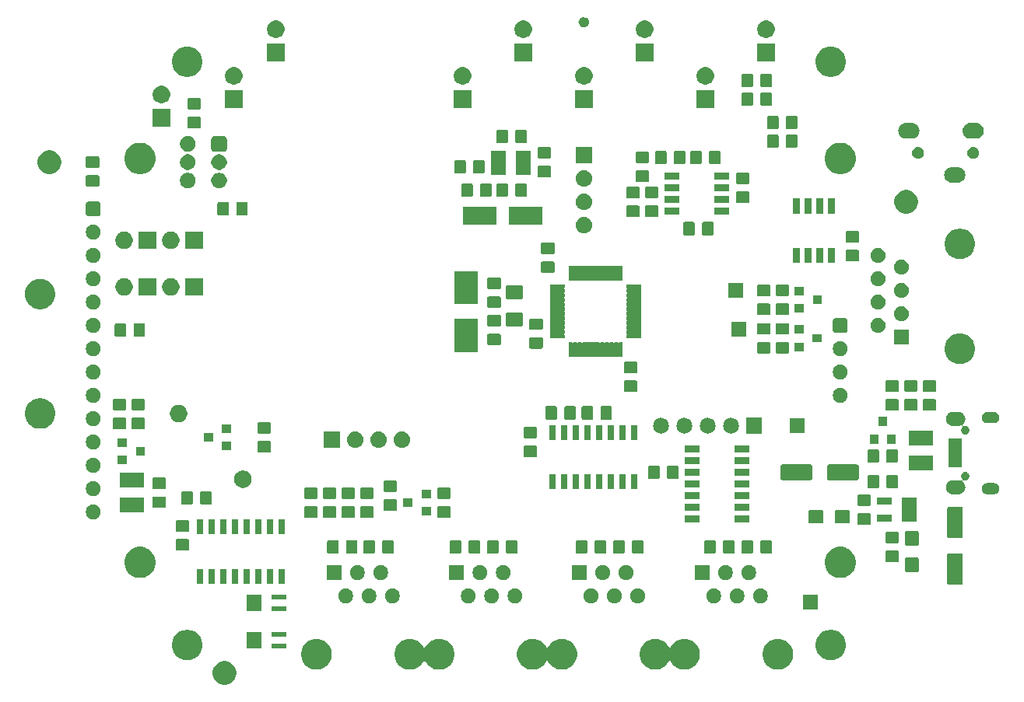
<source format=gbr>
G04 #@! TF.GenerationSoftware,KiCad,Pcbnew,(5.1.0)-1*
G04 #@! TF.CreationDate,2019-09-05T23:41:34+02:00*
G04 #@! TF.ProjectId,button_v1,62757474-6f6e-45f7-9631-2e6b69636164,rev?*
G04 #@! TF.SameCoordinates,Original*
G04 #@! TF.FileFunction,Soldermask,Top*
G04 #@! TF.FilePolarity,Negative*
%FSLAX46Y46*%
G04 Gerber Fmt 4.6, Leading zero omitted, Abs format (unit mm)*
G04 Created by KiCad (PCBNEW (5.1.0)-1) date 2019-09-05 23:41:34*
%MOMM*%
%LPD*%
G04 APERTURE LIST*
%ADD10C,0.650000*%
%ADD11C,0.100000*%
G04 APERTURE END LIST*
D10*
X131314000Y-56134000D02*
G75*
G03X131314000Y-56134000I-250000J0D01*
G01*
D11*
G36*
X92327393Y-125749304D02*
G01*
X92564101Y-125847352D01*
X92564103Y-125847353D01*
X92777135Y-125989696D01*
X92958304Y-126170865D01*
X93100647Y-126383897D01*
X93100648Y-126383899D01*
X93198696Y-126620607D01*
X93248680Y-126871893D01*
X93248680Y-127128107D01*
X93198696Y-127379393D01*
X93100648Y-127616101D01*
X93100647Y-127616103D01*
X92958304Y-127829135D01*
X92777135Y-128010304D01*
X92564103Y-128152647D01*
X92564102Y-128152648D01*
X92564101Y-128152648D01*
X92327393Y-128250696D01*
X92076107Y-128300680D01*
X91819893Y-128300680D01*
X91568607Y-128250696D01*
X91331899Y-128152648D01*
X91331898Y-128152648D01*
X91331897Y-128152647D01*
X91118865Y-128010304D01*
X90937696Y-127829135D01*
X90795353Y-127616103D01*
X90795352Y-127616101D01*
X90697304Y-127379393D01*
X90647320Y-127128107D01*
X90647320Y-126871893D01*
X90697304Y-126620607D01*
X90795352Y-126383899D01*
X90795353Y-126383897D01*
X90937696Y-126170865D01*
X91118865Y-125989696D01*
X91331897Y-125847353D01*
X91331899Y-125847352D01*
X91568607Y-125749304D01*
X91819893Y-125699320D01*
X92076107Y-125699320D01*
X92327393Y-125749304D01*
X92327393Y-125749304D01*
G37*
G36*
X152486971Y-123324204D02*
G01*
X152648871Y-123356408D01*
X152953883Y-123482748D01*
X153228387Y-123666166D01*
X153461834Y-123899613D01*
X153645252Y-124174117D01*
X153771592Y-124479129D01*
X153836000Y-124802928D01*
X153836000Y-125133072D01*
X153771592Y-125456871D01*
X153645252Y-125761883D01*
X153461834Y-126036387D01*
X153228387Y-126269834D01*
X152953883Y-126453252D01*
X152648871Y-126579592D01*
X152486971Y-126611796D01*
X152325073Y-126644000D01*
X151994927Y-126644000D01*
X151833029Y-126611796D01*
X151671129Y-126579592D01*
X151366117Y-126453252D01*
X151091613Y-126269834D01*
X150858166Y-126036387D01*
X150674748Y-125761883D01*
X150548408Y-125456871D01*
X150484000Y-125133072D01*
X150484000Y-124802928D01*
X150548408Y-124479129D01*
X150674748Y-124174117D01*
X150858166Y-123899613D01*
X151091613Y-123666166D01*
X151366117Y-123482748D01*
X151671129Y-123356408D01*
X151833029Y-123324204D01*
X151994927Y-123292000D01*
X152325073Y-123292000D01*
X152486971Y-123324204D01*
X152486971Y-123324204D01*
G37*
G36*
X102276971Y-123324204D02*
G01*
X102438871Y-123356408D01*
X102743883Y-123482748D01*
X103018387Y-123666166D01*
X103251834Y-123899613D01*
X103435252Y-124174117D01*
X103561592Y-124479129D01*
X103626000Y-124802928D01*
X103626000Y-125133072D01*
X103561592Y-125456871D01*
X103435252Y-125761883D01*
X103251834Y-126036387D01*
X103018387Y-126269834D01*
X102743883Y-126453252D01*
X102438871Y-126579592D01*
X102276971Y-126611796D01*
X102115073Y-126644000D01*
X101784927Y-126644000D01*
X101623029Y-126611796D01*
X101461129Y-126579592D01*
X101156117Y-126453252D01*
X100881613Y-126269834D01*
X100648166Y-126036387D01*
X100464748Y-125761883D01*
X100338408Y-125456871D01*
X100274000Y-125133072D01*
X100274000Y-124802928D01*
X100338408Y-124479129D01*
X100464748Y-124174117D01*
X100648166Y-123899613D01*
X100881613Y-123666166D01*
X101156117Y-123482748D01*
X101461129Y-123356408D01*
X101623029Y-123324204D01*
X101784927Y-123292000D01*
X102115073Y-123292000D01*
X102276971Y-123324204D01*
X102276971Y-123324204D01*
G37*
G36*
X112436971Y-123324204D02*
G01*
X112598871Y-123356408D01*
X112903883Y-123482748D01*
X113178387Y-123666166D01*
X113411834Y-123899613D01*
X113601067Y-124182820D01*
X113616612Y-124201762D01*
X113635554Y-124217307D01*
X113657165Y-124228858D01*
X113680614Y-124235971D01*
X113705000Y-124238373D01*
X113729386Y-124235971D01*
X113752835Y-124228858D01*
X113774446Y-124217307D01*
X113793388Y-124201762D01*
X113808933Y-124182820D01*
X113998166Y-123899613D01*
X114231613Y-123666166D01*
X114506117Y-123482748D01*
X114811129Y-123356408D01*
X114973029Y-123324204D01*
X115134927Y-123292000D01*
X115465073Y-123292000D01*
X115626971Y-123324204D01*
X115788871Y-123356408D01*
X116093883Y-123482748D01*
X116368387Y-123666166D01*
X116601834Y-123899613D01*
X116785252Y-124174117D01*
X116911592Y-124479129D01*
X116976000Y-124802928D01*
X116976000Y-125133072D01*
X116911592Y-125456871D01*
X116785252Y-125761883D01*
X116601834Y-126036387D01*
X116368387Y-126269834D01*
X116093883Y-126453252D01*
X115788871Y-126579592D01*
X115626971Y-126611796D01*
X115465073Y-126644000D01*
X115134927Y-126644000D01*
X114973029Y-126611796D01*
X114811129Y-126579592D01*
X114506117Y-126453252D01*
X114231613Y-126269834D01*
X113998166Y-126036387D01*
X113814748Y-125761883D01*
X113814748Y-125761882D01*
X113808933Y-125753180D01*
X113793388Y-125734238D01*
X113774446Y-125718693D01*
X113752835Y-125707142D01*
X113729386Y-125700029D01*
X113705000Y-125697627D01*
X113680614Y-125700029D01*
X113657165Y-125707142D01*
X113635554Y-125718693D01*
X113616612Y-125734238D01*
X113601067Y-125753180D01*
X113595252Y-125761882D01*
X113595252Y-125761883D01*
X113411834Y-126036387D01*
X113178387Y-126269834D01*
X112903883Y-126453252D01*
X112598871Y-126579592D01*
X112436971Y-126611796D01*
X112275073Y-126644000D01*
X111944927Y-126644000D01*
X111783029Y-126611796D01*
X111621129Y-126579592D01*
X111316117Y-126453252D01*
X111041613Y-126269834D01*
X110808166Y-126036387D01*
X110624748Y-125761883D01*
X110498408Y-125456871D01*
X110434000Y-125133072D01*
X110434000Y-124802928D01*
X110498408Y-124479129D01*
X110624748Y-124174117D01*
X110808166Y-123899613D01*
X111041613Y-123666166D01*
X111316117Y-123482748D01*
X111621129Y-123356408D01*
X111783029Y-123324204D01*
X111944927Y-123292000D01*
X112275073Y-123292000D01*
X112436971Y-123324204D01*
X112436971Y-123324204D01*
G37*
G36*
X125786971Y-123324204D02*
G01*
X125948871Y-123356408D01*
X126253883Y-123482748D01*
X126528387Y-123666166D01*
X126761834Y-123899613D01*
X126951067Y-124182820D01*
X126966612Y-124201762D01*
X126985554Y-124217307D01*
X127007165Y-124228858D01*
X127030614Y-124235971D01*
X127055000Y-124238373D01*
X127079386Y-124235971D01*
X127102835Y-124228858D01*
X127124446Y-124217307D01*
X127143388Y-124201762D01*
X127158933Y-124182820D01*
X127348166Y-123899613D01*
X127581613Y-123666166D01*
X127856117Y-123482748D01*
X128161129Y-123356408D01*
X128323029Y-123324204D01*
X128484927Y-123292000D01*
X128815073Y-123292000D01*
X128976971Y-123324204D01*
X129138871Y-123356408D01*
X129443883Y-123482748D01*
X129718387Y-123666166D01*
X129951834Y-123899613D01*
X130135252Y-124174117D01*
X130261592Y-124479129D01*
X130326000Y-124802928D01*
X130326000Y-125133072D01*
X130261592Y-125456871D01*
X130135252Y-125761883D01*
X129951834Y-126036387D01*
X129718387Y-126269834D01*
X129443883Y-126453252D01*
X129138871Y-126579592D01*
X128976971Y-126611796D01*
X128815073Y-126644000D01*
X128484927Y-126644000D01*
X128323029Y-126611796D01*
X128161129Y-126579592D01*
X127856117Y-126453252D01*
X127581613Y-126269834D01*
X127348166Y-126036387D01*
X127164748Y-125761883D01*
X127164748Y-125761882D01*
X127158933Y-125753180D01*
X127143388Y-125734238D01*
X127124446Y-125718693D01*
X127102835Y-125707142D01*
X127079386Y-125700029D01*
X127055000Y-125697627D01*
X127030614Y-125700029D01*
X127007165Y-125707142D01*
X126985554Y-125718693D01*
X126966612Y-125734238D01*
X126951067Y-125753180D01*
X126945252Y-125761882D01*
X126945252Y-125761883D01*
X126761834Y-126036387D01*
X126528387Y-126269834D01*
X126253883Y-126453252D01*
X125948871Y-126579592D01*
X125786971Y-126611796D01*
X125625073Y-126644000D01*
X125294927Y-126644000D01*
X125133029Y-126611796D01*
X124971129Y-126579592D01*
X124666117Y-126453252D01*
X124391613Y-126269834D01*
X124158166Y-126036387D01*
X123974748Y-125761883D01*
X123848408Y-125456871D01*
X123784000Y-125133072D01*
X123784000Y-124802928D01*
X123848408Y-124479129D01*
X123974748Y-124174117D01*
X124158166Y-123899613D01*
X124391613Y-123666166D01*
X124666117Y-123482748D01*
X124971129Y-123356408D01*
X125133029Y-123324204D01*
X125294927Y-123292000D01*
X125625073Y-123292000D01*
X125786971Y-123324204D01*
X125786971Y-123324204D01*
G37*
G36*
X139136971Y-123324204D02*
G01*
X139298871Y-123356408D01*
X139603883Y-123482748D01*
X139878387Y-123666166D01*
X140111834Y-123899613D01*
X140301067Y-124182820D01*
X140316612Y-124201762D01*
X140335554Y-124217307D01*
X140357165Y-124228858D01*
X140380614Y-124235971D01*
X140405000Y-124238373D01*
X140429386Y-124235971D01*
X140452835Y-124228858D01*
X140474446Y-124217307D01*
X140493388Y-124201762D01*
X140508933Y-124182820D01*
X140698166Y-123899613D01*
X140931613Y-123666166D01*
X141206117Y-123482748D01*
X141511129Y-123356408D01*
X141673029Y-123324204D01*
X141834927Y-123292000D01*
X142165073Y-123292000D01*
X142326971Y-123324204D01*
X142488871Y-123356408D01*
X142793883Y-123482748D01*
X143068387Y-123666166D01*
X143301834Y-123899613D01*
X143485252Y-124174117D01*
X143611592Y-124479129D01*
X143676000Y-124802928D01*
X143676000Y-125133072D01*
X143611592Y-125456871D01*
X143485252Y-125761883D01*
X143301834Y-126036387D01*
X143068387Y-126269834D01*
X142793883Y-126453252D01*
X142488871Y-126579592D01*
X142326971Y-126611796D01*
X142165073Y-126644000D01*
X141834927Y-126644000D01*
X141673029Y-126611796D01*
X141511129Y-126579592D01*
X141206117Y-126453252D01*
X140931613Y-126269834D01*
X140698166Y-126036387D01*
X140514748Y-125761883D01*
X140514748Y-125761882D01*
X140508933Y-125753180D01*
X140493388Y-125734238D01*
X140474446Y-125718693D01*
X140452835Y-125707142D01*
X140429386Y-125700029D01*
X140405000Y-125697627D01*
X140380614Y-125700029D01*
X140357165Y-125707142D01*
X140335554Y-125718693D01*
X140316612Y-125734238D01*
X140301067Y-125753180D01*
X140295252Y-125761882D01*
X140295252Y-125761883D01*
X140111834Y-126036387D01*
X139878387Y-126269834D01*
X139603883Y-126453252D01*
X139298871Y-126579592D01*
X139136971Y-126611796D01*
X138975073Y-126644000D01*
X138644927Y-126644000D01*
X138483029Y-126611796D01*
X138321129Y-126579592D01*
X138016117Y-126453252D01*
X137741613Y-126269834D01*
X137508166Y-126036387D01*
X137324748Y-125761883D01*
X137198408Y-125456871D01*
X137134000Y-125133072D01*
X137134000Y-124802928D01*
X137198408Y-124479129D01*
X137324748Y-124174117D01*
X137508166Y-123899613D01*
X137741613Y-123666166D01*
X138016117Y-123482748D01*
X138321129Y-123356408D01*
X138483029Y-123324204D01*
X138644927Y-123292000D01*
X138975073Y-123292000D01*
X139136971Y-123324204D01*
X139136971Y-123324204D01*
G37*
G36*
X158298104Y-122343171D02*
G01*
X158404427Y-122364320D01*
X158704890Y-122488776D01*
X158975299Y-122669458D01*
X159205263Y-122899422D01*
X159205264Y-122899424D01*
X159385946Y-123169833D01*
X159510401Y-123470295D01*
X159573848Y-123789262D01*
X159573848Y-124114484D01*
X159549205Y-124238373D01*
X159510401Y-124433452D01*
X159385945Y-124733915D01*
X159205263Y-125004324D01*
X158975299Y-125234288D01*
X158704890Y-125414970D01*
X158404427Y-125539426D01*
X158298104Y-125560575D01*
X158085459Y-125602873D01*
X157760237Y-125602873D01*
X157547592Y-125560575D01*
X157441269Y-125539426D01*
X157140806Y-125414970D01*
X156870397Y-125234288D01*
X156640433Y-125004324D01*
X156459751Y-124733915D01*
X156335295Y-124433452D01*
X156296491Y-124238373D01*
X156271848Y-124114484D01*
X156271848Y-123789262D01*
X156335295Y-123470295D01*
X156459750Y-123169833D01*
X156640432Y-122899424D01*
X156640433Y-122899422D01*
X156870397Y-122669458D01*
X157140806Y-122488776D01*
X157441269Y-122364320D01*
X157547592Y-122343171D01*
X157760237Y-122300873D01*
X158085459Y-122300873D01*
X158298104Y-122343171D01*
X158298104Y-122343171D01*
G37*
G36*
X88259256Y-122343171D02*
G01*
X88365579Y-122364320D01*
X88666042Y-122488776D01*
X88936451Y-122669458D01*
X89166415Y-122899422D01*
X89166416Y-122899424D01*
X89347098Y-123169833D01*
X89471553Y-123470295D01*
X89535000Y-123789262D01*
X89535000Y-124114484D01*
X89510357Y-124238373D01*
X89471553Y-124433452D01*
X89347097Y-124733915D01*
X89166415Y-125004324D01*
X88936451Y-125234288D01*
X88666042Y-125414970D01*
X88365579Y-125539426D01*
X88259256Y-125560575D01*
X88046611Y-125602873D01*
X87721389Y-125602873D01*
X87508744Y-125560575D01*
X87402421Y-125539426D01*
X87101958Y-125414970D01*
X86831549Y-125234288D01*
X86601585Y-125004324D01*
X86420903Y-124733915D01*
X86296447Y-124433452D01*
X86257643Y-124238373D01*
X86233000Y-124114484D01*
X86233000Y-123789262D01*
X86296447Y-123470295D01*
X86420902Y-123169833D01*
X86601584Y-122899424D01*
X86601585Y-122899422D01*
X86831549Y-122669458D01*
X87101958Y-122488776D01*
X87402421Y-122364320D01*
X87508744Y-122343171D01*
X87721389Y-122300873D01*
X88046611Y-122300873D01*
X88259256Y-122343171D01*
X88259256Y-122343171D01*
G37*
G36*
X95991000Y-124345000D02*
G01*
X94389000Y-124345000D01*
X94389000Y-122543000D01*
X95991000Y-122543000D01*
X95991000Y-124345000D01*
X95991000Y-124345000D01*
G37*
G36*
X98651000Y-124345000D02*
G01*
X97049000Y-124345000D01*
X97049000Y-123843000D01*
X98651000Y-123843000D01*
X98651000Y-124345000D01*
X98651000Y-124345000D01*
G37*
G36*
X98651000Y-123045000D02*
G01*
X97049000Y-123045000D01*
X97049000Y-122543000D01*
X98651000Y-122543000D01*
X98651000Y-123045000D01*
X98651000Y-123045000D01*
G37*
G36*
X95991000Y-120281000D02*
G01*
X94389000Y-120281000D01*
X94389000Y-118479000D01*
X95991000Y-118479000D01*
X95991000Y-120281000D01*
X95991000Y-120281000D01*
G37*
G36*
X98651000Y-120281000D02*
G01*
X97049000Y-120281000D01*
X97049000Y-119779000D01*
X98651000Y-119779000D01*
X98651000Y-120281000D01*
X98651000Y-120281000D01*
G37*
G36*
X156503000Y-120054000D02*
G01*
X154901000Y-120054000D01*
X154901000Y-118452000D01*
X156503000Y-118452000D01*
X156503000Y-120054000D01*
X156503000Y-120054000D01*
G37*
G36*
X123796560Y-117838166D02*
G01*
X123944153Y-117899301D01*
X124076982Y-117988055D01*
X124189945Y-118101018D01*
X124278699Y-118233847D01*
X124339834Y-118381440D01*
X124371000Y-118538123D01*
X124371000Y-118697877D01*
X124339834Y-118854560D01*
X124278699Y-119002153D01*
X124189945Y-119134982D01*
X124076982Y-119247945D01*
X123944153Y-119336699D01*
X123944152Y-119336700D01*
X123944151Y-119336700D01*
X123796560Y-119397834D01*
X123639878Y-119429000D01*
X123480122Y-119429000D01*
X123323440Y-119397834D01*
X123175849Y-119336700D01*
X123175848Y-119336700D01*
X123175847Y-119336699D01*
X123043018Y-119247945D01*
X122930055Y-119134982D01*
X122841301Y-119002153D01*
X122780166Y-118854560D01*
X122749000Y-118697877D01*
X122749000Y-118538123D01*
X122780166Y-118381440D01*
X122841301Y-118233847D01*
X122930055Y-118101018D01*
X123043018Y-117988055D01*
X123175847Y-117899301D01*
X123323440Y-117838166D01*
X123480122Y-117807000D01*
X123639878Y-117807000D01*
X123796560Y-117838166D01*
X123796560Y-117838166D01*
G37*
G36*
X105366560Y-117838166D02*
G01*
X105514153Y-117899301D01*
X105646982Y-117988055D01*
X105759945Y-118101018D01*
X105848699Y-118233847D01*
X105909834Y-118381440D01*
X105941000Y-118538123D01*
X105941000Y-118697877D01*
X105909834Y-118854560D01*
X105848699Y-119002153D01*
X105759945Y-119134982D01*
X105646982Y-119247945D01*
X105514153Y-119336699D01*
X105514152Y-119336700D01*
X105514151Y-119336700D01*
X105366560Y-119397834D01*
X105209878Y-119429000D01*
X105050122Y-119429000D01*
X104893440Y-119397834D01*
X104745849Y-119336700D01*
X104745848Y-119336700D01*
X104745847Y-119336699D01*
X104613018Y-119247945D01*
X104500055Y-119134982D01*
X104411301Y-119002153D01*
X104350166Y-118854560D01*
X104319000Y-118697877D01*
X104319000Y-118538123D01*
X104350166Y-118381440D01*
X104411301Y-118233847D01*
X104500055Y-118101018D01*
X104613018Y-117988055D01*
X104745847Y-117899301D01*
X104893440Y-117838166D01*
X105050122Y-117807000D01*
X105209878Y-117807000D01*
X105366560Y-117838166D01*
X105366560Y-117838166D01*
G37*
G36*
X107906560Y-117838166D02*
G01*
X108054153Y-117899301D01*
X108186982Y-117988055D01*
X108299945Y-118101018D01*
X108388699Y-118233847D01*
X108449834Y-118381440D01*
X108481000Y-118538123D01*
X108481000Y-118697877D01*
X108449834Y-118854560D01*
X108388699Y-119002153D01*
X108299945Y-119134982D01*
X108186982Y-119247945D01*
X108054153Y-119336699D01*
X108054152Y-119336700D01*
X108054151Y-119336700D01*
X107906560Y-119397834D01*
X107749878Y-119429000D01*
X107590122Y-119429000D01*
X107433440Y-119397834D01*
X107285849Y-119336700D01*
X107285848Y-119336700D01*
X107285847Y-119336699D01*
X107153018Y-119247945D01*
X107040055Y-119134982D01*
X106951301Y-119002153D01*
X106890166Y-118854560D01*
X106859000Y-118697877D01*
X106859000Y-118538123D01*
X106890166Y-118381440D01*
X106951301Y-118233847D01*
X107040055Y-118101018D01*
X107153018Y-117988055D01*
X107285847Y-117899301D01*
X107433440Y-117838166D01*
X107590122Y-117807000D01*
X107749878Y-117807000D01*
X107906560Y-117838166D01*
X107906560Y-117838166D01*
G37*
G36*
X110446560Y-117838166D02*
G01*
X110594153Y-117899301D01*
X110726982Y-117988055D01*
X110839945Y-118101018D01*
X110928699Y-118233847D01*
X110989834Y-118381440D01*
X111021000Y-118538123D01*
X111021000Y-118697877D01*
X110989834Y-118854560D01*
X110928699Y-119002153D01*
X110839945Y-119134982D01*
X110726982Y-119247945D01*
X110594153Y-119336699D01*
X110594152Y-119336700D01*
X110594151Y-119336700D01*
X110446560Y-119397834D01*
X110289878Y-119429000D01*
X110130122Y-119429000D01*
X109973440Y-119397834D01*
X109825849Y-119336700D01*
X109825848Y-119336700D01*
X109825847Y-119336699D01*
X109693018Y-119247945D01*
X109580055Y-119134982D01*
X109491301Y-119002153D01*
X109430166Y-118854560D01*
X109399000Y-118697877D01*
X109399000Y-118538123D01*
X109430166Y-118381440D01*
X109491301Y-118233847D01*
X109580055Y-118101018D01*
X109693018Y-117988055D01*
X109825847Y-117899301D01*
X109973440Y-117838166D01*
X110130122Y-117807000D01*
X110289878Y-117807000D01*
X110446560Y-117838166D01*
X110446560Y-117838166D01*
G37*
G36*
X121256560Y-117838166D02*
G01*
X121404153Y-117899301D01*
X121536982Y-117988055D01*
X121649945Y-118101018D01*
X121738699Y-118233847D01*
X121799834Y-118381440D01*
X121831000Y-118538123D01*
X121831000Y-118697877D01*
X121799834Y-118854560D01*
X121738699Y-119002153D01*
X121649945Y-119134982D01*
X121536982Y-119247945D01*
X121404153Y-119336699D01*
X121404152Y-119336700D01*
X121404151Y-119336700D01*
X121256560Y-119397834D01*
X121099878Y-119429000D01*
X120940122Y-119429000D01*
X120783440Y-119397834D01*
X120635849Y-119336700D01*
X120635848Y-119336700D01*
X120635847Y-119336699D01*
X120503018Y-119247945D01*
X120390055Y-119134982D01*
X120301301Y-119002153D01*
X120240166Y-118854560D01*
X120209000Y-118697877D01*
X120209000Y-118538123D01*
X120240166Y-118381440D01*
X120301301Y-118233847D01*
X120390055Y-118101018D01*
X120503018Y-117988055D01*
X120635847Y-117899301D01*
X120783440Y-117838166D01*
X120940122Y-117807000D01*
X121099878Y-117807000D01*
X121256560Y-117838166D01*
X121256560Y-117838166D01*
G37*
G36*
X118716560Y-117838166D02*
G01*
X118864153Y-117899301D01*
X118996982Y-117988055D01*
X119109945Y-118101018D01*
X119198699Y-118233847D01*
X119259834Y-118381440D01*
X119291000Y-118538123D01*
X119291000Y-118697877D01*
X119259834Y-118854560D01*
X119198699Y-119002153D01*
X119109945Y-119134982D01*
X118996982Y-119247945D01*
X118864153Y-119336699D01*
X118864152Y-119336700D01*
X118864151Y-119336700D01*
X118716560Y-119397834D01*
X118559878Y-119429000D01*
X118400122Y-119429000D01*
X118243440Y-119397834D01*
X118095849Y-119336700D01*
X118095848Y-119336700D01*
X118095847Y-119336699D01*
X117963018Y-119247945D01*
X117850055Y-119134982D01*
X117761301Y-119002153D01*
X117700166Y-118854560D01*
X117669000Y-118697877D01*
X117669000Y-118538123D01*
X117700166Y-118381440D01*
X117761301Y-118233847D01*
X117850055Y-118101018D01*
X117963018Y-117988055D01*
X118095847Y-117899301D01*
X118243440Y-117838166D01*
X118400122Y-117807000D01*
X118559878Y-117807000D01*
X118716560Y-117838166D01*
X118716560Y-117838166D01*
G37*
G36*
X150496560Y-117838166D02*
G01*
X150644153Y-117899301D01*
X150776982Y-117988055D01*
X150889945Y-118101018D01*
X150978699Y-118233847D01*
X151039834Y-118381440D01*
X151071000Y-118538123D01*
X151071000Y-118697877D01*
X151039834Y-118854560D01*
X150978699Y-119002153D01*
X150889945Y-119134982D01*
X150776982Y-119247945D01*
X150644153Y-119336699D01*
X150644152Y-119336700D01*
X150644151Y-119336700D01*
X150496560Y-119397834D01*
X150339878Y-119429000D01*
X150180122Y-119429000D01*
X150023440Y-119397834D01*
X149875849Y-119336700D01*
X149875848Y-119336700D01*
X149875847Y-119336699D01*
X149743018Y-119247945D01*
X149630055Y-119134982D01*
X149541301Y-119002153D01*
X149480166Y-118854560D01*
X149449000Y-118697877D01*
X149449000Y-118538123D01*
X149480166Y-118381440D01*
X149541301Y-118233847D01*
X149630055Y-118101018D01*
X149743018Y-117988055D01*
X149875847Y-117899301D01*
X150023440Y-117838166D01*
X150180122Y-117807000D01*
X150339878Y-117807000D01*
X150496560Y-117838166D01*
X150496560Y-117838166D01*
G37*
G36*
X147956560Y-117838166D02*
G01*
X148104153Y-117899301D01*
X148236982Y-117988055D01*
X148349945Y-118101018D01*
X148438699Y-118233847D01*
X148499834Y-118381440D01*
X148531000Y-118538123D01*
X148531000Y-118697877D01*
X148499834Y-118854560D01*
X148438699Y-119002153D01*
X148349945Y-119134982D01*
X148236982Y-119247945D01*
X148104153Y-119336699D01*
X148104152Y-119336700D01*
X148104151Y-119336700D01*
X147956560Y-119397834D01*
X147799878Y-119429000D01*
X147640122Y-119429000D01*
X147483440Y-119397834D01*
X147335849Y-119336700D01*
X147335848Y-119336700D01*
X147335847Y-119336699D01*
X147203018Y-119247945D01*
X147090055Y-119134982D01*
X147001301Y-119002153D01*
X146940166Y-118854560D01*
X146909000Y-118697877D01*
X146909000Y-118538123D01*
X146940166Y-118381440D01*
X147001301Y-118233847D01*
X147090055Y-118101018D01*
X147203018Y-117988055D01*
X147335847Y-117899301D01*
X147483440Y-117838166D01*
X147640122Y-117807000D01*
X147799878Y-117807000D01*
X147956560Y-117838166D01*
X147956560Y-117838166D01*
G37*
G36*
X145416560Y-117838166D02*
G01*
X145564153Y-117899301D01*
X145696982Y-117988055D01*
X145809945Y-118101018D01*
X145898699Y-118233847D01*
X145959834Y-118381440D01*
X145991000Y-118538123D01*
X145991000Y-118697877D01*
X145959834Y-118854560D01*
X145898699Y-119002153D01*
X145809945Y-119134982D01*
X145696982Y-119247945D01*
X145564153Y-119336699D01*
X145564152Y-119336700D01*
X145564151Y-119336700D01*
X145416560Y-119397834D01*
X145259878Y-119429000D01*
X145100122Y-119429000D01*
X144943440Y-119397834D01*
X144795849Y-119336700D01*
X144795848Y-119336700D01*
X144795847Y-119336699D01*
X144663018Y-119247945D01*
X144550055Y-119134982D01*
X144461301Y-119002153D01*
X144400166Y-118854560D01*
X144369000Y-118697877D01*
X144369000Y-118538123D01*
X144400166Y-118381440D01*
X144461301Y-118233847D01*
X144550055Y-118101018D01*
X144663018Y-117988055D01*
X144795847Y-117899301D01*
X144943440Y-117838166D01*
X145100122Y-117807000D01*
X145259878Y-117807000D01*
X145416560Y-117838166D01*
X145416560Y-117838166D01*
G37*
G36*
X137146560Y-117838166D02*
G01*
X137294153Y-117899301D01*
X137426982Y-117988055D01*
X137539945Y-118101018D01*
X137628699Y-118233847D01*
X137689834Y-118381440D01*
X137721000Y-118538123D01*
X137721000Y-118697877D01*
X137689834Y-118854560D01*
X137628699Y-119002153D01*
X137539945Y-119134982D01*
X137426982Y-119247945D01*
X137294153Y-119336699D01*
X137294152Y-119336700D01*
X137294151Y-119336700D01*
X137146560Y-119397834D01*
X136989878Y-119429000D01*
X136830122Y-119429000D01*
X136673440Y-119397834D01*
X136525849Y-119336700D01*
X136525848Y-119336700D01*
X136525847Y-119336699D01*
X136393018Y-119247945D01*
X136280055Y-119134982D01*
X136191301Y-119002153D01*
X136130166Y-118854560D01*
X136099000Y-118697877D01*
X136099000Y-118538123D01*
X136130166Y-118381440D01*
X136191301Y-118233847D01*
X136280055Y-118101018D01*
X136393018Y-117988055D01*
X136525847Y-117899301D01*
X136673440Y-117838166D01*
X136830122Y-117807000D01*
X136989878Y-117807000D01*
X137146560Y-117838166D01*
X137146560Y-117838166D01*
G37*
G36*
X132066560Y-117838166D02*
G01*
X132214153Y-117899301D01*
X132346982Y-117988055D01*
X132459945Y-118101018D01*
X132548699Y-118233847D01*
X132609834Y-118381440D01*
X132641000Y-118538123D01*
X132641000Y-118697877D01*
X132609834Y-118854560D01*
X132548699Y-119002153D01*
X132459945Y-119134982D01*
X132346982Y-119247945D01*
X132214153Y-119336699D01*
X132214152Y-119336700D01*
X132214151Y-119336700D01*
X132066560Y-119397834D01*
X131909878Y-119429000D01*
X131750122Y-119429000D01*
X131593440Y-119397834D01*
X131445849Y-119336700D01*
X131445848Y-119336700D01*
X131445847Y-119336699D01*
X131313018Y-119247945D01*
X131200055Y-119134982D01*
X131111301Y-119002153D01*
X131050166Y-118854560D01*
X131019000Y-118697877D01*
X131019000Y-118538123D01*
X131050166Y-118381440D01*
X131111301Y-118233847D01*
X131200055Y-118101018D01*
X131313018Y-117988055D01*
X131445847Y-117899301D01*
X131593440Y-117838166D01*
X131750122Y-117807000D01*
X131909878Y-117807000D01*
X132066560Y-117838166D01*
X132066560Y-117838166D01*
G37*
G36*
X134606560Y-117838166D02*
G01*
X134754153Y-117899301D01*
X134886982Y-117988055D01*
X134999945Y-118101018D01*
X135088699Y-118233847D01*
X135149834Y-118381440D01*
X135181000Y-118538123D01*
X135181000Y-118697877D01*
X135149834Y-118854560D01*
X135088699Y-119002153D01*
X134999945Y-119134982D01*
X134886982Y-119247945D01*
X134754153Y-119336699D01*
X134754152Y-119336700D01*
X134754151Y-119336700D01*
X134606560Y-119397834D01*
X134449878Y-119429000D01*
X134290122Y-119429000D01*
X134133440Y-119397834D01*
X133985849Y-119336700D01*
X133985848Y-119336700D01*
X133985847Y-119336699D01*
X133853018Y-119247945D01*
X133740055Y-119134982D01*
X133651301Y-119002153D01*
X133590166Y-118854560D01*
X133559000Y-118697877D01*
X133559000Y-118538123D01*
X133590166Y-118381440D01*
X133651301Y-118233847D01*
X133740055Y-118101018D01*
X133853018Y-117988055D01*
X133985847Y-117899301D01*
X134133440Y-117838166D01*
X134290122Y-117807000D01*
X134449878Y-117807000D01*
X134606560Y-117838166D01*
X134606560Y-117838166D01*
G37*
G36*
X98651000Y-118981000D02*
G01*
X97049000Y-118981000D01*
X97049000Y-118479000D01*
X98651000Y-118479000D01*
X98651000Y-118981000D01*
X98651000Y-118981000D01*
G37*
G36*
X172155997Y-113985051D02*
G01*
X172189652Y-113995261D01*
X172220665Y-114011838D01*
X172247851Y-114034149D01*
X172270162Y-114061335D01*
X172286739Y-114092348D01*
X172296949Y-114126003D01*
X172301000Y-114167138D01*
X172301000Y-117221862D01*
X172296949Y-117262997D01*
X172286739Y-117296652D01*
X172270162Y-117327665D01*
X172247851Y-117354851D01*
X172220665Y-117377162D01*
X172189652Y-117393739D01*
X172155997Y-117403949D01*
X172114862Y-117408000D01*
X170785138Y-117408000D01*
X170744003Y-117403949D01*
X170710348Y-117393739D01*
X170679335Y-117377162D01*
X170652149Y-117354851D01*
X170629838Y-117327665D01*
X170613261Y-117296652D01*
X170603051Y-117262997D01*
X170599000Y-117221862D01*
X170599000Y-114167138D01*
X170603051Y-114126003D01*
X170613261Y-114092348D01*
X170629838Y-114061335D01*
X170652149Y-114034149D01*
X170679335Y-114011838D01*
X170710348Y-113995261D01*
X170744003Y-113985051D01*
X170785138Y-113981000D01*
X172114862Y-113981000D01*
X172155997Y-113985051D01*
X172155997Y-113985051D01*
G37*
G36*
X98522000Y-117293000D02*
G01*
X97820000Y-117293000D01*
X97820000Y-115691000D01*
X98522000Y-115691000D01*
X98522000Y-117293000D01*
X98522000Y-117293000D01*
G37*
G36*
X89632000Y-117293000D02*
G01*
X88930000Y-117293000D01*
X88930000Y-115691000D01*
X89632000Y-115691000D01*
X89632000Y-117293000D01*
X89632000Y-117293000D01*
G37*
G36*
X97252000Y-117293000D02*
G01*
X96550000Y-117293000D01*
X96550000Y-115691000D01*
X97252000Y-115691000D01*
X97252000Y-117293000D01*
X97252000Y-117293000D01*
G37*
G36*
X95982000Y-117293000D02*
G01*
X95280000Y-117293000D01*
X95280000Y-115691000D01*
X95982000Y-115691000D01*
X95982000Y-117293000D01*
X95982000Y-117293000D01*
G37*
G36*
X93442000Y-117293000D02*
G01*
X92740000Y-117293000D01*
X92740000Y-115691000D01*
X93442000Y-115691000D01*
X93442000Y-117293000D01*
X93442000Y-117293000D01*
G37*
G36*
X92172000Y-117293000D02*
G01*
X91470000Y-117293000D01*
X91470000Y-115691000D01*
X92172000Y-115691000D01*
X92172000Y-117293000D01*
X92172000Y-117293000D01*
G37*
G36*
X90902000Y-117293000D02*
G01*
X90200000Y-117293000D01*
X90200000Y-115691000D01*
X90902000Y-115691000D01*
X90902000Y-117293000D01*
X90902000Y-117293000D01*
G37*
G36*
X94712000Y-117293000D02*
G01*
X94010000Y-117293000D01*
X94010000Y-115691000D01*
X94712000Y-115691000D01*
X94712000Y-117293000D01*
X94712000Y-117293000D01*
G37*
G36*
X109176560Y-115298166D02*
G01*
X109324153Y-115359301D01*
X109456982Y-115448055D01*
X109569945Y-115561018D01*
X109656797Y-115691000D01*
X109658700Y-115693849D01*
X109719834Y-115841440D01*
X109751000Y-115998122D01*
X109751000Y-116157878D01*
X109719834Y-116314560D01*
X109658699Y-116462153D01*
X109569945Y-116594982D01*
X109456982Y-116707945D01*
X109324153Y-116796699D01*
X109324152Y-116796700D01*
X109324151Y-116796700D01*
X109176560Y-116857834D01*
X109019878Y-116889000D01*
X108860122Y-116889000D01*
X108703440Y-116857834D01*
X108555849Y-116796700D01*
X108555848Y-116796700D01*
X108555847Y-116796699D01*
X108423018Y-116707945D01*
X108310055Y-116594982D01*
X108221301Y-116462153D01*
X108160166Y-116314560D01*
X108129000Y-116157878D01*
X108129000Y-115998122D01*
X108160166Y-115841440D01*
X108221300Y-115693849D01*
X108223204Y-115691000D01*
X108310055Y-115561018D01*
X108423018Y-115448055D01*
X108555847Y-115359301D01*
X108703440Y-115298166D01*
X108860122Y-115267000D01*
X109019878Y-115267000D01*
X109176560Y-115298166D01*
X109176560Y-115298166D01*
G37*
G36*
X118021000Y-116889000D02*
G01*
X116399000Y-116889000D01*
X116399000Y-115267000D01*
X118021000Y-115267000D01*
X118021000Y-116889000D01*
X118021000Y-116889000D01*
G37*
G36*
X119986560Y-115298166D02*
G01*
X120134153Y-115359301D01*
X120266982Y-115448055D01*
X120379945Y-115561018D01*
X120466797Y-115691000D01*
X120468700Y-115693849D01*
X120529834Y-115841440D01*
X120561000Y-115998122D01*
X120561000Y-116157878D01*
X120529834Y-116314560D01*
X120468699Y-116462153D01*
X120379945Y-116594982D01*
X120266982Y-116707945D01*
X120134153Y-116796699D01*
X120134152Y-116796700D01*
X120134151Y-116796700D01*
X119986560Y-116857834D01*
X119829878Y-116889000D01*
X119670122Y-116889000D01*
X119513440Y-116857834D01*
X119365849Y-116796700D01*
X119365848Y-116796700D01*
X119365847Y-116796699D01*
X119233018Y-116707945D01*
X119120055Y-116594982D01*
X119031301Y-116462153D01*
X118970166Y-116314560D01*
X118939000Y-116157878D01*
X118939000Y-115998122D01*
X118970166Y-115841440D01*
X119031300Y-115693849D01*
X119033204Y-115691000D01*
X119120055Y-115561018D01*
X119233018Y-115448055D01*
X119365847Y-115359301D01*
X119513440Y-115298166D01*
X119670122Y-115267000D01*
X119829878Y-115267000D01*
X119986560Y-115298166D01*
X119986560Y-115298166D01*
G37*
G36*
X106636560Y-115298166D02*
G01*
X106784153Y-115359301D01*
X106916982Y-115448055D01*
X107029945Y-115561018D01*
X107116797Y-115691000D01*
X107118700Y-115693849D01*
X107179834Y-115841440D01*
X107211000Y-115998122D01*
X107211000Y-116157878D01*
X107179834Y-116314560D01*
X107118699Y-116462153D01*
X107029945Y-116594982D01*
X106916982Y-116707945D01*
X106784153Y-116796699D01*
X106784152Y-116796700D01*
X106784151Y-116796700D01*
X106636560Y-116857834D01*
X106479878Y-116889000D01*
X106320122Y-116889000D01*
X106163440Y-116857834D01*
X106015849Y-116796700D01*
X106015848Y-116796700D01*
X106015847Y-116796699D01*
X105883018Y-116707945D01*
X105770055Y-116594982D01*
X105681301Y-116462153D01*
X105620166Y-116314560D01*
X105589000Y-116157878D01*
X105589000Y-115998122D01*
X105620166Y-115841440D01*
X105681300Y-115693849D01*
X105683204Y-115691000D01*
X105770055Y-115561018D01*
X105883018Y-115448055D01*
X106015847Y-115359301D01*
X106163440Y-115298166D01*
X106320122Y-115267000D01*
X106479878Y-115267000D01*
X106636560Y-115298166D01*
X106636560Y-115298166D01*
G37*
G36*
X122526560Y-115298166D02*
G01*
X122674153Y-115359301D01*
X122806982Y-115448055D01*
X122919945Y-115561018D01*
X123006797Y-115691000D01*
X123008700Y-115693849D01*
X123069834Y-115841440D01*
X123101000Y-115998122D01*
X123101000Y-116157878D01*
X123069834Y-116314560D01*
X123008699Y-116462153D01*
X122919945Y-116594982D01*
X122806982Y-116707945D01*
X122674153Y-116796699D01*
X122674152Y-116796700D01*
X122674151Y-116796700D01*
X122526560Y-116857834D01*
X122369878Y-116889000D01*
X122210122Y-116889000D01*
X122053440Y-116857834D01*
X121905849Y-116796700D01*
X121905848Y-116796700D01*
X121905847Y-116796699D01*
X121773018Y-116707945D01*
X121660055Y-116594982D01*
X121571301Y-116462153D01*
X121510166Y-116314560D01*
X121479000Y-116157878D01*
X121479000Y-115998122D01*
X121510166Y-115841440D01*
X121571300Y-115693849D01*
X121573204Y-115691000D01*
X121660055Y-115561018D01*
X121773018Y-115448055D01*
X121905847Y-115359301D01*
X122053440Y-115298166D01*
X122210122Y-115267000D01*
X122369878Y-115267000D01*
X122526560Y-115298166D01*
X122526560Y-115298166D01*
G37*
G36*
X131371000Y-116889000D02*
G01*
X129749000Y-116889000D01*
X129749000Y-115267000D01*
X131371000Y-115267000D01*
X131371000Y-116889000D01*
X131371000Y-116889000D01*
G37*
G36*
X135876560Y-115298166D02*
G01*
X136024153Y-115359301D01*
X136156982Y-115448055D01*
X136269945Y-115561018D01*
X136356797Y-115691000D01*
X136358700Y-115693849D01*
X136419834Y-115841440D01*
X136451000Y-115998122D01*
X136451000Y-116157878D01*
X136419834Y-116314560D01*
X136358699Y-116462153D01*
X136269945Y-116594982D01*
X136156982Y-116707945D01*
X136024153Y-116796699D01*
X136024152Y-116796700D01*
X136024151Y-116796700D01*
X135876560Y-116857834D01*
X135719878Y-116889000D01*
X135560122Y-116889000D01*
X135403440Y-116857834D01*
X135255849Y-116796700D01*
X135255848Y-116796700D01*
X135255847Y-116796699D01*
X135123018Y-116707945D01*
X135010055Y-116594982D01*
X134921301Y-116462153D01*
X134860166Y-116314560D01*
X134829000Y-116157878D01*
X134829000Y-115998122D01*
X134860166Y-115841440D01*
X134921300Y-115693849D01*
X134923204Y-115691000D01*
X135010055Y-115561018D01*
X135123018Y-115448055D01*
X135255847Y-115359301D01*
X135403440Y-115298166D01*
X135560122Y-115267000D01*
X135719878Y-115267000D01*
X135876560Y-115298166D01*
X135876560Y-115298166D01*
G37*
G36*
X144721000Y-116889000D02*
G01*
X143099000Y-116889000D01*
X143099000Y-115267000D01*
X144721000Y-115267000D01*
X144721000Y-116889000D01*
X144721000Y-116889000D01*
G37*
G36*
X146686560Y-115298166D02*
G01*
X146834153Y-115359301D01*
X146966982Y-115448055D01*
X147079945Y-115561018D01*
X147166797Y-115691000D01*
X147168700Y-115693849D01*
X147229834Y-115841440D01*
X147261000Y-115998122D01*
X147261000Y-116157878D01*
X147229834Y-116314560D01*
X147168699Y-116462153D01*
X147079945Y-116594982D01*
X146966982Y-116707945D01*
X146834153Y-116796699D01*
X146834152Y-116796700D01*
X146834151Y-116796700D01*
X146686560Y-116857834D01*
X146529878Y-116889000D01*
X146370122Y-116889000D01*
X146213440Y-116857834D01*
X146065849Y-116796700D01*
X146065848Y-116796700D01*
X146065847Y-116796699D01*
X145933018Y-116707945D01*
X145820055Y-116594982D01*
X145731301Y-116462153D01*
X145670166Y-116314560D01*
X145639000Y-116157878D01*
X145639000Y-115998122D01*
X145670166Y-115841440D01*
X145731300Y-115693849D01*
X145733204Y-115691000D01*
X145820055Y-115561018D01*
X145933018Y-115448055D01*
X146065847Y-115359301D01*
X146213440Y-115298166D01*
X146370122Y-115267000D01*
X146529878Y-115267000D01*
X146686560Y-115298166D01*
X146686560Y-115298166D01*
G37*
G36*
X149226560Y-115298166D02*
G01*
X149374153Y-115359301D01*
X149506982Y-115448055D01*
X149619945Y-115561018D01*
X149706797Y-115691000D01*
X149708700Y-115693849D01*
X149769834Y-115841440D01*
X149801000Y-115998122D01*
X149801000Y-116157878D01*
X149769834Y-116314560D01*
X149708699Y-116462153D01*
X149619945Y-116594982D01*
X149506982Y-116707945D01*
X149374153Y-116796699D01*
X149374152Y-116796700D01*
X149374151Y-116796700D01*
X149226560Y-116857834D01*
X149069878Y-116889000D01*
X148910122Y-116889000D01*
X148753440Y-116857834D01*
X148605849Y-116796700D01*
X148605848Y-116796700D01*
X148605847Y-116796699D01*
X148473018Y-116707945D01*
X148360055Y-116594982D01*
X148271301Y-116462153D01*
X148210166Y-116314560D01*
X148179000Y-116157878D01*
X148179000Y-115998122D01*
X148210166Y-115841440D01*
X148271300Y-115693849D01*
X148273204Y-115691000D01*
X148360055Y-115561018D01*
X148473018Y-115448055D01*
X148605847Y-115359301D01*
X148753440Y-115298166D01*
X148910122Y-115267000D01*
X149069878Y-115267000D01*
X149226560Y-115298166D01*
X149226560Y-115298166D01*
G37*
G36*
X104671000Y-116889000D02*
G01*
X103049000Y-116889000D01*
X103049000Y-115267000D01*
X104671000Y-115267000D01*
X104671000Y-116889000D01*
X104671000Y-116889000D01*
G37*
G36*
X133336560Y-115298166D02*
G01*
X133484153Y-115359301D01*
X133616982Y-115448055D01*
X133729945Y-115561018D01*
X133816797Y-115691000D01*
X133818700Y-115693849D01*
X133879834Y-115841440D01*
X133911000Y-115998122D01*
X133911000Y-116157878D01*
X133879834Y-116314560D01*
X133818699Y-116462153D01*
X133729945Y-116594982D01*
X133616982Y-116707945D01*
X133484153Y-116796699D01*
X133484152Y-116796700D01*
X133484151Y-116796700D01*
X133336560Y-116857834D01*
X133179878Y-116889000D01*
X133020122Y-116889000D01*
X132863440Y-116857834D01*
X132715849Y-116796700D01*
X132715848Y-116796700D01*
X132715847Y-116796699D01*
X132583018Y-116707945D01*
X132470055Y-116594982D01*
X132381301Y-116462153D01*
X132320166Y-116314560D01*
X132289000Y-116157878D01*
X132289000Y-115998122D01*
X132320166Y-115841440D01*
X132381300Y-115693849D01*
X132383204Y-115691000D01*
X132470055Y-115561018D01*
X132583018Y-115448055D01*
X132715847Y-115359301D01*
X132863440Y-115298166D01*
X133020122Y-115267000D01*
X133179878Y-115267000D01*
X133336560Y-115298166D01*
X133336560Y-115298166D01*
G37*
G36*
X159448162Y-113328368D02*
G01*
X159757724Y-113456593D01*
X159831641Y-113505983D01*
X160036324Y-113642747D01*
X160273253Y-113879676D01*
X160346388Y-113989131D01*
X160459407Y-114158276D01*
X160587632Y-114467838D01*
X160653000Y-114796465D01*
X160653000Y-115131535D01*
X160587632Y-115460162D01*
X160459407Y-115769724D01*
X160411488Y-115841440D01*
X160273253Y-116048324D01*
X160036324Y-116285253D01*
X159850170Y-116409637D01*
X159757724Y-116471407D01*
X159448162Y-116599632D01*
X159119535Y-116665000D01*
X158784465Y-116665000D01*
X158455838Y-116599632D01*
X158146276Y-116471407D01*
X158053830Y-116409637D01*
X157867676Y-116285253D01*
X157630747Y-116048324D01*
X157492512Y-115841440D01*
X157444593Y-115769724D01*
X157316368Y-115460162D01*
X157251000Y-115131535D01*
X157251000Y-114796465D01*
X157316368Y-114467838D01*
X157444593Y-114158276D01*
X157557612Y-113989131D01*
X157630747Y-113879676D01*
X157867676Y-113642747D01*
X158072359Y-113505983D01*
X158146276Y-113456593D01*
X158455838Y-113328368D01*
X158784465Y-113263000D01*
X159119535Y-113263000D01*
X159448162Y-113328368D01*
X159448162Y-113328368D01*
G37*
G36*
X83248162Y-113328368D02*
G01*
X83557724Y-113456593D01*
X83631641Y-113505983D01*
X83836324Y-113642747D01*
X84073253Y-113879676D01*
X84146388Y-113989131D01*
X84259407Y-114158276D01*
X84387632Y-114467838D01*
X84453000Y-114796465D01*
X84453000Y-115131535D01*
X84387632Y-115460162D01*
X84259407Y-115769724D01*
X84211488Y-115841440D01*
X84073253Y-116048324D01*
X83836324Y-116285253D01*
X83650170Y-116409637D01*
X83557724Y-116471407D01*
X83248162Y-116599632D01*
X82919535Y-116665000D01*
X82584465Y-116665000D01*
X82255838Y-116599632D01*
X81946276Y-116471407D01*
X81853830Y-116409637D01*
X81667676Y-116285253D01*
X81430747Y-116048324D01*
X81292512Y-115841440D01*
X81244593Y-115769724D01*
X81116368Y-115460162D01*
X81051000Y-115131535D01*
X81051000Y-114796465D01*
X81116368Y-114467838D01*
X81244593Y-114158276D01*
X81357612Y-113989131D01*
X81430747Y-113879676D01*
X81667676Y-113642747D01*
X81872359Y-113505983D01*
X81946276Y-113456593D01*
X82255838Y-113328368D01*
X82584465Y-113263000D01*
X82919535Y-113263000D01*
X83248162Y-113328368D01*
X83248162Y-113328368D01*
G37*
G36*
X167323798Y-114395247D02*
G01*
X167359367Y-114406037D01*
X167392139Y-114423554D01*
X167420869Y-114447131D01*
X167444446Y-114475861D01*
X167461963Y-114508633D01*
X167472753Y-114544202D01*
X167477000Y-114587325D01*
X167477000Y-115871675D01*
X167472753Y-115914798D01*
X167461963Y-115950367D01*
X167444446Y-115983139D01*
X167420869Y-116011869D01*
X167392139Y-116035446D01*
X167359367Y-116052963D01*
X167323798Y-116063753D01*
X167280675Y-116068000D01*
X166221325Y-116068000D01*
X166178202Y-116063753D01*
X166142633Y-116052963D01*
X166109861Y-116035446D01*
X166081131Y-116011869D01*
X166057554Y-115983139D01*
X166040037Y-115950367D01*
X166029247Y-115914798D01*
X166025000Y-115871675D01*
X166025000Y-114587325D01*
X166029247Y-114544202D01*
X166040037Y-114508633D01*
X166057554Y-114475861D01*
X166081131Y-114447131D01*
X166109861Y-114423554D01*
X166142633Y-114406037D01*
X166178202Y-114395247D01*
X166221325Y-114391000D01*
X167280675Y-114391000D01*
X167323798Y-114395247D01*
X167323798Y-114395247D01*
G37*
G36*
X165180674Y-113687465D02*
G01*
X165218367Y-113698899D01*
X165253103Y-113717466D01*
X165283548Y-113742452D01*
X165308534Y-113772897D01*
X165327101Y-113807633D01*
X165338535Y-113845326D01*
X165343000Y-113890661D01*
X165343000Y-114727339D01*
X165338535Y-114772674D01*
X165327101Y-114810367D01*
X165308534Y-114845103D01*
X165283548Y-114875548D01*
X165253103Y-114900534D01*
X165218367Y-114919101D01*
X165180674Y-114930535D01*
X165135339Y-114935000D01*
X164048661Y-114935000D01*
X164003326Y-114930535D01*
X163965633Y-114919101D01*
X163930897Y-114900534D01*
X163900452Y-114875548D01*
X163875466Y-114845103D01*
X163856899Y-114810367D01*
X163845465Y-114772674D01*
X163841000Y-114727339D01*
X163841000Y-113890661D01*
X163845465Y-113845326D01*
X163856899Y-113807633D01*
X163875466Y-113772897D01*
X163900452Y-113742452D01*
X163930897Y-113717466D01*
X163965633Y-113698899D01*
X164003326Y-113687465D01*
X164048661Y-113683000D01*
X165135339Y-113683000D01*
X165180674Y-113687465D01*
X165180674Y-113687465D01*
G37*
G36*
X106263674Y-112537465D02*
G01*
X106301367Y-112548899D01*
X106336103Y-112567466D01*
X106366548Y-112592452D01*
X106391534Y-112622897D01*
X106410101Y-112657633D01*
X106421535Y-112695326D01*
X106426000Y-112740661D01*
X106426000Y-113827339D01*
X106421535Y-113872674D01*
X106410101Y-113910367D01*
X106391534Y-113945103D01*
X106366548Y-113975548D01*
X106336103Y-114000534D01*
X106301367Y-114019101D01*
X106263674Y-114030535D01*
X106218339Y-114035000D01*
X105381661Y-114035000D01*
X105336326Y-114030535D01*
X105298633Y-114019101D01*
X105263897Y-114000534D01*
X105233452Y-113975548D01*
X105208466Y-113945103D01*
X105189899Y-113910367D01*
X105178465Y-113872674D01*
X105174000Y-113827339D01*
X105174000Y-112740661D01*
X105178465Y-112695326D01*
X105189899Y-112657633D01*
X105208466Y-112622897D01*
X105233452Y-112592452D01*
X105263897Y-112567466D01*
X105298633Y-112548899D01*
X105336326Y-112537465D01*
X105381661Y-112533000D01*
X106218339Y-112533000D01*
X106263674Y-112537465D01*
X106263674Y-112537465D01*
G37*
G36*
X151348674Y-112537465D02*
G01*
X151386367Y-112548899D01*
X151421103Y-112567466D01*
X151451548Y-112592452D01*
X151476534Y-112622897D01*
X151495101Y-112657633D01*
X151506535Y-112695326D01*
X151511000Y-112740661D01*
X151511000Y-113827339D01*
X151506535Y-113872674D01*
X151495101Y-113910367D01*
X151476534Y-113945103D01*
X151451548Y-113975548D01*
X151421103Y-114000534D01*
X151386367Y-114019101D01*
X151348674Y-114030535D01*
X151303339Y-114035000D01*
X150466661Y-114035000D01*
X150421326Y-114030535D01*
X150383633Y-114019101D01*
X150348897Y-114000534D01*
X150318452Y-113975548D01*
X150293466Y-113945103D01*
X150274899Y-113910367D01*
X150263465Y-113872674D01*
X150259000Y-113827339D01*
X150259000Y-112740661D01*
X150263465Y-112695326D01*
X150274899Y-112657633D01*
X150293466Y-112622897D01*
X150318452Y-112592452D01*
X150348897Y-112567466D01*
X150383633Y-112548899D01*
X150421326Y-112537465D01*
X150466661Y-112533000D01*
X151303339Y-112533000D01*
X151348674Y-112537465D01*
X151348674Y-112537465D01*
G37*
G36*
X149298674Y-112537465D02*
G01*
X149336367Y-112548899D01*
X149371103Y-112567466D01*
X149401548Y-112592452D01*
X149426534Y-112622897D01*
X149445101Y-112657633D01*
X149456535Y-112695326D01*
X149461000Y-112740661D01*
X149461000Y-113827339D01*
X149456535Y-113872674D01*
X149445101Y-113910367D01*
X149426534Y-113945103D01*
X149401548Y-113975548D01*
X149371103Y-114000534D01*
X149336367Y-114019101D01*
X149298674Y-114030535D01*
X149253339Y-114035000D01*
X148416661Y-114035000D01*
X148371326Y-114030535D01*
X148333633Y-114019101D01*
X148298897Y-114000534D01*
X148268452Y-113975548D01*
X148243466Y-113945103D01*
X148224899Y-113910367D01*
X148213465Y-113872674D01*
X148209000Y-113827339D01*
X148209000Y-112740661D01*
X148213465Y-112695326D01*
X148224899Y-112657633D01*
X148243466Y-112622897D01*
X148268452Y-112592452D01*
X148298897Y-112567466D01*
X148333633Y-112548899D01*
X148371326Y-112537465D01*
X148416661Y-112533000D01*
X149253339Y-112533000D01*
X149298674Y-112537465D01*
X149298674Y-112537465D01*
G37*
G36*
X119598674Y-112537465D02*
G01*
X119636367Y-112548899D01*
X119671103Y-112567466D01*
X119701548Y-112592452D01*
X119726534Y-112622897D01*
X119745101Y-112657633D01*
X119756535Y-112695326D01*
X119761000Y-112740661D01*
X119761000Y-113827339D01*
X119756535Y-113872674D01*
X119745101Y-113910367D01*
X119726534Y-113945103D01*
X119701548Y-113975548D01*
X119671103Y-114000534D01*
X119636367Y-114019101D01*
X119598674Y-114030535D01*
X119553339Y-114035000D01*
X118716661Y-114035000D01*
X118671326Y-114030535D01*
X118633633Y-114019101D01*
X118598897Y-114000534D01*
X118568452Y-113975548D01*
X118543466Y-113945103D01*
X118524899Y-113910367D01*
X118513465Y-113872674D01*
X118509000Y-113827339D01*
X118509000Y-112740661D01*
X118513465Y-112695326D01*
X118524899Y-112657633D01*
X118543466Y-112622897D01*
X118568452Y-112592452D01*
X118598897Y-112567466D01*
X118633633Y-112548899D01*
X118671326Y-112537465D01*
X118716661Y-112533000D01*
X119553339Y-112533000D01*
X119598674Y-112537465D01*
X119598674Y-112537465D01*
G37*
G36*
X145234674Y-112537465D02*
G01*
X145272367Y-112548899D01*
X145307103Y-112567466D01*
X145337548Y-112592452D01*
X145362534Y-112622897D01*
X145381101Y-112657633D01*
X145392535Y-112695326D01*
X145397000Y-112740661D01*
X145397000Y-113827339D01*
X145392535Y-113872674D01*
X145381101Y-113910367D01*
X145362534Y-113945103D01*
X145337548Y-113975548D01*
X145307103Y-114000534D01*
X145272367Y-114019101D01*
X145234674Y-114030535D01*
X145189339Y-114035000D01*
X144352661Y-114035000D01*
X144307326Y-114030535D01*
X144269633Y-114019101D01*
X144234897Y-114000534D01*
X144204452Y-113975548D01*
X144179466Y-113945103D01*
X144160899Y-113910367D01*
X144149465Y-113872674D01*
X144145000Y-113827339D01*
X144145000Y-112740661D01*
X144149465Y-112695326D01*
X144160899Y-112657633D01*
X144179466Y-112622897D01*
X144204452Y-112592452D01*
X144234897Y-112567466D01*
X144269633Y-112548899D01*
X144307326Y-112537465D01*
X144352661Y-112533000D01*
X145189339Y-112533000D01*
X145234674Y-112537465D01*
X145234674Y-112537465D01*
G37*
G36*
X147284674Y-112537465D02*
G01*
X147322367Y-112548899D01*
X147357103Y-112567466D01*
X147387548Y-112592452D01*
X147412534Y-112622897D01*
X147431101Y-112657633D01*
X147442535Y-112695326D01*
X147447000Y-112740661D01*
X147447000Y-113827339D01*
X147442535Y-113872674D01*
X147431101Y-113910367D01*
X147412534Y-113945103D01*
X147387548Y-113975548D01*
X147357103Y-114000534D01*
X147322367Y-114019101D01*
X147284674Y-114030535D01*
X147239339Y-114035000D01*
X146402661Y-114035000D01*
X146357326Y-114030535D01*
X146319633Y-114019101D01*
X146284897Y-114000534D01*
X146254452Y-113975548D01*
X146229466Y-113945103D01*
X146210899Y-113910367D01*
X146199465Y-113872674D01*
X146195000Y-113827339D01*
X146195000Y-112740661D01*
X146199465Y-112695326D01*
X146210899Y-112657633D01*
X146229466Y-112622897D01*
X146254452Y-112592452D01*
X146284897Y-112567466D01*
X146319633Y-112548899D01*
X146357326Y-112537465D01*
X146402661Y-112533000D01*
X147239339Y-112533000D01*
X147284674Y-112537465D01*
X147284674Y-112537465D01*
G37*
G36*
X137378674Y-112537465D02*
G01*
X137416367Y-112548899D01*
X137451103Y-112567466D01*
X137481548Y-112592452D01*
X137506534Y-112622897D01*
X137525101Y-112657633D01*
X137536535Y-112695326D01*
X137541000Y-112740661D01*
X137541000Y-113827339D01*
X137536535Y-113872674D01*
X137525101Y-113910367D01*
X137506534Y-113945103D01*
X137481548Y-113975548D01*
X137451103Y-114000534D01*
X137416367Y-114019101D01*
X137378674Y-114030535D01*
X137333339Y-114035000D01*
X136496661Y-114035000D01*
X136451326Y-114030535D01*
X136413633Y-114019101D01*
X136378897Y-114000534D01*
X136348452Y-113975548D01*
X136323466Y-113945103D01*
X136304899Y-113910367D01*
X136293465Y-113872674D01*
X136289000Y-113827339D01*
X136289000Y-112740661D01*
X136293465Y-112695326D01*
X136304899Y-112657633D01*
X136323466Y-112622897D01*
X136348452Y-112592452D01*
X136378897Y-112567466D01*
X136413633Y-112548899D01*
X136451326Y-112537465D01*
X136496661Y-112533000D01*
X137333339Y-112533000D01*
X137378674Y-112537465D01*
X137378674Y-112537465D01*
G37*
G36*
X135328674Y-112537465D02*
G01*
X135366367Y-112548899D01*
X135401103Y-112567466D01*
X135431548Y-112592452D01*
X135456534Y-112622897D01*
X135475101Y-112657633D01*
X135486535Y-112695326D01*
X135491000Y-112740661D01*
X135491000Y-113827339D01*
X135486535Y-113872674D01*
X135475101Y-113910367D01*
X135456534Y-113945103D01*
X135431548Y-113975548D01*
X135401103Y-114000534D01*
X135366367Y-114019101D01*
X135328674Y-114030535D01*
X135283339Y-114035000D01*
X134446661Y-114035000D01*
X134401326Y-114030535D01*
X134363633Y-114019101D01*
X134328897Y-114000534D01*
X134298452Y-113975548D01*
X134273466Y-113945103D01*
X134254899Y-113910367D01*
X134243465Y-113872674D01*
X134239000Y-113827339D01*
X134239000Y-112740661D01*
X134243465Y-112695326D01*
X134254899Y-112657633D01*
X134273466Y-112622897D01*
X134298452Y-112592452D01*
X134328897Y-112567466D01*
X134363633Y-112548899D01*
X134401326Y-112537465D01*
X134446661Y-112533000D01*
X135283339Y-112533000D01*
X135328674Y-112537465D01*
X135328674Y-112537465D01*
G37*
G36*
X133314674Y-112537465D02*
G01*
X133352367Y-112548899D01*
X133387103Y-112567466D01*
X133417548Y-112592452D01*
X133442534Y-112622897D01*
X133461101Y-112657633D01*
X133472535Y-112695326D01*
X133477000Y-112740661D01*
X133477000Y-113827339D01*
X133472535Y-113872674D01*
X133461101Y-113910367D01*
X133442534Y-113945103D01*
X133417548Y-113975548D01*
X133387103Y-114000534D01*
X133352367Y-114019101D01*
X133314674Y-114030535D01*
X133269339Y-114035000D01*
X132432661Y-114035000D01*
X132387326Y-114030535D01*
X132349633Y-114019101D01*
X132314897Y-114000534D01*
X132284452Y-113975548D01*
X132259466Y-113945103D01*
X132240899Y-113910367D01*
X132229465Y-113872674D01*
X132225000Y-113827339D01*
X132225000Y-112740661D01*
X132229465Y-112695326D01*
X132240899Y-112657633D01*
X132259466Y-112622897D01*
X132284452Y-112592452D01*
X132314897Y-112567466D01*
X132349633Y-112548899D01*
X132387326Y-112537465D01*
X132432661Y-112533000D01*
X133269339Y-112533000D01*
X133314674Y-112537465D01*
X133314674Y-112537465D01*
G37*
G36*
X131264674Y-112537465D02*
G01*
X131302367Y-112548899D01*
X131337103Y-112567466D01*
X131367548Y-112592452D01*
X131392534Y-112622897D01*
X131411101Y-112657633D01*
X131422535Y-112695326D01*
X131427000Y-112740661D01*
X131427000Y-113827339D01*
X131422535Y-113872674D01*
X131411101Y-113910367D01*
X131392534Y-113945103D01*
X131367548Y-113975548D01*
X131337103Y-114000534D01*
X131302367Y-114019101D01*
X131264674Y-114030535D01*
X131219339Y-114035000D01*
X130382661Y-114035000D01*
X130337326Y-114030535D01*
X130299633Y-114019101D01*
X130264897Y-114000534D01*
X130234452Y-113975548D01*
X130209466Y-113945103D01*
X130190899Y-113910367D01*
X130179465Y-113872674D01*
X130175000Y-113827339D01*
X130175000Y-112740661D01*
X130179465Y-112695326D01*
X130190899Y-112657633D01*
X130209466Y-112622897D01*
X130234452Y-112592452D01*
X130264897Y-112567466D01*
X130299633Y-112548899D01*
X130337326Y-112537465D01*
X130382661Y-112533000D01*
X131219339Y-112533000D01*
X131264674Y-112537465D01*
X131264674Y-112537465D01*
G37*
G36*
X104213674Y-112537465D02*
G01*
X104251367Y-112548899D01*
X104286103Y-112567466D01*
X104316548Y-112592452D01*
X104341534Y-112622897D01*
X104360101Y-112657633D01*
X104371535Y-112695326D01*
X104376000Y-112740661D01*
X104376000Y-113827339D01*
X104371535Y-113872674D01*
X104360101Y-113910367D01*
X104341534Y-113945103D01*
X104316548Y-113975548D01*
X104286103Y-114000534D01*
X104251367Y-114019101D01*
X104213674Y-114030535D01*
X104168339Y-114035000D01*
X103331661Y-114035000D01*
X103286326Y-114030535D01*
X103248633Y-114019101D01*
X103213897Y-114000534D01*
X103183452Y-113975548D01*
X103158466Y-113945103D01*
X103139899Y-113910367D01*
X103128465Y-113872674D01*
X103124000Y-113827339D01*
X103124000Y-112740661D01*
X103128465Y-112695326D01*
X103139899Y-112657633D01*
X103158466Y-112622897D01*
X103183452Y-112592452D01*
X103213897Y-112567466D01*
X103248633Y-112548899D01*
X103286326Y-112537465D01*
X103331661Y-112533000D01*
X104168339Y-112533000D01*
X104213674Y-112537465D01*
X104213674Y-112537465D01*
G37*
G36*
X108150674Y-112537465D02*
G01*
X108188367Y-112548899D01*
X108223103Y-112567466D01*
X108253548Y-112592452D01*
X108278534Y-112622897D01*
X108297101Y-112657633D01*
X108308535Y-112695326D01*
X108313000Y-112740661D01*
X108313000Y-113827339D01*
X108308535Y-113872674D01*
X108297101Y-113910367D01*
X108278534Y-113945103D01*
X108253548Y-113975548D01*
X108223103Y-114000534D01*
X108188367Y-114019101D01*
X108150674Y-114030535D01*
X108105339Y-114035000D01*
X107268661Y-114035000D01*
X107223326Y-114030535D01*
X107185633Y-114019101D01*
X107150897Y-114000534D01*
X107120452Y-113975548D01*
X107095466Y-113945103D01*
X107076899Y-113910367D01*
X107065465Y-113872674D01*
X107061000Y-113827339D01*
X107061000Y-112740661D01*
X107065465Y-112695326D01*
X107076899Y-112657633D01*
X107095466Y-112622897D01*
X107120452Y-112592452D01*
X107150897Y-112567466D01*
X107185633Y-112548899D01*
X107223326Y-112537465D01*
X107268661Y-112533000D01*
X108105339Y-112533000D01*
X108150674Y-112537465D01*
X108150674Y-112537465D01*
G37*
G36*
X110200674Y-112537465D02*
G01*
X110238367Y-112548899D01*
X110273103Y-112567466D01*
X110303548Y-112592452D01*
X110328534Y-112622897D01*
X110347101Y-112657633D01*
X110358535Y-112695326D01*
X110363000Y-112740661D01*
X110363000Y-113827339D01*
X110358535Y-113872674D01*
X110347101Y-113910367D01*
X110328534Y-113945103D01*
X110303548Y-113975548D01*
X110273103Y-114000534D01*
X110238367Y-114019101D01*
X110200674Y-114030535D01*
X110155339Y-114035000D01*
X109318661Y-114035000D01*
X109273326Y-114030535D01*
X109235633Y-114019101D01*
X109200897Y-114000534D01*
X109170452Y-113975548D01*
X109145466Y-113945103D01*
X109126899Y-113910367D01*
X109115465Y-113872674D01*
X109111000Y-113827339D01*
X109111000Y-112740661D01*
X109115465Y-112695326D01*
X109126899Y-112657633D01*
X109145466Y-112622897D01*
X109170452Y-112592452D01*
X109200897Y-112567466D01*
X109235633Y-112548899D01*
X109273326Y-112537465D01*
X109318661Y-112533000D01*
X110155339Y-112533000D01*
X110200674Y-112537465D01*
X110200674Y-112537465D01*
G37*
G36*
X121612674Y-112537465D02*
G01*
X121650367Y-112548899D01*
X121685103Y-112567466D01*
X121715548Y-112592452D01*
X121740534Y-112622897D01*
X121759101Y-112657633D01*
X121770535Y-112695326D01*
X121775000Y-112740661D01*
X121775000Y-113827339D01*
X121770535Y-113872674D01*
X121759101Y-113910367D01*
X121740534Y-113945103D01*
X121715548Y-113975548D01*
X121685103Y-114000534D01*
X121650367Y-114019101D01*
X121612674Y-114030535D01*
X121567339Y-114035000D01*
X120730661Y-114035000D01*
X120685326Y-114030535D01*
X120647633Y-114019101D01*
X120612897Y-114000534D01*
X120582452Y-113975548D01*
X120557466Y-113945103D01*
X120538899Y-113910367D01*
X120527465Y-113872674D01*
X120523000Y-113827339D01*
X120523000Y-112740661D01*
X120527465Y-112695326D01*
X120538899Y-112657633D01*
X120557466Y-112622897D01*
X120582452Y-112592452D01*
X120612897Y-112567466D01*
X120647633Y-112548899D01*
X120685326Y-112537465D01*
X120730661Y-112533000D01*
X121567339Y-112533000D01*
X121612674Y-112537465D01*
X121612674Y-112537465D01*
G37*
G36*
X123662674Y-112537465D02*
G01*
X123700367Y-112548899D01*
X123735103Y-112567466D01*
X123765548Y-112592452D01*
X123790534Y-112622897D01*
X123809101Y-112657633D01*
X123820535Y-112695326D01*
X123825000Y-112740661D01*
X123825000Y-113827339D01*
X123820535Y-113872674D01*
X123809101Y-113910367D01*
X123790534Y-113945103D01*
X123765548Y-113975548D01*
X123735103Y-114000534D01*
X123700367Y-114019101D01*
X123662674Y-114030535D01*
X123617339Y-114035000D01*
X122780661Y-114035000D01*
X122735326Y-114030535D01*
X122697633Y-114019101D01*
X122662897Y-114000534D01*
X122632452Y-113975548D01*
X122607466Y-113945103D01*
X122588899Y-113910367D01*
X122577465Y-113872674D01*
X122573000Y-113827339D01*
X122573000Y-112740661D01*
X122577465Y-112695326D01*
X122588899Y-112657633D01*
X122607466Y-112622897D01*
X122632452Y-112592452D01*
X122662897Y-112567466D01*
X122697633Y-112548899D01*
X122735326Y-112537465D01*
X122780661Y-112533000D01*
X123617339Y-112533000D01*
X123662674Y-112537465D01*
X123662674Y-112537465D01*
G37*
G36*
X117548674Y-112537465D02*
G01*
X117586367Y-112548899D01*
X117621103Y-112567466D01*
X117651548Y-112592452D01*
X117676534Y-112622897D01*
X117695101Y-112657633D01*
X117706535Y-112695326D01*
X117711000Y-112740661D01*
X117711000Y-113827339D01*
X117706535Y-113872674D01*
X117695101Y-113910367D01*
X117676534Y-113945103D01*
X117651548Y-113975548D01*
X117621103Y-114000534D01*
X117586367Y-114019101D01*
X117548674Y-114030535D01*
X117503339Y-114035000D01*
X116666661Y-114035000D01*
X116621326Y-114030535D01*
X116583633Y-114019101D01*
X116548897Y-114000534D01*
X116518452Y-113975548D01*
X116493466Y-113945103D01*
X116474899Y-113910367D01*
X116463465Y-113872674D01*
X116459000Y-113827339D01*
X116459000Y-112740661D01*
X116463465Y-112695326D01*
X116474899Y-112657633D01*
X116493466Y-112622897D01*
X116518452Y-112592452D01*
X116548897Y-112567466D01*
X116583633Y-112548899D01*
X116621326Y-112537465D01*
X116666661Y-112533000D01*
X117503339Y-112533000D01*
X117548674Y-112537465D01*
X117548674Y-112537465D01*
G37*
G36*
X87964674Y-112426465D02*
G01*
X88002367Y-112437899D01*
X88037103Y-112456466D01*
X88067548Y-112481452D01*
X88092534Y-112511897D01*
X88111101Y-112546633D01*
X88122535Y-112584326D01*
X88127000Y-112629661D01*
X88127000Y-113466339D01*
X88122535Y-113511674D01*
X88111101Y-113549367D01*
X88092534Y-113584103D01*
X88067548Y-113614548D01*
X88037103Y-113639534D01*
X88002367Y-113658101D01*
X87964674Y-113669535D01*
X87919339Y-113674000D01*
X86832661Y-113674000D01*
X86787326Y-113669535D01*
X86749633Y-113658101D01*
X86714897Y-113639534D01*
X86684452Y-113614548D01*
X86659466Y-113584103D01*
X86640899Y-113549367D01*
X86629465Y-113511674D01*
X86625000Y-113466339D01*
X86625000Y-112629661D01*
X86629465Y-112584326D01*
X86640899Y-112546633D01*
X86659466Y-112511897D01*
X86684452Y-112481452D01*
X86714897Y-112456466D01*
X86749633Y-112437899D01*
X86787326Y-112426465D01*
X86832661Y-112422000D01*
X87919339Y-112422000D01*
X87964674Y-112426465D01*
X87964674Y-112426465D01*
G37*
G36*
X167323798Y-111520247D02*
G01*
X167359367Y-111531037D01*
X167392139Y-111548554D01*
X167420869Y-111572131D01*
X167444446Y-111600861D01*
X167461963Y-111633633D01*
X167472753Y-111669202D01*
X167477000Y-111712325D01*
X167477000Y-112996675D01*
X167472753Y-113039798D01*
X167461963Y-113075367D01*
X167444446Y-113108139D01*
X167420869Y-113136869D01*
X167392139Y-113160446D01*
X167359367Y-113177963D01*
X167323798Y-113188753D01*
X167280675Y-113193000D01*
X166221325Y-113193000D01*
X166178202Y-113188753D01*
X166142633Y-113177963D01*
X166109861Y-113160446D01*
X166081131Y-113136869D01*
X166057554Y-113108139D01*
X166040037Y-113075367D01*
X166029247Y-113039798D01*
X166025000Y-112996675D01*
X166025000Y-111712325D01*
X166029247Y-111669202D01*
X166040037Y-111633633D01*
X166057554Y-111600861D01*
X166081131Y-111572131D01*
X166109861Y-111548554D01*
X166142633Y-111531037D01*
X166178202Y-111520247D01*
X166221325Y-111516000D01*
X167280675Y-111516000D01*
X167323798Y-111520247D01*
X167323798Y-111520247D01*
G37*
G36*
X165180674Y-111637465D02*
G01*
X165218367Y-111648899D01*
X165253103Y-111667466D01*
X165283548Y-111692452D01*
X165308534Y-111722897D01*
X165327101Y-111757633D01*
X165338535Y-111795326D01*
X165343000Y-111840661D01*
X165343000Y-112677339D01*
X165338535Y-112722674D01*
X165327101Y-112760367D01*
X165308534Y-112795103D01*
X165283548Y-112825548D01*
X165253103Y-112850534D01*
X165218367Y-112869101D01*
X165180674Y-112880535D01*
X165135339Y-112885000D01*
X164048661Y-112885000D01*
X164003326Y-112880535D01*
X163965633Y-112869101D01*
X163930897Y-112850534D01*
X163900452Y-112825548D01*
X163875466Y-112795103D01*
X163856899Y-112760367D01*
X163845465Y-112722674D01*
X163841000Y-112677339D01*
X163841000Y-111840661D01*
X163845465Y-111795326D01*
X163856899Y-111757633D01*
X163875466Y-111722897D01*
X163900452Y-111692452D01*
X163930897Y-111667466D01*
X163965633Y-111648899D01*
X164003326Y-111637465D01*
X164048661Y-111633000D01*
X165135339Y-111633000D01*
X165180674Y-111637465D01*
X165180674Y-111637465D01*
G37*
G36*
X172155997Y-108910051D02*
G01*
X172189652Y-108920261D01*
X172220665Y-108936838D01*
X172247851Y-108959149D01*
X172270162Y-108986335D01*
X172286739Y-109017348D01*
X172296949Y-109051003D01*
X172301000Y-109092138D01*
X172301000Y-112146862D01*
X172296949Y-112187997D01*
X172286739Y-112221652D01*
X172270162Y-112252665D01*
X172247851Y-112279851D01*
X172220665Y-112302162D01*
X172189652Y-112318739D01*
X172155997Y-112328949D01*
X172114862Y-112333000D01*
X170785138Y-112333000D01*
X170744003Y-112328949D01*
X170710348Y-112318739D01*
X170679335Y-112302162D01*
X170652149Y-112279851D01*
X170629838Y-112252665D01*
X170613261Y-112221652D01*
X170603051Y-112187997D01*
X170599000Y-112146862D01*
X170599000Y-109092138D01*
X170603051Y-109051003D01*
X170613261Y-109017348D01*
X170629838Y-108986335D01*
X170652149Y-108959149D01*
X170679335Y-108936838D01*
X170710348Y-108920261D01*
X170744003Y-108910051D01*
X170785138Y-108906000D01*
X172114862Y-108906000D01*
X172155997Y-108910051D01*
X172155997Y-108910051D01*
G37*
G36*
X92172000Y-111893000D02*
G01*
X91470000Y-111893000D01*
X91470000Y-110291000D01*
X92172000Y-110291000D01*
X92172000Y-111893000D01*
X92172000Y-111893000D01*
G37*
G36*
X89632000Y-111893000D02*
G01*
X88930000Y-111893000D01*
X88930000Y-110291000D01*
X89632000Y-110291000D01*
X89632000Y-111893000D01*
X89632000Y-111893000D01*
G37*
G36*
X90902000Y-111893000D02*
G01*
X90200000Y-111893000D01*
X90200000Y-110291000D01*
X90902000Y-110291000D01*
X90902000Y-111893000D01*
X90902000Y-111893000D01*
G37*
G36*
X98522000Y-111893000D02*
G01*
X97820000Y-111893000D01*
X97820000Y-110291000D01*
X98522000Y-110291000D01*
X98522000Y-111893000D01*
X98522000Y-111893000D01*
G37*
G36*
X97252000Y-111893000D02*
G01*
X96550000Y-111893000D01*
X96550000Y-110291000D01*
X97252000Y-110291000D01*
X97252000Y-111893000D01*
X97252000Y-111893000D01*
G37*
G36*
X94712000Y-111893000D02*
G01*
X94010000Y-111893000D01*
X94010000Y-110291000D01*
X94712000Y-110291000D01*
X94712000Y-111893000D01*
X94712000Y-111893000D01*
G37*
G36*
X93442000Y-111893000D02*
G01*
X92740000Y-111893000D01*
X92740000Y-110291000D01*
X93442000Y-110291000D01*
X93442000Y-111893000D01*
X93442000Y-111893000D01*
G37*
G36*
X95982000Y-111893000D02*
G01*
X95280000Y-111893000D01*
X95280000Y-110291000D01*
X95982000Y-110291000D01*
X95982000Y-111893000D01*
X95982000Y-111893000D01*
G37*
G36*
X87964674Y-110376465D02*
G01*
X88002367Y-110387899D01*
X88037103Y-110406466D01*
X88067548Y-110431452D01*
X88092534Y-110461897D01*
X88111101Y-110496633D01*
X88122535Y-110534326D01*
X88127000Y-110579661D01*
X88127000Y-111416339D01*
X88122535Y-111461674D01*
X88111101Y-111499367D01*
X88092534Y-111534103D01*
X88067548Y-111564548D01*
X88037103Y-111589534D01*
X88002367Y-111608101D01*
X87964674Y-111619535D01*
X87919339Y-111624000D01*
X86832661Y-111624000D01*
X86787326Y-111619535D01*
X86749633Y-111608101D01*
X86714897Y-111589534D01*
X86684452Y-111564548D01*
X86659466Y-111534103D01*
X86640899Y-111499367D01*
X86629465Y-111461674D01*
X86625000Y-111416339D01*
X86625000Y-110579661D01*
X86629465Y-110534326D01*
X86640899Y-110496633D01*
X86659466Y-110461897D01*
X86684452Y-110431452D01*
X86714897Y-110406466D01*
X86749633Y-110387899D01*
X86787326Y-110376465D01*
X86832661Y-110372000D01*
X87919339Y-110372000D01*
X87964674Y-110376465D01*
X87964674Y-110376465D01*
G37*
G36*
X162132674Y-109623465D02*
G01*
X162170367Y-109634899D01*
X162205103Y-109653466D01*
X162235548Y-109678452D01*
X162260534Y-109708897D01*
X162279101Y-109743633D01*
X162290535Y-109781326D01*
X162295000Y-109826661D01*
X162295000Y-110663339D01*
X162290535Y-110708674D01*
X162279101Y-110746367D01*
X162260534Y-110781103D01*
X162235548Y-110811548D01*
X162205103Y-110836534D01*
X162170367Y-110855101D01*
X162132674Y-110866535D01*
X162087339Y-110871000D01*
X161000661Y-110871000D01*
X160955326Y-110866535D01*
X160917633Y-110855101D01*
X160882897Y-110836534D01*
X160852452Y-110811548D01*
X160827466Y-110781103D01*
X160808899Y-110746367D01*
X160797465Y-110708674D01*
X160793000Y-110663339D01*
X160793000Y-109826661D01*
X160797465Y-109781326D01*
X160808899Y-109743633D01*
X160827466Y-109708897D01*
X160852452Y-109678452D01*
X160882897Y-109653466D01*
X160917633Y-109634899D01*
X160955326Y-109623465D01*
X161000661Y-109619000D01*
X162087339Y-109619000D01*
X162132674Y-109623465D01*
X162132674Y-109623465D01*
G37*
G36*
X159856798Y-109260247D02*
G01*
X159892367Y-109271037D01*
X159925139Y-109288554D01*
X159953869Y-109312131D01*
X159977446Y-109340861D01*
X159994963Y-109373633D01*
X160005753Y-109409202D01*
X160010000Y-109452325D01*
X160010000Y-110511675D01*
X160005753Y-110554798D01*
X159994963Y-110590367D01*
X159977446Y-110623139D01*
X159953869Y-110651869D01*
X159925139Y-110675446D01*
X159892367Y-110692963D01*
X159856798Y-110703753D01*
X159813675Y-110708000D01*
X158529325Y-110708000D01*
X158486202Y-110703753D01*
X158450633Y-110692963D01*
X158417861Y-110675446D01*
X158389131Y-110651869D01*
X158365554Y-110623139D01*
X158348037Y-110590367D01*
X158337247Y-110554798D01*
X158333000Y-110511675D01*
X158333000Y-109452325D01*
X158337247Y-109409202D01*
X158348037Y-109373633D01*
X158365554Y-109340861D01*
X158389131Y-109312131D01*
X158417861Y-109288554D01*
X158450633Y-109271037D01*
X158486202Y-109260247D01*
X158529325Y-109256000D01*
X159813675Y-109256000D01*
X159856798Y-109260247D01*
X159856798Y-109260247D01*
G37*
G36*
X156981798Y-109260247D02*
G01*
X157017367Y-109271037D01*
X157050139Y-109288554D01*
X157078869Y-109312131D01*
X157102446Y-109340861D01*
X157119963Y-109373633D01*
X157130753Y-109409202D01*
X157135000Y-109452325D01*
X157135000Y-110511675D01*
X157130753Y-110554798D01*
X157119963Y-110590367D01*
X157102446Y-110623139D01*
X157078869Y-110651869D01*
X157050139Y-110675446D01*
X157017367Y-110692963D01*
X156981798Y-110703753D01*
X156938675Y-110708000D01*
X155654325Y-110708000D01*
X155611202Y-110703753D01*
X155575633Y-110692963D01*
X155542861Y-110675446D01*
X155514131Y-110651869D01*
X155490554Y-110623139D01*
X155473037Y-110590367D01*
X155462247Y-110554798D01*
X155458000Y-110511675D01*
X155458000Y-109452325D01*
X155462247Y-109409202D01*
X155473037Y-109373633D01*
X155490554Y-109340861D01*
X155514131Y-109312131D01*
X155542861Y-109288554D01*
X155575633Y-109271037D01*
X155611202Y-109260247D01*
X155654325Y-109256000D01*
X156938675Y-109256000D01*
X156981798Y-109260247D01*
X156981798Y-109260247D01*
G37*
G36*
X149043000Y-110587000D02*
G01*
X147441000Y-110587000D01*
X147441000Y-109885000D01*
X149043000Y-109885000D01*
X149043000Y-110587000D01*
X149043000Y-110587000D01*
G37*
G36*
X143643000Y-110587000D02*
G01*
X142041000Y-110587000D01*
X142041000Y-109885000D01*
X143643000Y-109885000D01*
X143643000Y-110587000D01*
X143643000Y-110587000D01*
G37*
G36*
X164581000Y-110546000D02*
G01*
X162919000Y-110546000D01*
X162919000Y-109794000D01*
X164581000Y-109794000D01*
X164581000Y-110546000D01*
X164581000Y-110546000D01*
G37*
G36*
X167281000Y-110546000D02*
G01*
X165619000Y-110546000D01*
X165619000Y-107894000D01*
X167281000Y-107894000D01*
X167281000Y-110546000D01*
X167281000Y-110546000D01*
G37*
G36*
X77909142Y-108692242D02*
G01*
X78057101Y-108753529D01*
X78190255Y-108842499D01*
X78303501Y-108955745D01*
X78392471Y-109088899D01*
X78453758Y-109236858D01*
X78485000Y-109393925D01*
X78485000Y-109554075D01*
X78453758Y-109711142D01*
X78392471Y-109859101D01*
X78303501Y-109992255D01*
X78190255Y-110105501D01*
X78057101Y-110194471D01*
X77909142Y-110255758D01*
X77752075Y-110287000D01*
X77591925Y-110287000D01*
X77434858Y-110255758D01*
X77286899Y-110194471D01*
X77153745Y-110105501D01*
X77040499Y-109992255D01*
X76951529Y-109859101D01*
X76890242Y-109711142D01*
X76859000Y-109554075D01*
X76859000Y-109393925D01*
X76890242Y-109236858D01*
X76951529Y-109088899D01*
X77040499Y-108955745D01*
X77153745Y-108842499D01*
X77286899Y-108753529D01*
X77434858Y-108692242D01*
X77591925Y-108661000D01*
X77752075Y-108661000D01*
X77909142Y-108692242D01*
X77909142Y-108692242D01*
G37*
G36*
X101934674Y-108861465D02*
G01*
X101972367Y-108872899D01*
X102007103Y-108891466D01*
X102037548Y-108916452D01*
X102062534Y-108946897D01*
X102081101Y-108981633D01*
X102092535Y-109019326D01*
X102097000Y-109064661D01*
X102097000Y-109901339D01*
X102092535Y-109946674D01*
X102081101Y-109984367D01*
X102062534Y-110019103D01*
X102037548Y-110049548D01*
X102007103Y-110074534D01*
X101972367Y-110093101D01*
X101934674Y-110104535D01*
X101889339Y-110109000D01*
X100802661Y-110109000D01*
X100757326Y-110104535D01*
X100719633Y-110093101D01*
X100684897Y-110074534D01*
X100654452Y-110049548D01*
X100629466Y-110019103D01*
X100610899Y-109984367D01*
X100599465Y-109946674D01*
X100595000Y-109901339D01*
X100595000Y-109064661D01*
X100599465Y-109019326D01*
X100610899Y-108981633D01*
X100629466Y-108946897D01*
X100654452Y-108916452D01*
X100684897Y-108891466D01*
X100719633Y-108872899D01*
X100757326Y-108861465D01*
X100802661Y-108857000D01*
X101889339Y-108857000D01*
X101934674Y-108861465D01*
X101934674Y-108861465D01*
G37*
G36*
X116412674Y-108861465D02*
G01*
X116450367Y-108872899D01*
X116485103Y-108891466D01*
X116515548Y-108916452D01*
X116540534Y-108946897D01*
X116559101Y-108981633D01*
X116570535Y-109019326D01*
X116575000Y-109064661D01*
X116575000Y-109901339D01*
X116570535Y-109946674D01*
X116559101Y-109984367D01*
X116540534Y-110019103D01*
X116515548Y-110049548D01*
X116485103Y-110074534D01*
X116450367Y-110093101D01*
X116412674Y-110104535D01*
X116367339Y-110109000D01*
X115280661Y-110109000D01*
X115235326Y-110104535D01*
X115197633Y-110093101D01*
X115162897Y-110074534D01*
X115132452Y-110049548D01*
X115107466Y-110019103D01*
X115088899Y-109984367D01*
X115077465Y-109946674D01*
X115073000Y-109901339D01*
X115073000Y-109064661D01*
X115077465Y-109019326D01*
X115088899Y-108981633D01*
X115107466Y-108946897D01*
X115132452Y-108916452D01*
X115162897Y-108891466D01*
X115197633Y-108872899D01*
X115235326Y-108861465D01*
X115280661Y-108857000D01*
X116367339Y-108857000D01*
X116412674Y-108861465D01*
X116412674Y-108861465D01*
G37*
G36*
X105998674Y-108861465D02*
G01*
X106036367Y-108872899D01*
X106071103Y-108891466D01*
X106101548Y-108916452D01*
X106126534Y-108946897D01*
X106145101Y-108981633D01*
X106156535Y-109019326D01*
X106161000Y-109064661D01*
X106161000Y-109901339D01*
X106156535Y-109946674D01*
X106145101Y-109984367D01*
X106126534Y-110019103D01*
X106101548Y-110049548D01*
X106071103Y-110074534D01*
X106036367Y-110093101D01*
X105998674Y-110104535D01*
X105953339Y-110109000D01*
X104866661Y-110109000D01*
X104821326Y-110104535D01*
X104783633Y-110093101D01*
X104748897Y-110074534D01*
X104718452Y-110049548D01*
X104693466Y-110019103D01*
X104674899Y-109984367D01*
X104663465Y-109946674D01*
X104659000Y-109901339D01*
X104659000Y-109064661D01*
X104663465Y-109019326D01*
X104674899Y-108981633D01*
X104693466Y-108946897D01*
X104718452Y-108916452D01*
X104748897Y-108891466D01*
X104783633Y-108872899D01*
X104821326Y-108861465D01*
X104866661Y-108857000D01*
X105953339Y-108857000D01*
X105998674Y-108861465D01*
X105998674Y-108861465D01*
G37*
G36*
X108030674Y-108852465D02*
G01*
X108068367Y-108863899D01*
X108103103Y-108882466D01*
X108133548Y-108907452D01*
X108158534Y-108937897D01*
X108177101Y-108972633D01*
X108188535Y-109010326D01*
X108193000Y-109055661D01*
X108193000Y-109892339D01*
X108188535Y-109937674D01*
X108177101Y-109975367D01*
X108158534Y-110010103D01*
X108133548Y-110040548D01*
X108103103Y-110065534D01*
X108068367Y-110084101D01*
X108030674Y-110095535D01*
X107985339Y-110100000D01*
X106898661Y-110100000D01*
X106853326Y-110095535D01*
X106815633Y-110084101D01*
X106780897Y-110065534D01*
X106750452Y-110040548D01*
X106725466Y-110010103D01*
X106706899Y-109975367D01*
X106695465Y-109937674D01*
X106691000Y-109892339D01*
X106691000Y-109055661D01*
X106695465Y-109010326D01*
X106706899Y-108972633D01*
X106725466Y-108937897D01*
X106750452Y-108907452D01*
X106780897Y-108882466D01*
X106815633Y-108863899D01*
X106853326Y-108852465D01*
X106898661Y-108848000D01*
X107985339Y-108848000D01*
X108030674Y-108852465D01*
X108030674Y-108852465D01*
G37*
G36*
X103966674Y-108852465D02*
G01*
X104004367Y-108863899D01*
X104039103Y-108882466D01*
X104069548Y-108907452D01*
X104094534Y-108937897D01*
X104113101Y-108972633D01*
X104124535Y-109010326D01*
X104129000Y-109055661D01*
X104129000Y-109892339D01*
X104124535Y-109937674D01*
X104113101Y-109975367D01*
X104094534Y-110010103D01*
X104069548Y-110040548D01*
X104039103Y-110065534D01*
X104004367Y-110084101D01*
X103966674Y-110095535D01*
X103921339Y-110100000D01*
X102834661Y-110100000D01*
X102789326Y-110095535D01*
X102751633Y-110084101D01*
X102716897Y-110065534D01*
X102686452Y-110040548D01*
X102661466Y-110010103D01*
X102642899Y-109975367D01*
X102631465Y-109937674D01*
X102627000Y-109892339D01*
X102627000Y-109055661D01*
X102631465Y-109010326D01*
X102642899Y-108972633D01*
X102661466Y-108937897D01*
X102686452Y-108907452D01*
X102716897Y-108882466D01*
X102751633Y-108863899D01*
X102789326Y-108852465D01*
X102834661Y-108848000D01*
X103921339Y-108848000D01*
X103966674Y-108852465D01*
X103966674Y-108852465D01*
G37*
G36*
X114404000Y-109859000D02*
G01*
X113402000Y-109859000D01*
X113402000Y-108957000D01*
X114404000Y-108957000D01*
X114404000Y-109859000D01*
X114404000Y-109859000D01*
G37*
G36*
X83180000Y-109543000D02*
G01*
X80528000Y-109543000D01*
X80528000Y-107881000D01*
X83180000Y-107881000D01*
X83180000Y-109543000D01*
X83180000Y-109543000D01*
G37*
G36*
X110570674Y-108099465D02*
G01*
X110608367Y-108110899D01*
X110643103Y-108129466D01*
X110673548Y-108154452D01*
X110698534Y-108184897D01*
X110717101Y-108219633D01*
X110728535Y-108257326D01*
X110733000Y-108302661D01*
X110733000Y-109139339D01*
X110728535Y-109184674D01*
X110717101Y-109222367D01*
X110698534Y-109257103D01*
X110673548Y-109287548D01*
X110643103Y-109312534D01*
X110608367Y-109331101D01*
X110570674Y-109342535D01*
X110525339Y-109347000D01*
X109438661Y-109347000D01*
X109393326Y-109342535D01*
X109355633Y-109331101D01*
X109320897Y-109312534D01*
X109290452Y-109287548D01*
X109265466Y-109257103D01*
X109246899Y-109222367D01*
X109235465Y-109184674D01*
X109231000Y-109139339D01*
X109231000Y-108302661D01*
X109235465Y-108257326D01*
X109246899Y-108219633D01*
X109265466Y-108184897D01*
X109290452Y-108154452D01*
X109320897Y-108129466D01*
X109355633Y-108110899D01*
X109393326Y-108099465D01*
X109438661Y-108095000D01*
X110525339Y-108095000D01*
X110570674Y-108099465D01*
X110570674Y-108099465D01*
G37*
G36*
X149043000Y-109317000D02*
G01*
X147441000Y-109317000D01*
X147441000Y-108615000D01*
X149043000Y-108615000D01*
X149043000Y-109317000D01*
X149043000Y-109317000D01*
G37*
G36*
X143643000Y-109317000D02*
G01*
X142041000Y-109317000D01*
X142041000Y-108615000D01*
X143643000Y-108615000D01*
X143643000Y-109317000D01*
X143643000Y-109317000D01*
G37*
G36*
X85424674Y-107781965D02*
G01*
X85462367Y-107793399D01*
X85497103Y-107811966D01*
X85527548Y-107836952D01*
X85552534Y-107867397D01*
X85571101Y-107902133D01*
X85582535Y-107939826D01*
X85587000Y-107985161D01*
X85587000Y-108821839D01*
X85582535Y-108867174D01*
X85571101Y-108904867D01*
X85552534Y-108939603D01*
X85527548Y-108970048D01*
X85497103Y-108995034D01*
X85462367Y-109013601D01*
X85424674Y-109025035D01*
X85379339Y-109029500D01*
X84292661Y-109029500D01*
X84247326Y-109025035D01*
X84209633Y-109013601D01*
X84174897Y-108995034D01*
X84144452Y-108970048D01*
X84119466Y-108939603D01*
X84100899Y-108904867D01*
X84089465Y-108867174D01*
X84085000Y-108821839D01*
X84085000Y-107985161D01*
X84089465Y-107939826D01*
X84100899Y-107902133D01*
X84119466Y-107867397D01*
X84144452Y-107836952D01*
X84174897Y-107811966D01*
X84209633Y-107793399D01*
X84247326Y-107781965D01*
X84292661Y-107777500D01*
X85379339Y-107777500D01*
X85424674Y-107781965D01*
X85424674Y-107781965D01*
G37*
G36*
X112404000Y-108909000D02*
G01*
X111402000Y-108909000D01*
X111402000Y-108007000D01*
X112404000Y-108007000D01*
X112404000Y-108909000D01*
X112404000Y-108909000D01*
G37*
G36*
X162132674Y-107573465D02*
G01*
X162170367Y-107584899D01*
X162205103Y-107603466D01*
X162235548Y-107628452D01*
X162260534Y-107658897D01*
X162279101Y-107693633D01*
X162290535Y-107731326D01*
X162295000Y-107776661D01*
X162295000Y-108613339D01*
X162290535Y-108658674D01*
X162279101Y-108696367D01*
X162260534Y-108731103D01*
X162235548Y-108761548D01*
X162205103Y-108786534D01*
X162170367Y-108805101D01*
X162132674Y-108816535D01*
X162087339Y-108821000D01*
X161000661Y-108821000D01*
X160955326Y-108816535D01*
X160917633Y-108805101D01*
X160882897Y-108786534D01*
X160852452Y-108761548D01*
X160827466Y-108731103D01*
X160808899Y-108696367D01*
X160797465Y-108658674D01*
X160793000Y-108613339D01*
X160793000Y-107776661D01*
X160797465Y-107731326D01*
X160808899Y-107693633D01*
X160827466Y-107658897D01*
X160852452Y-107628452D01*
X160882897Y-107603466D01*
X160917633Y-107584899D01*
X160955326Y-107573465D01*
X161000661Y-107569000D01*
X162087339Y-107569000D01*
X162132674Y-107573465D01*
X162132674Y-107573465D01*
G37*
G36*
X90397674Y-107203465D02*
G01*
X90435367Y-107214899D01*
X90470103Y-107233466D01*
X90500548Y-107258452D01*
X90525534Y-107288897D01*
X90544101Y-107323633D01*
X90555535Y-107361326D01*
X90560000Y-107406661D01*
X90560000Y-108493339D01*
X90555535Y-108538674D01*
X90544101Y-108576367D01*
X90525534Y-108611103D01*
X90500548Y-108641548D01*
X90470103Y-108666534D01*
X90435367Y-108685101D01*
X90397674Y-108696535D01*
X90352339Y-108701000D01*
X89515661Y-108701000D01*
X89470326Y-108696535D01*
X89432633Y-108685101D01*
X89397897Y-108666534D01*
X89367452Y-108641548D01*
X89342466Y-108611103D01*
X89323899Y-108576367D01*
X89312465Y-108538674D01*
X89308000Y-108493339D01*
X89308000Y-107406661D01*
X89312465Y-107361326D01*
X89323899Y-107323633D01*
X89342466Y-107288897D01*
X89367452Y-107258452D01*
X89397897Y-107233466D01*
X89432633Y-107214899D01*
X89470326Y-107203465D01*
X89515661Y-107199000D01*
X90352339Y-107199000D01*
X90397674Y-107203465D01*
X90397674Y-107203465D01*
G37*
G36*
X88347674Y-107203465D02*
G01*
X88385367Y-107214899D01*
X88420103Y-107233466D01*
X88450548Y-107258452D01*
X88475534Y-107288897D01*
X88494101Y-107323633D01*
X88505535Y-107361326D01*
X88510000Y-107406661D01*
X88510000Y-108493339D01*
X88505535Y-108538674D01*
X88494101Y-108576367D01*
X88475534Y-108611103D01*
X88450548Y-108641548D01*
X88420103Y-108666534D01*
X88385367Y-108685101D01*
X88347674Y-108696535D01*
X88302339Y-108701000D01*
X87465661Y-108701000D01*
X87420326Y-108696535D01*
X87382633Y-108685101D01*
X87347897Y-108666534D01*
X87317452Y-108641548D01*
X87292466Y-108611103D01*
X87273899Y-108576367D01*
X87262465Y-108538674D01*
X87258000Y-108493339D01*
X87258000Y-107406661D01*
X87262465Y-107361326D01*
X87273899Y-107323633D01*
X87292466Y-107288897D01*
X87317452Y-107258452D01*
X87347897Y-107233466D01*
X87382633Y-107214899D01*
X87420326Y-107203465D01*
X87465661Y-107199000D01*
X88302339Y-107199000D01*
X88347674Y-107203465D01*
X88347674Y-107203465D01*
G37*
G36*
X164581000Y-108646000D02*
G01*
X162919000Y-108646000D01*
X162919000Y-107894000D01*
X164581000Y-107894000D01*
X164581000Y-108646000D01*
X164581000Y-108646000D01*
G37*
G36*
X105998674Y-106811465D02*
G01*
X106036367Y-106822899D01*
X106071103Y-106841466D01*
X106101548Y-106866452D01*
X106126534Y-106896897D01*
X106145101Y-106931633D01*
X106156535Y-106969326D01*
X106161000Y-107014661D01*
X106161000Y-107851339D01*
X106156535Y-107896674D01*
X106145101Y-107934367D01*
X106126534Y-107969103D01*
X106101548Y-107999548D01*
X106071103Y-108024534D01*
X106036367Y-108043101D01*
X105998674Y-108054535D01*
X105953339Y-108059000D01*
X104866661Y-108059000D01*
X104821326Y-108054535D01*
X104783633Y-108043101D01*
X104748897Y-108024534D01*
X104718452Y-107999548D01*
X104693466Y-107969103D01*
X104674899Y-107934367D01*
X104663465Y-107896674D01*
X104659000Y-107851339D01*
X104659000Y-107014661D01*
X104663465Y-106969326D01*
X104674899Y-106931633D01*
X104693466Y-106896897D01*
X104718452Y-106866452D01*
X104748897Y-106841466D01*
X104783633Y-106822899D01*
X104821326Y-106811465D01*
X104866661Y-106807000D01*
X105953339Y-106807000D01*
X105998674Y-106811465D01*
X105998674Y-106811465D01*
G37*
G36*
X101934674Y-106811465D02*
G01*
X101972367Y-106822899D01*
X102007103Y-106841466D01*
X102037548Y-106866452D01*
X102062534Y-106896897D01*
X102081101Y-106931633D01*
X102092535Y-106969326D01*
X102097000Y-107014661D01*
X102097000Y-107851339D01*
X102092535Y-107896674D01*
X102081101Y-107934367D01*
X102062534Y-107969103D01*
X102037548Y-107999548D01*
X102007103Y-108024534D01*
X101972367Y-108043101D01*
X101934674Y-108054535D01*
X101889339Y-108059000D01*
X100802661Y-108059000D01*
X100757326Y-108054535D01*
X100719633Y-108043101D01*
X100684897Y-108024534D01*
X100654452Y-107999548D01*
X100629466Y-107969103D01*
X100610899Y-107934367D01*
X100599465Y-107896674D01*
X100595000Y-107851339D01*
X100595000Y-107014661D01*
X100599465Y-106969326D01*
X100610899Y-106931633D01*
X100629466Y-106896897D01*
X100654452Y-106866452D01*
X100684897Y-106841466D01*
X100719633Y-106822899D01*
X100757326Y-106811465D01*
X100802661Y-106807000D01*
X101889339Y-106807000D01*
X101934674Y-106811465D01*
X101934674Y-106811465D01*
G37*
G36*
X116412674Y-106811465D02*
G01*
X116450367Y-106822899D01*
X116485103Y-106841466D01*
X116515548Y-106866452D01*
X116540534Y-106896897D01*
X116559101Y-106931633D01*
X116570535Y-106969326D01*
X116575000Y-107014661D01*
X116575000Y-107851339D01*
X116570535Y-107896674D01*
X116559101Y-107934367D01*
X116540534Y-107969103D01*
X116515548Y-107999548D01*
X116485103Y-108024534D01*
X116450367Y-108043101D01*
X116412674Y-108054535D01*
X116367339Y-108059000D01*
X115280661Y-108059000D01*
X115235326Y-108054535D01*
X115197633Y-108043101D01*
X115162897Y-108024534D01*
X115132452Y-107999548D01*
X115107466Y-107969103D01*
X115088899Y-107934367D01*
X115077465Y-107896674D01*
X115073000Y-107851339D01*
X115073000Y-107014661D01*
X115077465Y-106969326D01*
X115088899Y-106931633D01*
X115107466Y-106896897D01*
X115132452Y-106866452D01*
X115162897Y-106841466D01*
X115197633Y-106822899D01*
X115235326Y-106811465D01*
X115280661Y-106807000D01*
X116367339Y-106807000D01*
X116412674Y-106811465D01*
X116412674Y-106811465D01*
G37*
G36*
X108030674Y-106802465D02*
G01*
X108068367Y-106813899D01*
X108103103Y-106832466D01*
X108133548Y-106857452D01*
X108158534Y-106887897D01*
X108177101Y-106922633D01*
X108188535Y-106960326D01*
X108193000Y-107005661D01*
X108193000Y-107842339D01*
X108188535Y-107887674D01*
X108177101Y-107925367D01*
X108158534Y-107960103D01*
X108133548Y-107990548D01*
X108103103Y-108015534D01*
X108068367Y-108034101D01*
X108030674Y-108045535D01*
X107985339Y-108050000D01*
X106898661Y-108050000D01*
X106853326Y-108045535D01*
X106815633Y-108034101D01*
X106780897Y-108015534D01*
X106750452Y-107990548D01*
X106725466Y-107960103D01*
X106706899Y-107925367D01*
X106695465Y-107887674D01*
X106691000Y-107842339D01*
X106691000Y-107005661D01*
X106695465Y-106960326D01*
X106706899Y-106922633D01*
X106725466Y-106887897D01*
X106750452Y-106857452D01*
X106780897Y-106832466D01*
X106815633Y-106813899D01*
X106853326Y-106802465D01*
X106898661Y-106798000D01*
X107985339Y-106798000D01*
X108030674Y-106802465D01*
X108030674Y-106802465D01*
G37*
G36*
X103966674Y-106802465D02*
G01*
X104004367Y-106813899D01*
X104039103Y-106832466D01*
X104069548Y-106857452D01*
X104094534Y-106887897D01*
X104113101Y-106922633D01*
X104124535Y-106960326D01*
X104129000Y-107005661D01*
X104129000Y-107842339D01*
X104124535Y-107887674D01*
X104113101Y-107925367D01*
X104094534Y-107960103D01*
X104069548Y-107990548D01*
X104039103Y-108015534D01*
X104004367Y-108034101D01*
X103966674Y-108045535D01*
X103921339Y-108050000D01*
X102834661Y-108050000D01*
X102789326Y-108045535D01*
X102751633Y-108034101D01*
X102716897Y-108015534D01*
X102686452Y-107990548D01*
X102661466Y-107960103D01*
X102642899Y-107925367D01*
X102631465Y-107887674D01*
X102627000Y-107842339D01*
X102627000Y-107005661D01*
X102631465Y-106960326D01*
X102642899Y-106922633D01*
X102661466Y-106887897D01*
X102686452Y-106857452D01*
X102716897Y-106832466D01*
X102751633Y-106813899D01*
X102789326Y-106802465D01*
X102834661Y-106798000D01*
X103921339Y-106798000D01*
X103966674Y-106802465D01*
X103966674Y-106802465D01*
G37*
G36*
X149043000Y-108047000D02*
G01*
X147441000Y-108047000D01*
X147441000Y-107345000D01*
X149043000Y-107345000D01*
X149043000Y-108047000D01*
X149043000Y-108047000D01*
G37*
G36*
X143643000Y-108047000D02*
G01*
X142041000Y-108047000D01*
X142041000Y-107345000D01*
X143643000Y-107345000D01*
X143643000Y-108047000D01*
X143643000Y-108047000D01*
G37*
G36*
X114404000Y-107959000D02*
G01*
X113402000Y-107959000D01*
X113402000Y-107057000D01*
X114404000Y-107057000D01*
X114404000Y-107959000D01*
X114404000Y-107959000D01*
G37*
G36*
X77909142Y-106152242D02*
G01*
X78057101Y-106213529D01*
X78190255Y-106302499D01*
X78303501Y-106415745D01*
X78392471Y-106548899D01*
X78453758Y-106696858D01*
X78485000Y-106853925D01*
X78485000Y-107014075D01*
X78453758Y-107171142D01*
X78392471Y-107319101D01*
X78303501Y-107452255D01*
X78190255Y-107565501D01*
X78057101Y-107654471D01*
X77909142Y-107715758D01*
X77752075Y-107747000D01*
X77591925Y-107747000D01*
X77434858Y-107715758D01*
X77286899Y-107654471D01*
X77153745Y-107565501D01*
X77040499Y-107452255D01*
X76951529Y-107319101D01*
X76890242Y-107171142D01*
X76859000Y-107014075D01*
X76859000Y-106853925D01*
X76890242Y-106696858D01*
X76951529Y-106548899D01*
X77040499Y-106415745D01*
X77153745Y-106302499D01*
X77286899Y-106213529D01*
X77434858Y-106152242D01*
X77591925Y-106121000D01*
X77752075Y-106121000D01*
X77909142Y-106152242D01*
X77909142Y-106152242D01*
G37*
G36*
X172643410Y-105116025D02*
G01*
X172728426Y-105141814D01*
X172806775Y-105183693D01*
X172875449Y-105240051D01*
X172931807Y-105308725D01*
X172973686Y-105387074D01*
X172999475Y-105472090D01*
X173008182Y-105560500D01*
X172999475Y-105648910D01*
X172973686Y-105733926D01*
X172931807Y-105812275D01*
X172875449Y-105880949D01*
X172806775Y-105937307D01*
X172728426Y-105979186D01*
X172643410Y-106004975D01*
X172577158Y-106011500D01*
X172532842Y-106011500D01*
X172466588Y-106004975D01*
X172410477Y-105987954D01*
X172386444Y-105983174D01*
X172361940Y-105983174D01*
X172337907Y-105987955D01*
X172315268Y-105997332D01*
X172294894Y-106010946D01*
X172277567Y-106028273D01*
X172263953Y-106048648D01*
X172254576Y-106071287D01*
X172249796Y-106095320D01*
X172249796Y-106119824D01*
X172254577Y-106143857D01*
X172263954Y-106166496D01*
X172277568Y-106186870D01*
X172294895Y-106204197D01*
X172298708Y-106207326D01*
X172331369Y-106234131D01*
X172424820Y-106348001D01*
X172428345Y-106352296D01*
X172500398Y-106487098D01*
X172544772Y-106633379D01*
X172559754Y-106785500D01*
X172544772Y-106937621D01*
X172500398Y-107083902D01*
X172428345Y-107218704D01*
X172428343Y-107218707D01*
X172428342Y-107218708D01*
X172370739Y-107288897D01*
X172331369Y-107336869D01*
X172213204Y-107433845D01*
X172078402Y-107505898D01*
X171932121Y-107550272D01*
X171818118Y-107561500D01*
X171191882Y-107561500D01*
X171077879Y-107550272D01*
X170931598Y-107505898D01*
X170796796Y-107433845D01*
X170678631Y-107336869D01*
X170639261Y-107288897D01*
X170581658Y-107218708D01*
X170581657Y-107218707D01*
X170581655Y-107218704D01*
X170509602Y-107083902D01*
X170465228Y-106937621D01*
X170450246Y-106785500D01*
X170465228Y-106633379D01*
X170509602Y-106487098D01*
X170581655Y-106352296D01*
X170585181Y-106348000D01*
X170678631Y-106234131D01*
X170796792Y-106137158D01*
X170796793Y-106137157D01*
X170796796Y-106137155D01*
X170931598Y-106065102D01*
X171077879Y-106020728D01*
X171191882Y-106009500D01*
X171818118Y-106009500D01*
X171932121Y-106020728D01*
X172085790Y-106067343D01*
X172094249Y-106070846D01*
X172118283Y-106075624D01*
X172142787Y-106075622D01*
X172166820Y-106070839D01*
X172189458Y-106061459D01*
X172209831Y-106047844D01*
X172227156Y-106030515D01*
X172240768Y-106010139D01*
X172250143Y-105987500D01*
X172254921Y-105963466D01*
X172254919Y-105938962D01*
X172250136Y-105914929D01*
X172240756Y-105892291D01*
X172227149Y-105871928D01*
X172178193Y-105812275D01*
X172136314Y-105733926D01*
X172110525Y-105648910D01*
X172101818Y-105560500D01*
X172110525Y-105472090D01*
X172136314Y-105387074D01*
X172178193Y-105308725D01*
X172234551Y-105240051D01*
X172303225Y-105183693D01*
X172381574Y-105141814D01*
X172466590Y-105116025D01*
X172532842Y-105109500D01*
X172577158Y-105109500D01*
X172643410Y-105116025D01*
X172643410Y-105116025D01*
G37*
G36*
X175752715Y-106318558D02*
G01*
X175848753Y-106347691D01*
X175863935Y-106352296D01*
X175870722Y-106354355D01*
X175979468Y-106412481D01*
X176074790Y-106490710D01*
X176153019Y-106586032D01*
X176211145Y-106694778D01*
X176246942Y-106812785D01*
X176259028Y-106935500D01*
X176246942Y-107058215D01*
X176211145Y-107176222D01*
X176153019Y-107284968D01*
X176074790Y-107380290D01*
X175979468Y-107458519D01*
X175870722Y-107516645D01*
X175752715Y-107552442D01*
X175660746Y-107561500D01*
X174949254Y-107561500D01*
X174857285Y-107552442D01*
X174739278Y-107516645D01*
X174630532Y-107458519D01*
X174535210Y-107380290D01*
X174456981Y-107284968D01*
X174398855Y-107176222D01*
X174363058Y-107058215D01*
X174350972Y-106935500D01*
X174363058Y-106812785D01*
X174398855Y-106694778D01*
X174456981Y-106586032D01*
X174535210Y-106490710D01*
X174630532Y-106412481D01*
X174739278Y-106354355D01*
X174746066Y-106352296D01*
X174761247Y-106347691D01*
X174857285Y-106318558D01*
X174949254Y-106309500D01*
X175660746Y-106309500D01*
X175752715Y-106318558D01*
X175752715Y-106318558D01*
G37*
G36*
X110570674Y-106049465D02*
G01*
X110608367Y-106060899D01*
X110643103Y-106079466D01*
X110673548Y-106104452D01*
X110698534Y-106134897D01*
X110717101Y-106169633D01*
X110728535Y-106207326D01*
X110733000Y-106252661D01*
X110733000Y-107089339D01*
X110728535Y-107134674D01*
X110717101Y-107172367D01*
X110698534Y-107207103D01*
X110673548Y-107237548D01*
X110643103Y-107262534D01*
X110608367Y-107281101D01*
X110570674Y-107292535D01*
X110525339Y-107297000D01*
X109438661Y-107297000D01*
X109393326Y-107292535D01*
X109355633Y-107281101D01*
X109320897Y-107262534D01*
X109290452Y-107237548D01*
X109265466Y-107207103D01*
X109246899Y-107172367D01*
X109235465Y-107134674D01*
X109231000Y-107089339D01*
X109231000Y-106252661D01*
X109235465Y-106207326D01*
X109246899Y-106169633D01*
X109265466Y-106134897D01*
X109290452Y-106104452D01*
X109320897Y-106079466D01*
X109355633Y-106060899D01*
X109393326Y-106049465D01*
X109438661Y-106045000D01*
X110525339Y-106045000D01*
X110570674Y-106049465D01*
X110570674Y-106049465D01*
G37*
G36*
X129256000Y-107006000D02*
G01*
X128554000Y-107006000D01*
X128554000Y-105404000D01*
X129256000Y-105404000D01*
X129256000Y-107006000D01*
X129256000Y-107006000D01*
G37*
G36*
X130526000Y-107006000D02*
G01*
X129824000Y-107006000D01*
X129824000Y-105404000D01*
X130526000Y-105404000D01*
X130526000Y-107006000D01*
X130526000Y-107006000D01*
G37*
G36*
X131796000Y-107006000D02*
G01*
X131094000Y-107006000D01*
X131094000Y-105404000D01*
X131796000Y-105404000D01*
X131796000Y-107006000D01*
X131796000Y-107006000D01*
G37*
G36*
X133066000Y-107006000D02*
G01*
X132364000Y-107006000D01*
X132364000Y-105404000D01*
X133066000Y-105404000D01*
X133066000Y-107006000D01*
X133066000Y-107006000D01*
G37*
G36*
X134336000Y-107006000D02*
G01*
X133634000Y-107006000D01*
X133634000Y-105404000D01*
X134336000Y-105404000D01*
X134336000Y-107006000D01*
X134336000Y-107006000D01*
G37*
G36*
X135606000Y-107006000D02*
G01*
X134904000Y-107006000D01*
X134904000Y-105404000D01*
X135606000Y-105404000D01*
X135606000Y-107006000D01*
X135606000Y-107006000D01*
G37*
G36*
X136876000Y-107006000D02*
G01*
X136174000Y-107006000D01*
X136174000Y-105404000D01*
X136876000Y-105404000D01*
X136876000Y-107006000D01*
X136876000Y-107006000D01*
G37*
G36*
X127986000Y-107006000D02*
G01*
X127284000Y-107006000D01*
X127284000Y-105404000D01*
X127986000Y-105404000D01*
X127986000Y-107006000D01*
X127986000Y-107006000D01*
G37*
G36*
X85424674Y-105731965D02*
G01*
X85462367Y-105743399D01*
X85497103Y-105761966D01*
X85527548Y-105786952D01*
X85552534Y-105817397D01*
X85571101Y-105852133D01*
X85582535Y-105889826D01*
X85587000Y-105935161D01*
X85587000Y-106771839D01*
X85582535Y-106817174D01*
X85571101Y-106854867D01*
X85552534Y-106889603D01*
X85527548Y-106920048D01*
X85497103Y-106945034D01*
X85462367Y-106963601D01*
X85424674Y-106975035D01*
X85379339Y-106979500D01*
X84292661Y-106979500D01*
X84247326Y-106975035D01*
X84209633Y-106963601D01*
X84174897Y-106945034D01*
X84144452Y-106920048D01*
X84119466Y-106889603D01*
X84100899Y-106854867D01*
X84089465Y-106817174D01*
X84085000Y-106771839D01*
X84085000Y-105935161D01*
X84089465Y-105889826D01*
X84100899Y-105852133D01*
X84119466Y-105817397D01*
X84144452Y-105786952D01*
X84174897Y-105761966D01*
X84209633Y-105743399D01*
X84247326Y-105731965D01*
X84292661Y-105727500D01*
X85379339Y-105727500D01*
X85424674Y-105731965D01*
X85424674Y-105731965D01*
G37*
G36*
X165064674Y-105425465D02*
G01*
X165102367Y-105436899D01*
X165137103Y-105455466D01*
X165167548Y-105480452D01*
X165192534Y-105510897D01*
X165211101Y-105545633D01*
X165222535Y-105583326D01*
X165227000Y-105628661D01*
X165227000Y-106715339D01*
X165222535Y-106760674D01*
X165211101Y-106798367D01*
X165192534Y-106833103D01*
X165167548Y-106863548D01*
X165137103Y-106888534D01*
X165102367Y-106907101D01*
X165064674Y-106918535D01*
X165019339Y-106923000D01*
X164182661Y-106923000D01*
X164137326Y-106918535D01*
X164099633Y-106907101D01*
X164064897Y-106888534D01*
X164034452Y-106863548D01*
X164009466Y-106833103D01*
X163990899Y-106798367D01*
X163979465Y-106760674D01*
X163975000Y-106715339D01*
X163975000Y-105628661D01*
X163979465Y-105583326D01*
X163990899Y-105545633D01*
X164009466Y-105510897D01*
X164034452Y-105480452D01*
X164064897Y-105455466D01*
X164099633Y-105436899D01*
X164137326Y-105425465D01*
X164182661Y-105421000D01*
X165019339Y-105421000D01*
X165064674Y-105425465D01*
X165064674Y-105425465D01*
G37*
G36*
X163014674Y-105425465D02*
G01*
X163052367Y-105436899D01*
X163087103Y-105455466D01*
X163117548Y-105480452D01*
X163142534Y-105510897D01*
X163161101Y-105545633D01*
X163172535Y-105583326D01*
X163177000Y-105628661D01*
X163177000Y-106715339D01*
X163172535Y-106760674D01*
X163161101Y-106798367D01*
X163142534Y-106833103D01*
X163117548Y-106863548D01*
X163087103Y-106888534D01*
X163052367Y-106907101D01*
X163014674Y-106918535D01*
X162969339Y-106923000D01*
X162132661Y-106923000D01*
X162087326Y-106918535D01*
X162049633Y-106907101D01*
X162014897Y-106888534D01*
X161984452Y-106863548D01*
X161959466Y-106833103D01*
X161940899Y-106798367D01*
X161929465Y-106760674D01*
X161925000Y-106715339D01*
X161925000Y-105628661D01*
X161929465Y-105583326D01*
X161940899Y-105545633D01*
X161959466Y-105510897D01*
X161984452Y-105480452D01*
X162014897Y-105455466D01*
X162049633Y-105436899D01*
X162087326Y-105425465D01*
X162132661Y-105421000D01*
X162969339Y-105421000D01*
X163014674Y-105425465D01*
X163014674Y-105425465D01*
G37*
G36*
X94236929Y-104983080D02*
G01*
X94410000Y-105054768D01*
X94410001Y-105054769D01*
X94565761Y-105158844D01*
X94698224Y-105291307D01*
X94698225Y-105291309D01*
X94802300Y-105447068D01*
X94873988Y-105620139D01*
X94910534Y-105803867D01*
X94910534Y-105991201D01*
X94873988Y-106174929D01*
X94802300Y-106348000D01*
X94757034Y-106415745D01*
X94698224Y-106503761D01*
X94565761Y-106636224D01*
X94543906Y-106650827D01*
X94410000Y-106740300D01*
X94236929Y-106811988D01*
X94053201Y-106848534D01*
X93865867Y-106848534D01*
X93682139Y-106811988D01*
X93509068Y-106740300D01*
X93375162Y-106650827D01*
X93353307Y-106636224D01*
X93220844Y-106503761D01*
X93162034Y-106415745D01*
X93116768Y-106348000D01*
X93045080Y-106174929D01*
X93008534Y-105991201D01*
X93008534Y-105803867D01*
X93045080Y-105620139D01*
X93116768Y-105447068D01*
X93220843Y-105291309D01*
X93220844Y-105291307D01*
X93353307Y-105158844D01*
X93509067Y-105054769D01*
X93509068Y-105054768D01*
X93682139Y-104983080D01*
X93865867Y-104946534D01*
X94053201Y-104946534D01*
X94236929Y-104983080D01*
X94236929Y-104983080D01*
G37*
G36*
X83180000Y-106843000D02*
G01*
X80528000Y-106843000D01*
X80528000Y-105181000D01*
X83180000Y-105181000D01*
X83180000Y-106843000D01*
X83180000Y-106843000D01*
G37*
G36*
X149043000Y-106777000D02*
G01*
X147441000Y-106777000D01*
X147441000Y-106075000D01*
X149043000Y-106075000D01*
X149043000Y-106777000D01*
X149043000Y-106777000D01*
G37*
G36*
X143643000Y-106777000D02*
G01*
X142041000Y-106777000D01*
X142041000Y-106075000D01*
X143643000Y-106075000D01*
X143643000Y-106777000D01*
X143643000Y-106777000D01*
G37*
G36*
X155748997Y-104309051D02*
G01*
X155782652Y-104319261D01*
X155813665Y-104335838D01*
X155840851Y-104358149D01*
X155863162Y-104385335D01*
X155879739Y-104416348D01*
X155889949Y-104450003D01*
X155894000Y-104491138D01*
X155894000Y-105820862D01*
X155889949Y-105861997D01*
X155879739Y-105895652D01*
X155863162Y-105926665D01*
X155840851Y-105953851D01*
X155813665Y-105976162D01*
X155782652Y-105992739D01*
X155748997Y-106002949D01*
X155707862Y-106007000D01*
X152653138Y-106007000D01*
X152612003Y-106002949D01*
X152578348Y-105992739D01*
X152547335Y-105976162D01*
X152520149Y-105953851D01*
X152497838Y-105926665D01*
X152481261Y-105895652D01*
X152471051Y-105861997D01*
X152467000Y-105820862D01*
X152467000Y-104491138D01*
X152471051Y-104450003D01*
X152481261Y-104416348D01*
X152497838Y-104385335D01*
X152520149Y-104358149D01*
X152547335Y-104335838D01*
X152578348Y-104319261D01*
X152612003Y-104309051D01*
X152653138Y-104305000D01*
X155707862Y-104305000D01*
X155748997Y-104309051D01*
X155748997Y-104309051D01*
G37*
G36*
X160823997Y-104309051D02*
G01*
X160857652Y-104319261D01*
X160888665Y-104335838D01*
X160915851Y-104358149D01*
X160938162Y-104385335D01*
X160954739Y-104416348D01*
X160964949Y-104450003D01*
X160969000Y-104491138D01*
X160969000Y-105820862D01*
X160964949Y-105861997D01*
X160954739Y-105895652D01*
X160938162Y-105926665D01*
X160915851Y-105953851D01*
X160888665Y-105976162D01*
X160857652Y-105992739D01*
X160823997Y-106002949D01*
X160782862Y-106007000D01*
X157728138Y-106007000D01*
X157687003Y-106002949D01*
X157653348Y-105992739D01*
X157622335Y-105976162D01*
X157595149Y-105953851D01*
X157572838Y-105926665D01*
X157556261Y-105895652D01*
X157546051Y-105861997D01*
X157542000Y-105820862D01*
X157542000Y-104491138D01*
X157546051Y-104450003D01*
X157556261Y-104416348D01*
X157572838Y-104385335D01*
X157595149Y-104358149D01*
X157622335Y-104335838D01*
X157653348Y-104319261D01*
X157687003Y-104309051D01*
X157728138Y-104305000D01*
X160782862Y-104305000D01*
X160823997Y-104309051D01*
X160823997Y-104309051D01*
G37*
G36*
X139138674Y-104409465D02*
G01*
X139176367Y-104420899D01*
X139211103Y-104439466D01*
X139241548Y-104464452D01*
X139266534Y-104494897D01*
X139285101Y-104529633D01*
X139296535Y-104567326D01*
X139301000Y-104612661D01*
X139301000Y-105699339D01*
X139296535Y-105744674D01*
X139285101Y-105782367D01*
X139266534Y-105817103D01*
X139241548Y-105847548D01*
X139211103Y-105872534D01*
X139176367Y-105891101D01*
X139138674Y-105902535D01*
X139093339Y-105907000D01*
X138256661Y-105907000D01*
X138211326Y-105902535D01*
X138173633Y-105891101D01*
X138138897Y-105872534D01*
X138108452Y-105847548D01*
X138083466Y-105817103D01*
X138064899Y-105782367D01*
X138053465Y-105744674D01*
X138049000Y-105699339D01*
X138049000Y-104612661D01*
X138053465Y-104567326D01*
X138064899Y-104529633D01*
X138083466Y-104494897D01*
X138108452Y-104464452D01*
X138138897Y-104439466D01*
X138173633Y-104420899D01*
X138211326Y-104409465D01*
X138256661Y-104405000D01*
X139093339Y-104405000D01*
X139138674Y-104409465D01*
X139138674Y-104409465D01*
G37*
G36*
X141188674Y-104409465D02*
G01*
X141226367Y-104420899D01*
X141261103Y-104439466D01*
X141291548Y-104464452D01*
X141316534Y-104494897D01*
X141335101Y-104529633D01*
X141346535Y-104567326D01*
X141351000Y-104612661D01*
X141351000Y-105699339D01*
X141346535Y-105744674D01*
X141335101Y-105782367D01*
X141316534Y-105817103D01*
X141291548Y-105847548D01*
X141261103Y-105872534D01*
X141226367Y-105891101D01*
X141188674Y-105902535D01*
X141143339Y-105907000D01*
X140306661Y-105907000D01*
X140261326Y-105902535D01*
X140223633Y-105891101D01*
X140188897Y-105872534D01*
X140158452Y-105847548D01*
X140133466Y-105817103D01*
X140114899Y-105782367D01*
X140103465Y-105744674D01*
X140099000Y-105699339D01*
X140099000Y-104612661D01*
X140103465Y-104567326D01*
X140114899Y-104529633D01*
X140133466Y-104494897D01*
X140158452Y-104464452D01*
X140188897Y-104439466D01*
X140223633Y-104420899D01*
X140261326Y-104409465D01*
X140306661Y-104405000D01*
X141143339Y-104405000D01*
X141188674Y-104409465D01*
X141188674Y-104409465D01*
G37*
G36*
X143643000Y-105507000D02*
G01*
X142041000Y-105507000D01*
X142041000Y-104805000D01*
X143643000Y-104805000D01*
X143643000Y-105507000D01*
X143643000Y-105507000D01*
G37*
G36*
X149043000Y-105507000D02*
G01*
X147441000Y-105507000D01*
X147441000Y-104805000D01*
X149043000Y-104805000D01*
X149043000Y-105507000D01*
X149043000Y-105507000D01*
G37*
G36*
X77909142Y-103612242D02*
G01*
X78057101Y-103673529D01*
X78190255Y-103762499D01*
X78303501Y-103875745D01*
X78392471Y-104008899D01*
X78453758Y-104156858D01*
X78485000Y-104313925D01*
X78485000Y-104474075D01*
X78453758Y-104631142D01*
X78392471Y-104779101D01*
X78303501Y-104912255D01*
X78190255Y-105025501D01*
X78057101Y-105114471D01*
X77909142Y-105175758D01*
X77752075Y-105207000D01*
X77591925Y-105207000D01*
X77434858Y-105175758D01*
X77286899Y-105114471D01*
X77153745Y-105025501D01*
X77040499Y-104912255D01*
X76951529Y-104779101D01*
X76890242Y-104631142D01*
X76859000Y-104474075D01*
X76859000Y-104313925D01*
X76890242Y-104156858D01*
X76951529Y-104008899D01*
X77040499Y-103875745D01*
X77153745Y-103762499D01*
X77286899Y-103673529D01*
X77434858Y-103612242D01*
X77591925Y-103581000D01*
X77752075Y-103581000D01*
X77909142Y-103612242D01*
X77909142Y-103612242D01*
G37*
G36*
X169029500Y-104971000D02*
G01*
X166377500Y-104971000D01*
X166377500Y-103309000D01*
X169029500Y-103309000D01*
X169029500Y-104971000D01*
X169029500Y-104971000D01*
G37*
G36*
X172156000Y-104636500D02*
G01*
X170754000Y-104636500D01*
X170754000Y-101484500D01*
X172156000Y-101484500D01*
X172156000Y-104636500D01*
X172156000Y-104636500D01*
G37*
G36*
X81305000Y-104271000D02*
G01*
X80303000Y-104271000D01*
X80303000Y-103369000D01*
X81305000Y-103369000D01*
X81305000Y-104271000D01*
X81305000Y-104271000D01*
G37*
G36*
X143643000Y-104237000D02*
G01*
X142041000Y-104237000D01*
X142041000Y-103535000D01*
X143643000Y-103535000D01*
X143643000Y-104237000D01*
X143643000Y-104237000D01*
G37*
G36*
X149043000Y-104237000D02*
G01*
X147441000Y-104237000D01*
X147441000Y-103535000D01*
X149043000Y-103535000D01*
X149043000Y-104237000D01*
X149043000Y-104237000D01*
G37*
G36*
X163005674Y-102631465D02*
G01*
X163043367Y-102642899D01*
X163078103Y-102661466D01*
X163108548Y-102686452D01*
X163133534Y-102716897D01*
X163152101Y-102751633D01*
X163163535Y-102789326D01*
X163168000Y-102834661D01*
X163168000Y-103921339D01*
X163163535Y-103966674D01*
X163152101Y-104004367D01*
X163133534Y-104039103D01*
X163108548Y-104069548D01*
X163078103Y-104094534D01*
X163043367Y-104113101D01*
X163005674Y-104124535D01*
X162960339Y-104129000D01*
X162123661Y-104129000D01*
X162078326Y-104124535D01*
X162040633Y-104113101D01*
X162005897Y-104094534D01*
X161975452Y-104069548D01*
X161950466Y-104039103D01*
X161931899Y-104004367D01*
X161920465Y-103966674D01*
X161916000Y-103921339D01*
X161916000Y-102834661D01*
X161920465Y-102789326D01*
X161931899Y-102751633D01*
X161950466Y-102716897D01*
X161975452Y-102686452D01*
X162005897Y-102661466D01*
X162040633Y-102642899D01*
X162078326Y-102631465D01*
X162123661Y-102627000D01*
X162960339Y-102627000D01*
X163005674Y-102631465D01*
X163005674Y-102631465D01*
G37*
G36*
X165055674Y-102631465D02*
G01*
X165093367Y-102642899D01*
X165128103Y-102661466D01*
X165158548Y-102686452D01*
X165183534Y-102716897D01*
X165202101Y-102751633D01*
X165213535Y-102789326D01*
X165218000Y-102834661D01*
X165218000Y-103921339D01*
X165213535Y-103966674D01*
X165202101Y-104004367D01*
X165183534Y-104039103D01*
X165158548Y-104069548D01*
X165128103Y-104094534D01*
X165093367Y-104113101D01*
X165055674Y-104124535D01*
X165010339Y-104129000D01*
X164173661Y-104129000D01*
X164128326Y-104124535D01*
X164090633Y-104113101D01*
X164055897Y-104094534D01*
X164025452Y-104069548D01*
X164000466Y-104039103D01*
X163981899Y-104004367D01*
X163970465Y-103966674D01*
X163966000Y-103921339D01*
X163966000Y-102834661D01*
X163970465Y-102789326D01*
X163981899Y-102751633D01*
X164000466Y-102716897D01*
X164025452Y-102686452D01*
X164055897Y-102661466D01*
X164090633Y-102642899D01*
X164128326Y-102631465D01*
X164173661Y-102627000D01*
X165010339Y-102627000D01*
X165055674Y-102631465D01*
X165055674Y-102631465D01*
G37*
G36*
X125810674Y-102257465D02*
G01*
X125848367Y-102268899D01*
X125883103Y-102287466D01*
X125913548Y-102312452D01*
X125938534Y-102342897D01*
X125957101Y-102377633D01*
X125968535Y-102415326D01*
X125973000Y-102460661D01*
X125973000Y-103297339D01*
X125968535Y-103342674D01*
X125957101Y-103380367D01*
X125938534Y-103415103D01*
X125913548Y-103445548D01*
X125883103Y-103470534D01*
X125848367Y-103489101D01*
X125810674Y-103500535D01*
X125765339Y-103505000D01*
X124678661Y-103505000D01*
X124633326Y-103500535D01*
X124595633Y-103489101D01*
X124560897Y-103470534D01*
X124530452Y-103445548D01*
X124505466Y-103415103D01*
X124486899Y-103380367D01*
X124475465Y-103342674D01*
X124471000Y-103297339D01*
X124471000Y-102460661D01*
X124475465Y-102415326D01*
X124486899Y-102377633D01*
X124505466Y-102342897D01*
X124530452Y-102312452D01*
X124560897Y-102287466D01*
X124595633Y-102268899D01*
X124633326Y-102257465D01*
X124678661Y-102253000D01*
X125765339Y-102253000D01*
X125810674Y-102257465D01*
X125810674Y-102257465D01*
G37*
G36*
X83305000Y-103321000D02*
G01*
X82303000Y-103321000D01*
X82303000Y-102419000D01*
X83305000Y-102419000D01*
X83305000Y-103321000D01*
X83305000Y-103321000D01*
G37*
G36*
X96854674Y-101749465D02*
G01*
X96892367Y-101760899D01*
X96927103Y-101779466D01*
X96957548Y-101804452D01*
X96982534Y-101834897D01*
X97001101Y-101869633D01*
X97012535Y-101907326D01*
X97017000Y-101952661D01*
X97017000Y-102789339D01*
X97012535Y-102834674D01*
X97001101Y-102872367D01*
X96982534Y-102907103D01*
X96957548Y-102937548D01*
X96927103Y-102962534D01*
X96892367Y-102981101D01*
X96854674Y-102992535D01*
X96809339Y-102997000D01*
X95722661Y-102997000D01*
X95677326Y-102992535D01*
X95639633Y-102981101D01*
X95604897Y-102962534D01*
X95574452Y-102937548D01*
X95549466Y-102907103D01*
X95530899Y-102872367D01*
X95519465Y-102834674D01*
X95515000Y-102789339D01*
X95515000Y-101952661D01*
X95519465Y-101907326D01*
X95530899Y-101869633D01*
X95549466Y-101834897D01*
X95574452Y-101804452D01*
X95604897Y-101779466D01*
X95639633Y-101760899D01*
X95677326Y-101749465D01*
X95722661Y-101745000D01*
X96809339Y-101745000D01*
X96854674Y-101749465D01*
X96854674Y-101749465D01*
G37*
G36*
X149043000Y-102967000D02*
G01*
X147441000Y-102967000D01*
X147441000Y-102265000D01*
X149043000Y-102265000D01*
X149043000Y-102967000D01*
X149043000Y-102967000D01*
G37*
G36*
X143643000Y-102967000D02*
G01*
X142041000Y-102967000D01*
X142041000Y-102265000D01*
X143643000Y-102265000D01*
X143643000Y-102967000D01*
X143643000Y-102967000D01*
G37*
G36*
X92687000Y-102747000D02*
G01*
X91685000Y-102747000D01*
X91685000Y-101845000D01*
X92687000Y-101845000D01*
X92687000Y-102747000D01*
X92687000Y-102747000D01*
G37*
G36*
X77909142Y-101072242D02*
G01*
X78057101Y-101133529D01*
X78190255Y-101222499D01*
X78303501Y-101335745D01*
X78392471Y-101468899D01*
X78453758Y-101616858D01*
X78485000Y-101773925D01*
X78485000Y-101934075D01*
X78453758Y-102091142D01*
X78392471Y-102239101D01*
X78303501Y-102372255D01*
X78190255Y-102485501D01*
X78057101Y-102574471D01*
X77909142Y-102635758D01*
X77752075Y-102667000D01*
X77591925Y-102667000D01*
X77434858Y-102635758D01*
X77286899Y-102574471D01*
X77153745Y-102485501D01*
X77040499Y-102372255D01*
X76951529Y-102239101D01*
X76890242Y-102091142D01*
X76859000Y-101934075D01*
X76859000Y-101773925D01*
X76890242Y-101616858D01*
X76951529Y-101468899D01*
X77040499Y-101335745D01*
X77153745Y-101222499D01*
X77286899Y-101133529D01*
X77434858Y-101072242D01*
X77591925Y-101041000D01*
X77752075Y-101041000D01*
X77909142Y-101072242D01*
X77909142Y-101072242D01*
G37*
G36*
X108822443Y-100705519D02*
G01*
X108888627Y-100712037D01*
X109058466Y-100763557D01*
X109214991Y-100847222D01*
X109237901Y-100866024D01*
X109352186Y-100959814D01*
X109435448Y-101061271D01*
X109464778Y-101097009D01*
X109548443Y-101253534D01*
X109599963Y-101423373D01*
X109617359Y-101600000D01*
X109599963Y-101776627D01*
X109548443Y-101946466D01*
X109464778Y-102102991D01*
X109438919Y-102134500D01*
X109352186Y-102240186D01*
X109280679Y-102298869D01*
X109214991Y-102352778D01*
X109058466Y-102436443D01*
X108888627Y-102487963D01*
X108822442Y-102494482D01*
X108756260Y-102501000D01*
X108667740Y-102501000D01*
X108601558Y-102494482D01*
X108535373Y-102487963D01*
X108365534Y-102436443D01*
X108209009Y-102352778D01*
X108143321Y-102298869D01*
X108071814Y-102240186D01*
X107985081Y-102134500D01*
X107959222Y-102102991D01*
X107875557Y-101946466D01*
X107824037Y-101776627D01*
X107806641Y-101600000D01*
X107824037Y-101423373D01*
X107875557Y-101253534D01*
X107959222Y-101097009D01*
X107988552Y-101061271D01*
X108071814Y-100959814D01*
X108186099Y-100866024D01*
X108209009Y-100847222D01*
X108365534Y-100763557D01*
X108535373Y-100712037D01*
X108601557Y-100705519D01*
X108667740Y-100699000D01*
X108756260Y-100699000D01*
X108822443Y-100705519D01*
X108822443Y-100705519D01*
G37*
G36*
X104533000Y-102501000D02*
G01*
X102731000Y-102501000D01*
X102731000Y-100699000D01*
X104533000Y-100699000D01*
X104533000Y-102501000D01*
X104533000Y-102501000D01*
G37*
G36*
X111362443Y-100705519D02*
G01*
X111428627Y-100712037D01*
X111598466Y-100763557D01*
X111754991Y-100847222D01*
X111777901Y-100866024D01*
X111892186Y-100959814D01*
X111975448Y-101061271D01*
X112004778Y-101097009D01*
X112088443Y-101253534D01*
X112139963Y-101423373D01*
X112157359Y-101600000D01*
X112139963Y-101776627D01*
X112088443Y-101946466D01*
X112004778Y-102102991D01*
X111978919Y-102134500D01*
X111892186Y-102240186D01*
X111820679Y-102298869D01*
X111754991Y-102352778D01*
X111598466Y-102436443D01*
X111428627Y-102487963D01*
X111362442Y-102494482D01*
X111296260Y-102501000D01*
X111207740Y-102501000D01*
X111141558Y-102494482D01*
X111075373Y-102487963D01*
X110905534Y-102436443D01*
X110749009Y-102352778D01*
X110683321Y-102298869D01*
X110611814Y-102240186D01*
X110525081Y-102134500D01*
X110499222Y-102102991D01*
X110415557Y-101946466D01*
X110364037Y-101776627D01*
X110346641Y-101600000D01*
X110364037Y-101423373D01*
X110415557Y-101253534D01*
X110499222Y-101097009D01*
X110528552Y-101061271D01*
X110611814Y-100959814D01*
X110726099Y-100866024D01*
X110749009Y-100847222D01*
X110905534Y-100763557D01*
X111075373Y-100712037D01*
X111141557Y-100705519D01*
X111207740Y-100699000D01*
X111296260Y-100699000D01*
X111362443Y-100705519D01*
X111362443Y-100705519D01*
G37*
G36*
X106282443Y-100705519D02*
G01*
X106348627Y-100712037D01*
X106518466Y-100763557D01*
X106674991Y-100847222D01*
X106697901Y-100866024D01*
X106812186Y-100959814D01*
X106895448Y-101061271D01*
X106924778Y-101097009D01*
X107008443Y-101253534D01*
X107059963Y-101423373D01*
X107077359Y-101600000D01*
X107059963Y-101776627D01*
X107008443Y-101946466D01*
X106924778Y-102102991D01*
X106898919Y-102134500D01*
X106812186Y-102240186D01*
X106740679Y-102298869D01*
X106674991Y-102352778D01*
X106518466Y-102436443D01*
X106348627Y-102487963D01*
X106282442Y-102494482D01*
X106216260Y-102501000D01*
X106127740Y-102501000D01*
X106061558Y-102494482D01*
X105995373Y-102487963D01*
X105825534Y-102436443D01*
X105669009Y-102352778D01*
X105603321Y-102298869D01*
X105531814Y-102240186D01*
X105445081Y-102134500D01*
X105419222Y-102102991D01*
X105335557Y-101946466D01*
X105284037Y-101776627D01*
X105266641Y-101600000D01*
X105284037Y-101423373D01*
X105335557Y-101253534D01*
X105419222Y-101097009D01*
X105448552Y-101061271D01*
X105531814Y-100959814D01*
X105646099Y-100866024D01*
X105669009Y-100847222D01*
X105825534Y-100763557D01*
X105995373Y-100712037D01*
X106061557Y-100705519D01*
X106127740Y-100699000D01*
X106216260Y-100699000D01*
X106282443Y-100705519D01*
X106282443Y-100705519D01*
G37*
G36*
X81305000Y-102371000D02*
G01*
X80303000Y-102371000D01*
X80303000Y-101469000D01*
X81305000Y-101469000D01*
X81305000Y-102371000D01*
X81305000Y-102371000D01*
G37*
G36*
X169029500Y-102271000D02*
G01*
X166377500Y-102271000D01*
X166377500Y-100609000D01*
X169029500Y-100609000D01*
X169029500Y-102271000D01*
X169029500Y-102271000D01*
G37*
G36*
X164977000Y-102085000D02*
G01*
X164075000Y-102085000D01*
X164075000Y-101083000D01*
X164977000Y-101083000D01*
X164977000Y-102085000D01*
X164977000Y-102085000D01*
G37*
G36*
X163077000Y-102085000D02*
G01*
X162175000Y-102085000D01*
X162175000Y-101083000D01*
X163077000Y-101083000D01*
X163077000Y-102085000D01*
X163077000Y-102085000D01*
G37*
G36*
X90687000Y-101797000D02*
G01*
X89685000Y-101797000D01*
X89685000Y-100895000D01*
X90687000Y-100895000D01*
X90687000Y-101797000D01*
X90687000Y-101797000D01*
G37*
G36*
X133066000Y-101606000D02*
G01*
X132364000Y-101606000D01*
X132364000Y-100004000D01*
X133066000Y-100004000D01*
X133066000Y-101606000D01*
X133066000Y-101606000D01*
G37*
G36*
X136876000Y-101606000D02*
G01*
X136174000Y-101606000D01*
X136174000Y-100004000D01*
X136876000Y-100004000D01*
X136876000Y-101606000D01*
X136876000Y-101606000D01*
G37*
G36*
X127986000Y-101606000D02*
G01*
X127284000Y-101606000D01*
X127284000Y-100004000D01*
X127986000Y-100004000D01*
X127986000Y-101606000D01*
X127986000Y-101606000D01*
G37*
G36*
X130526000Y-101606000D02*
G01*
X129824000Y-101606000D01*
X129824000Y-100004000D01*
X130526000Y-100004000D01*
X130526000Y-101606000D01*
X130526000Y-101606000D01*
G37*
G36*
X131796000Y-101606000D02*
G01*
X131094000Y-101606000D01*
X131094000Y-100004000D01*
X131796000Y-100004000D01*
X131796000Y-101606000D01*
X131796000Y-101606000D01*
G37*
G36*
X134336000Y-101606000D02*
G01*
X133634000Y-101606000D01*
X133634000Y-100004000D01*
X134336000Y-100004000D01*
X134336000Y-101606000D01*
X134336000Y-101606000D01*
G37*
G36*
X135606000Y-101606000D02*
G01*
X134904000Y-101606000D01*
X134904000Y-100004000D01*
X135606000Y-100004000D01*
X135606000Y-101606000D01*
X135606000Y-101606000D01*
G37*
G36*
X129256000Y-101606000D02*
G01*
X128554000Y-101606000D01*
X128554000Y-100004000D01*
X129256000Y-100004000D01*
X129256000Y-101606000D01*
X129256000Y-101606000D01*
G37*
G36*
X125810674Y-100207465D02*
G01*
X125848367Y-100218899D01*
X125883103Y-100237466D01*
X125913548Y-100262452D01*
X125938534Y-100292897D01*
X125957101Y-100327633D01*
X125968535Y-100365326D01*
X125973000Y-100410661D01*
X125973000Y-101247339D01*
X125968535Y-101292674D01*
X125957101Y-101330367D01*
X125938534Y-101365103D01*
X125913548Y-101395548D01*
X125883103Y-101420534D01*
X125848367Y-101439101D01*
X125810674Y-101450535D01*
X125765339Y-101455000D01*
X124678661Y-101455000D01*
X124633326Y-101450535D01*
X124595633Y-101439101D01*
X124560897Y-101420534D01*
X124530452Y-101395548D01*
X124505466Y-101365103D01*
X124486899Y-101330367D01*
X124475465Y-101292674D01*
X124471000Y-101247339D01*
X124471000Y-100410661D01*
X124475465Y-100365326D01*
X124486899Y-100327633D01*
X124505466Y-100292897D01*
X124530452Y-100262452D01*
X124560897Y-100237466D01*
X124595633Y-100218899D01*
X124633326Y-100207465D01*
X124678661Y-100203000D01*
X125765339Y-100203000D01*
X125810674Y-100207465D01*
X125810674Y-100207465D01*
G37*
G36*
X171932121Y-98570728D02*
G01*
X172078402Y-98615102D01*
X172213204Y-98687155D01*
X172213207Y-98687157D01*
X172213208Y-98687158D01*
X172331369Y-98784131D01*
X172373963Y-98836031D01*
X172428345Y-98902296D01*
X172500398Y-99037098D01*
X172544772Y-99183379D01*
X172559754Y-99335500D01*
X172544772Y-99487621D01*
X172500398Y-99633902D01*
X172428345Y-99768704D01*
X172428343Y-99768707D01*
X172428342Y-99768708D01*
X172355615Y-99857326D01*
X172331367Y-99886871D01*
X172294895Y-99916803D01*
X172277568Y-99934130D01*
X172263954Y-99954504D01*
X172254577Y-99977143D01*
X172249796Y-100001176D01*
X172249796Y-100025680D01*
X172254576Y-100049713D01*
X172263953Y-100072352D01*
X172277567Y-100092727D01*
X172294894Y-100110054D01*
X172315268Y-100123668D01*
X172337907Y-100133045D01*
X172361940Y-100137826D01*
X172386444Y-100137826D01*
X172410477Y-100133046D01*
X172466588Y-100116025D01*
X172532842Y-100109500D01*
X172577158Y-100109500D01*
X172643410Y-100116025D01*
X172728426Y-100141814D01*
X172806775Y-100183693D01*
X172875449Y-100240051D01*
X172931807Y-100308725D01*
X172973686Y-100387074D01*
X172999475Y-100472090D01*
X173008182Y-100560500D01*
X172999475Y-100648910D01*
X172973686Y-100733926D01*
X172931807Y-100812275D01*
X172875449Y-100880949D01*
X172806775Y-100937307D01*
X172728426Y-100979186D01*
X172643410Y-101004975D01*
X172577158Y-101011500D01*
X172532842Y-101011500D01*
X172466590Y-101004975D01*
X172381574Y-100979186D01*
X172303225Y-100937307D01*
X172234551Y-100880949D01*
X172178193Y-100812275D01*
X172136314Y-100733926D01*
X172110525Y-100648910D01*
X172101818Y-100560500D01*
X172110525Y-100472090D01*
X172136314Y-100387074D01*
X172178193Y-100308725D01*
X172227149Y-100249072D01*
X172240762Y-100228698D01*
X172250140Y-100206059D01*
X172254920Y-100182026D01*
X172254920Y-100157522D01*
X172250139Y-100133488D01*
X172240762Y-100110850D01*
X172227148Y-100090475D01*
X172209821Y-100073148D01*
X172189447Y-100059535D01*
X172166808Y-100050157D01*
X172142775Y-100045377D01*
X172118271Y-100045377D01*
X172094237Y-100050158D01*
X172085784Y-100053659D01*
X171932121Y-100100272D01*
X171818118Y-100111500D01*
X171191882Y-100111500D01*
X171077879Y-100100272D01*
X170948329Y-100060973D01*
X170931601Y-100055899D01*
X170931598Y-100055898D01*
X170796796Y-99983845D01*
X170788630Y-99977143D01*
X170678631Y-99886869D01*
X170581658Y-99768708D01*
X170581657Y-99768707D01*
X170581655Y-99768704D01*
X170509602Y-99633902D01*
X170465228Y-99487621D01*
X170450246Y-99335500D01*
X170465228Y-99183379D01*
X170509602Y-99037098D01*
X170581655Y-98902296D01*
X170636038Y-98836031D01*
X170678631Y-98784131D01*
X170796792Y-98687158D01*
X170796793Y-98687157D01*
X170796796Y-98687155D01*
X170931598Y-98615102D01*
X171077879Y-98570728D01*
X171191882Y-98559500D01*
X171818118Y-98559500D01*
X171932121Y-98570728D01*
X171932121Y-98570728D01*
G37*
G36*
X96854674Y-99699465D02*
G01*
X96892367Y-99710899D01*
X96927103Y-99729466D01*
X96957548Y-99754452D01*
X96982534Y-99784897D01*
X97001101Y-99819633D01*
X97012535Y-99857326D01*
X97017000Y-99902661D01*
X97017000Y-100739339D01*
X97012535Y-100784674D01*
X97001101Y-100822367D01*
X96982534Y-100857103D01*
X96957548Y-100887548D01*
X96927103Y-100912534D01*
X96892367Y-100931101D01*
X96854674Y-100942535D01*
X96809339Y-100947000D01*
X95722661Y-100947000D01*
X95677326Y-100942535D01*
X95639633Y-100931101D01*
X95604897Y-100912534D01*
X95574452Y-100887548D01*
X95549466Y-100857103D01*
X95530899Y-100822367D01*
X95519465Y-100784674D01*
X95515000Y-100739339D01*
X95515000Y-99902661D01*
X95519465Y-99857326D01*
X95530899Y-99819633D01*
X95549466Y-99784897D01*
X95574452Y-99754452D01*
X95604897Y-99729466D01*
X95639633Y-99710899D01*
X95677326Y-99699465D01*
X95722661Y-99695000D01*
X96809339Y-99695000D01*
X96854674Y-99699465D01*
X96854674Y-99699465D01*
G37*
G36*
X142152823Y-99237313D02*
G01*
X142313242Y-99285976D01*
X142414506Y-99340103D01*
X142461078Y-99364996D01*
X142590659Y-99471341D01*
X142697004Y-99600922D01*
X142697005Y-99600924D01*
X142776024Y-99748758D01*
X142824687Y-99909177D01*
X142841117Y-100076000D01*
X142824687Y-100242823D01*
X142776024Y-100403242D01*
X142754487Y-100443535D01*
X142697004Y-100551078D01*
X142590659Y-100680659D01*
X142461078Y-100787004D01*
X142461076Y-100787005D01*
X142313242Y-100866024D01*
X142152823Y-100914687D01*
X142027804Y-100927000D01*
X141944196Y-100927000D01*
X141819177Y-100914687D01*
X141658758Y-100866024D01*
X141510924Y-100787005D01*
X141510922Y-100787004D01*
X141381341Y-100680659D01*
X141274996Y-100551078D01*
X141217513Y-100443535D01*
X141195976Y-100403242D01*
X141147313Y-100242823D01*
X141130883Y-100076000D01*
X141147313Y-99909177D01*
X141195976Y-99748758D01*
X141274995Y-99600924D01*
X141274996Y-99600922D01*
X141381341Y-99471341D01*
X141510922Y-99364996D01*
X141557494Y-99340103D01*
X141658758Y-99285976D01*
X141819177Y-99237313D01*
X141944196Y-99225000D01*
X142027804Y-99225000D01*
X142152823Y-99237313D01*
X142152823Y-99237313D01*
G37*
G36*
X144692823Y-99237313D02*
G01*
X144853242Y-99285976D01*
X144954506Y-99340103D01*
X145001078Y-99364996D01*
X145130659Y-99471341D01*
X145237004Y-99600922D01*
X145237005Y-99600924D01*
X145316024Y-99748758D01*
X145364687Y-99909177D01*
X145381117Y-100076000D01*
X145364687Y-100242823D01*
X145316024Y-100403242D01*
X145294487Y-100443535D01*
X145237004Y-100551078D01*
X145130659Y-100680659D01*
X145001078Y-100787004D01*
X145001076Y-100787005D01*
X144853242Y-100866024D01*
X144692823Y-100914687D01*
X144567804Y-100927000D01*
X144484196Y-100927000D01*
X144359177Y-100914687D01*
X144198758Y-100866024D01*
X144050924Y-100787005D01*
X144050922Y-100787004D01*
X143921341Y-100680659D01*
X143814996Y-100551078D01*
X143757513Y-100443535D01*
X143735976Y-100403242D01*
X143687313Y-100242823D01*
X143670883Y-100076000D01*
X143687313Y-99909177D01*
X143735976Y-99748758D01*
X143814995Y-99600924D01*
X143814996Y-99600922D01*
X143921341Y-99471341D01*
X144050922Y-99364996D01*
X144097494Y-99340103D01*
X144198758Y-99285976D01*
X144359177Y-99237313D01*
X144484196Y-99225000D01*
X144567804Y-99225000D01*
X144692823Y-99237313D01*
X144692823Y-99237313D01*
G37*
G36*
X150457000Y-100927000D02*
G01*
X148755000Y-100927000D01*
X148755000Y-99225000D01*
X150457000Y-99225000D01*
X150457000Y-100927000D01*
X150457000Y-100927000D01*
G37*
G36*
X147232823Y-99237313D02*
G01*
X147393242Y-99285976D01*
X147494506Y-99340103D01*
X147541078Y-99364996D01*
X147670659Y-99471341D01*
X147777004Y-99600922D01*
X147777005Y-99600924D01*
X147856024Y-99748758D01*
X147904687Y-99909177D01*
X147921117Y-100076000D01*
X147904687Y-100242823D01*
X147856024Y-100403242D01*
X147834487Y-100443535D01*
X147777004Y-100551078D01*
X147670659Y-100680659D01*
X147541078Y-100787004D01*
X147541076Y-100787005D01*
X147393242Y-100866024D01*
X147232823Y-100914687D01*
X147107804Y-100927000D01*
X147024196Y-100927000D01*
X146899177Y-100914687D01*
X146738758Y-100866024D01*
X146590924Y-100787005D01*
X146590922Y-100787004D01*
X146461341Y-100680659D01*
X146354996Y-100551078D01*
X146297513Y-100443535D01*
X146275976Y-100403242D01*
X146227313Y-100242823D01*
X146210883Y-100076000D01*
X146227313Y-99909177D01*
X146275976Y-99748758D01*
X146354995Y-99600924D01*
X146354996Y-99600922D01*
X146461341Y-99471341D01*
X146590922Y-99364996D01*
X146637494Y-99340103D01*
X146738758Y-99285976D01*
X146899177Y-99237313D01*
X147024196Y-99225000D01*
X147107804Y-99225000D01*
X147232823Y-99237313D01*
X147232823Y-99237313D01*
G37*
G36*
X139612823Y-99237313D02*
G01*
X139773242Y-99285976D01*
X139874506Y-99340103D01*
X139921078Y-99364996D01*
X140050659Y-99471341D01*
X140157004Y-99600922D01*
X140157005Y-99600924D01*
X140236024Y-99748758D01*
X140284687Y-99909177D01*
X140301117Y-100076000D01*
X140284687Y-100242823D01*
X140236024Y-100403242D01*
X140214487Y-100443535D01*
X140157004Y-100551078D01*
X140050659Y-100680659D01*
X139921078Y-100787004D01*
X139921076Y-100787005D01*
X139773242Y-100866024D01*
X139612823Y-100914687D01*
X139487804Y-100927000D01*
X139404196Y-100927000D01*
X139279177Y-100914687D01*
X139118758Y-100866024D01*
X138970924Y-100787005D01*
X138970922Y-100787004D01*
X138841341Y-100680659D01*
X138734996Y-100551078D01*
X138677513Y-100443535D01*
X138655976Y-100403242D01*
X138607313Y-100242823D01*
X138590883Y-100076000D01*
X138607313Y-99909177D01*
X138655976Y-99748758D01*
X138734995Y-99600924D01*
X138734996Y-99600922D01*
X138841341Y-99471341D01*
X138970922Y-99364996D01*
X139017494Y-99340103D01*
X139118758Y-99285976D01*
X139279177Y-99237313D01*
X139404196Y-99225000D01*
X139487804Y-99225000D01*
X139612823Y-99237313D01*
X139612823Y-99237313D01*
G37*
G36*
X155106000Y-100877000D02*
G01*
X153504000Y-100877000D01*
X153504000Y-99275000D01*
X155106000Y-99275000D01*
X155106000Y-100877000D01*
X155106000Y-100877000D01*
G37*
G36*
X92687000Y-100847000D02*
G01*
X91685000Y-100847000D01*
X91685000Y-99945000D01*
X92687000Y-99945000D01*
X92687000Y-100847000D01*
X92687000Y-100847000D01*
G37*
G36*
X81106674Y-99200465D02*
G01*
X81144367Y-99211899D01*
X81179103Y-99230466D01*
X81209548Y-99255452D01*
X81234534Y-99285897D01*
X81253101Y-99320633D01*
X81264535Y-99358326D01*
X81269000Y-99403661D01*
X81269000Y-100240339D01*
X81264535Y-100285674D01*
X81253101Y-100323367D01*
X81234534Y-100358103D01*
X81209548Y-100388548D01*
X81179103Y-100413534D01*
X81144367Y-100432101D01*
X81106674Y-100443535D01*
X81061339Y-100448000D01*
X79974661Y-100448000D01*
X79929326Y-100443535D01*
X79891633Y-100432101D01*
X79856897Y-100413534D01*
X79826452Y-100388548D01*
X79801466Y-100358103D01*
X79782899Y-100323367D01*
X79771465Y-100285674D01*
X79767000Y-100240339D01*
X79767000Y-99403661D01*
X79771465Y-99358326D01*
X79782899Y-99320633D01*
X79801466Y-99285897D01*
X79826452Y-99255452D01*
X79856897Y-99230466D01*
X79891633Y-99211899D01*
X79929326Y-99200465D01*
X79974661Y-99196000D01*
X81061339Y-99196000D01*
X81106674Y-99200465D01*
X81106674Y-99200465D01*
G37*
G36*
X83138674Y-99200465D02*
G01*
X83176367Y-99211899D01*
X83211103Y-99230466D01*
X83241548Y-99255452D01*
X83266534Y-99285897D01*
X83285101Y-99320633D01*
X83296535Y-99358326D01*
X83301000Y-99403661D01*
X83301000Y-100240339D01*
X83296535Y-100285674D01*
X83285101Y-100323367D01*
X83266534Y-100358103D01*
X83241548Y-100388548D01*
X83211103Y-100413534D01*
X83176367Y-100432101D01*
X83138674Y-100443535D01*
X83093339Y-100448000D01*
X82006661Y-100448000D01*
X81961326Y-100443535D01*
X81923633Y-100432101D01*
X81888897Y-100413534D01*
X81858452Y-100388548D01*
X81833466Y-100358103D01*
X81814899Y-100323367D01*
X81803465Y-100285674D01*
X81799000Y-100240339D01*
X81799000Y-99403661D01*
X81803465Y-99358326D01*
X81814899Y-99320633D01*
X81833466Y-99285897D01*
X81858452Y-99255452D01*
X81888897Y-99230466D01*
X81923633Y-99211899D01*
X81961326Y-99200465D01*
X82006661Y-99196000D01*
X83093339Y-99196000D01*
X83138674Y-99200465D01*
X83138674Y-99200465D01*
G37*
G36*
X72257256Y-97133798D02*
G01*
X72363579Y-97154947D01*
X72534435Y-97225718D01*
X72642870Y-97270633D01*
X72664042Y-97279403D01*
X72934451Y-97460085D01*
X73164415Y-97690049D01*
X73345097Y-97960458D01*
X73469553Y-98260921D01*
X73472759Y-98277038D01*
X73533000Y-98579889D01*
X73533000Y-98905111D01*
X73525109Y-98944781D01*
X73469553Y-99224079D01*
X73345097Y-99524542D01*
X73164415Y-99794951D01*
X72934451Y-100024915D01*
X72664042Y-100205597D01*
X72664041Y-100205598D01*
X72664040Y-100205598D01*
X72576037Y-100242050D01*
X72363579Y-100330053D01*
X72257256Y-100351202D01*
X72044611Y-100393500D01*
X71719389Y-100393500D01*
X71506744Y-100351202D01*
X71400421Y-100330053D01*
X71187963Y-100242050D01*
X71099960Y-100205598D01*
X71099959Y-100205598D01*
X71099958Y-100205597D01*
X70829549Y-100024915D01*
X70599585Y-99794951D01*
X70418903Y-99524542D01*
X70294447Y-99224079D01*
X70238891Y-98944781D01*
X70231000Y-98905111D01*
X70231000Y-98579889D01*
X70291241Y-98277038D01*
X70294447Y-98260921D01*
X70418903Y-97960458D01*
X70599585Y-97690049D01*
X70829549Y-97460085D01*
X71099958Y-97279403D01*
X71121131Y-97270633D01*
X71229565Y-97225718D01*
X71400421Y-97154947D01*
X71506744Y-97133798D01*
X71719389Y-97091500D01*
X72044611Y-97091500D01*
X72257256Y-97133798D01*
X72257256Y-97133798D01*
G37*
G36*
X77909142Y-98532242D02*
G01*
X78057101Y-98593529D01*
X78190255Y-98682499D01*
X78303501Y-98795745D01*
X78392471Y-98928899D01*
X78453758Y-99076858D01*
X78485000Y-99233925D01*
X78485000Y-99394075D01*
X78453758Y-99551142D01*
X78392471Y-99699101D01*
X78303501Y-99832255D01*
X78190255Y-99945501D01*
X78057101Y-100034471D01*
X77909142Y-100095758D01*
X77752075Y-100127000D01*
X77591925Y-100127000D01*
X77434858Y-100095758D01*
X77286899Y-100034471D01*
X77153745Y-99945501D01*
X77040499Y-99832255D01*
X76951529Y-99699101D01*
X76890242Y-99551142D01*
X76859000Y-99394075D01*
X76859000Y-99233925D01*
X76890242Y-99076858D01*
X76951529Y-98928899D01*
X77040499Y-98795745D01*
X77153745Y-98682499D01*
X77286899Y-98593529D01*
X77434858Y-98532242D01*
X77591925Y-98501000D01*
X77752075Y-98501000D01*
X77909142Y-98532242D01*
X77909142Y-98532242D01*
G37*
G36*
X164027000Y-100085000D02*
G01*
X163125000Y-100085000D01*
X163125000Y-99083000D01*
X164027000Y-99083000D01*
X164027000Y-100085000D01*
X164027000Y-100085000D01*
G37*
G36*
X175752715Y-98568558D02*
G01*
X175870722Y-98604355D01*
X175979468Y-98662481D01*
X176074790Y-98740710D01*
X176153019Y-98836032D01*
X176211145Y-98944778D01*
X176246942Y-99062785D01*
X176259028Y-99185500D01*
X176246942Y-99308215D01*
X176223913Y-99384131D01*
X176211586Y-99424770D01*
X176211145Y-99426222D01*
X176153019Y-99534968D01*
X176074790Y-99630290D01*
X175979468Y-99708519D01*
X175870722Y-99766645D01*
X175870719Y-99766646D01*
X175863921Y-99768708D01*
X175752715Y-99802442D01*
X175660746Y-99811500D01*
X174949254Y-99811500D01*
X174857285Y-99802442D01*
X174746079Y-99768708D01*
X174739281Y-99766646D01*
X174739278Y-99766645D01*
X174630532Y-99708519D01*
X174535210Y-99630290D01*
X174456981Y-99534968D01*
X174398855Y-99426222D01*
X174398415Y-99424770D01*
X174386087Y-99384131D01*
X174363058Y-99308215D01*
X174350972Y-99185500D01*
X174363058Y-99062785D01*
X174398855Y-98944778D01*
X174456981Y-98836032D01*
X174535210Y-98740710D01*
X174630532Y-98662481D01*
X174739278Y-98604355D01*
X174857285Y-98568558D01*
X174949254Y-98559500D01*
X175660746Y-98559500D01*
X175752715Y-98568558D01*
X175752715Y-98568558D01*
G37*
G36*
X87236572Y-97841301D02*
G01*
X87409643Y-97912989D01*
X87455903Y-97943899D01*
X87565404Y-98017065D01*
X87697867Y-98149528D01*
X87731707Y-98200173D01*
X87801943Y-98305289D01*
X87873631Y-98478360D01*
X87910177Y-98662088D01*
X87910177Y-98849422D01*
X87873631Y-99033150D01*
X87801943Y-99206221D01*
X87750258Y-99283573D01*
X87697867Y-99361982D01*
X87565404Y-99494445D01*
X87520363Y-99524540D01*
X87409643Y-99598521D01*
X87236572Y-99670209D01*
X87052844Y-99706755D01*
X86865510Y-99706755D01*
X86681782Y-99670209D01*
X86508711Y-99598521D01*
X86397991Y-99524540D01*
X86352950Y-99494445D01*
X86220487Y-99361982D01*
X86168096Y-99283573D01*
X86116411Y-99206221D01*
X86044723Y-99033150D01*
X86008177Y-98849422D01*
X86008177Y-98662088D01*
X86044723Y-98478360D01*
X86116411Y-98305289D01*
X86186647Y-98200173D01*
X86220487Y-98149528D01*
X86352950Y-98017065D01*
X86462451Y-97943899D01*
X86508711Y-97912989D01*
X86681782Y-97841301D01*
X86865510Y-97804755D01*
X87052844Y-97804755D01*
X87236572Y-97841301D01*
X87236572Y-97841301D01*
G37*
G36*
X131899674Y-97932465D02*
G01*
X131937367Y-97943899D01*
X131972103Y-97962466D01*
X132002548Y-97987452D01*
X132027534Y-98017897D01*
X132046101Y-98052633D01*
X132057535Y-98090326D01*
X132062000Y-98135661D01*
X132062000Y-99222339D01*
X132057535Y-99267674D01*
X132046101Y-99305367D01*
X132027534Y-99340103D01*
X132002548Y-99370548D01*
X131972103Y-99395534D01*
X131937367Y-99414101D01*
X131899674Y-99425535D01*
X131854339Y-99430000D01*
X131017661Y-99430000D01*
X130972326Y-99425535D01*
X130934633Y-99414101D01*
X130899897Y-99395534D01*
X130869452Y-99370548D01*
X130844466Y-99340103D01*
X130825899Y-99305367D01*
X130814465Y-99267674D01*
X130810000Y-99222339D01*
X130810000Y-98135661D01*
X130814465Y-98090326D01*
X130825899Y-98052633D01*
X130844466Y-98017897D01*
X130869452Y-97987452D01*
X130899897Y-97962466D01*
X130934633Y-97943899D01*
X130972326Y-97932465D01*
X131017661Y-97928000D01*
X131854339Y-97928000D01*
X131899674Y-97932465D01*
X131899674Y-97932465D01*
G37*
G36*
X130012674Y-97932465D02*
G01*
X130050367Y-97943899D01*
X130085103Y-97962466D01*
X130115548Y-97987452D01*
X130140534Y-98017897D01*
X130159101Y-98052633D01*
X130170535Y-98090326D01*
X130175000Y-98135661D01*
X130175000Y-99222339D01*
X130170535Y-99267674D01*
X130159101Y-99305367D01*
X130140534Y-99340103D01*
X130115548Y-99370548D01*
X130085103Y-99395534D01*
X130050367Y-99414101D01*
X130012674Y-99425535D01*
X129967339Y-99430000D01*
X129130661Y-99430000D01*
X129085326Y-99425535D01*
X129047633Y-99414101D01*
X129012897Y-99395534D01*
X128982452Y-99370548D01*
X128957466Y-99340103D01*
X128938899Y-99305367D01*
X128927465Y-99267674D01*
X128923000Y-99222339D01*
X128923000Y-98135661D01*
X128927465Y-98090326D01*
X128938899Y-98052633D01*
X128957466Y-98017897D01*
X128982452Y-97987452D01*
X129012897Y-97962466D01*
X129047633Y-97943899D01*
X129085326Y-97932465D01*
X129130661Y-97928000D01*
X129967339Y-97928000D01*
X130012674Y-97932465D01*
X130012674Y-97932465D01*
G37*
G36*
X133949674Y-97932465D02*
G01*
X133987367Y-97943899D01*
X134022103Y-97962466D01*
X134052548Y-97987452D01*
X134077534Y-98017897D01*
X134096101Y-98052633D01*
X134107535Y-98090326D01*
X134112000Y-98135661D01*
X134112000Y-99222339D01*
X134107535Y-99267674D01*
X134096101Y-99305367D01*
X134077534Y-99340103D01*
X134052548Y-99370548D01*
X134022103Y-99395534D01*
X133987367Y-99414101D01*
X133949674Y-99425535D01*
X133904339Y-99430000D01*
X133067661Y-99430000D01*
X133022326Y-99425535D01*
X132984633Y-99414101D01*
X132949897Y-99395534D01*
X132919452Y-99370548D01*
X132894466Y-99340103D01*
X132875899Y-99305367D01*
X132864465Y-99267674D01*
X132860000Y-99222339D01*
X132860000Y-98135661D01*
X132864465Y-98090326D01*
X132875899Y-98052633D01*
X132894466Y-98017897D01*
X132919452Y-97987452D01*
X132949897Y-97962466D01*
X132984633Y-97943899D01*
X133022326Y-97932465D01*
X133067661Y-97928000D01*
X133904339Y-97928000D01*
X133949674Y-97932465D01*
X133949674Y-97932465D01*
G37*
G36*
X127962674Y-97932465D02*
G01*
X128000367Y-97943899D01*
X128035103Y-97962466D01*
X128065548Y-97987452D01*
X128090534Y-98017897D01*
X128109101Y-98052633D01*
X128120535Y-98090326D01*
X128125000Y-98135661D01*
X128125000Y-99222339D01*
X128120535Y-99267674D01*
X128109101Y-99305367D01*
X128090534Y-99340103D01*
X128065548Y-99370548D01*
X128035103Y-99395534D01*
X128000367Y-99414101D01*
X127962674Y-99425535D01*
X127917339Y-99430000D01*
X127080661Y-99430000D01*
X127035326Y-99425535D01*
X126997633Y-99414101D01*
X126962897Y-99395534D01*
X126932452Y-99370548D01*
X126907466Y-99340103D01*
X126888899Y-99305367D01*
X126877465Y-99267674D01*
X126873000Y-99222339D01*
X126873000Y-98135661D01*
X126877465Y-98090326D01*
X126888899Y-98052633D01*
X126907466Y-98017897D01*
X126932452Y-97987452D01*
X126962897Y-97962466D01*
X126997633Y-97943899D01*
X127035326Y-97932465D01*
X127080661Y-97928000D01*
X127917339Y-97928000D01*
X127962674Y-97932465D01*
X127962674Y-97932465D01*
G37*
G36*
X165180674Y-97186465D02*
G01*
X165218367Y-97197899D01*
X165253103Y-97216466D01*
X165283548Y-97241452D01*
X165308534Y-97271897D01*
X165327101Y-97306633D01*
X165338535Y-97344326D01*
X165343000Y-97389661D01*
X165343000Y-98226339D01*
X165338535Y-98271674D01*
X165327101Y-98309367D01*
X165308534Y-98344103D01*
X165283548Y-98374548D01*
X165253103Y-98399534D01*
X165218367Y-98418101D01*
X165180674Y-98429535D01*
X165135339Y-98434000D01*
X164048661Y-98434000D01*
X164003326Y-98429535D01*
X163965633Y-98418101D01*
X163930897Y-98399534D01*
X163900452Y-98374548D01*
X163875466Y-98344103D01*
X163856899Y-98309367D01*
X163845465Y-98271674D01*
X163841000Y-98226339D01*
X163841000Y-97389661D01*
X163845465Y-97344326D01*
X163856899Y-97306633D01*
X163875466Y-97271897D01*
X163900452Y-97241452D01*
X163930897Y-97216466D01*
X163965633Y-97197899D01*
X164003326Y-97186465D01*
X164048661Y-97182000D01*
X165135339Y-97182000D01*
X165180674Y-97186465D01*
X165180674Y-97186465D01*
G37*
G36*
X169244674Y-97186465D02*
G01*
X169282367Y-97197899D01*
X169317103Y-97216466D01*
X169347548Y-97241452D01*
X169372534Y-97271897D01*
X169391101Y-97306633D01*
X169402535Y-97344326D01*
X169407000Y-97389661D01*
X169407000Y-98226339D01*
X169402535Y-98271674D01*
X169391101Y-98309367D01*
X169372534Y-98344103D01*
X169347548Y-98374548D01*
X169317103Y-98399534D01*
X169282367Y-98418101D01*
X169244674Y-98429535D01*
X169199339Y-98434000D01*
X168112661Y-98434000D01*
X168067326Y-98429535D01*
X168029633Y-98418101D01*
X167994897Y-98399534D01*
X167964452Y-98374548D01*
X167939466Y-98344103D01*
X167920899Y-98309367D01*
X167909465Y-98271674D01*
X167905000Y-98226339D01*
X167905000Y-97389661D01*
X167909465Y-97344326D01*
X167920899Y-97306633D01*
X167939466Y-97271897D01*
X167964452Y-97241452D01*
X167994897Y-97216466D01*
X168029633Y-97197899D01*
X168067326Y-97186465D01*
X168112661Y-97182000D01*
X169199339Y-97182000D01*
X169244674Y-97186465D01*
X169244674Y-97186465D01*
G37*
G36*
X167212674Y-97168465D02*
G01*
X167250367Y-97179899D01*
X167285103Y-97198466D01*
X167315548Y-97223452D01*
X167340534Y-97253897D01*
X167359101Y-97288633D01*
X167370535Y-97326326D01*
X167375000Y-97371661D01*
X167375000Y-98208339D01*
X167370535Y-98253674D01*
X167359101Y-98291367D01*
X167340534Y-98326103D01*
X167315548Y-98356548D01*
X167285103Y-98381534D01*
X167250367Y-98400101D01*
X167212674Y-98411535D01*
X167167339Y-98416000D01*
X166080661Y-98416000D01*
X166035326Y-98411535D01*
X165997633Y-98400101D01*
X165962897Y-98381534D01*
X165932452Y-98356548D01*
X165907466Y-98326103D01*
X165888899Y-98291367D01*
X165877465Y-98253674D01*
X165873000Y-98208339D01*
X165873000Y-97371661D01*
X165877465Y-97326326D01*
X165888899Y-97288633D01*
X165907466Y-97253897D01*
X165932452Y-97223452D01*
X165962897Y-97198466D01*
X165997633Y-97179899D01*
X166035326Y-97168465D01*
X166080661Y-97164000D01*
X167167339Y-97164000D01*
X167212674Y-97168465D01*
X167212674Y-97168465D01*
G37*
G36*
X83138674Y-97150465D02*
G01*
X83176367Y-97161899D01*
X83211103Y-97180466D01*
X83241548Y-97205452D01*
X83266534Y-97235897D01*
X83285101Y-97270633D01*
X83296535Y-97308326D01*
X83301000Y-97353661D01*
X83301000Y-98190339D01*
X83296535Y-98235674D01*
X83285101Y-98273367D01*
X83266534Y-98308103D01*
X83241548Y-98338548D01*
X83211103Y-98363534D01*
X83176367Y-98382101D01*
X83138674Y-98393535D01*
X83093339Y-98398000D01*
X82006661Y-98398000D01*
X81961326Y-98393535D01*
X81923633Y-98382101D01*
X81888897Y-98363534D01*
X81858452Y-98338548D01*
X81833466Y-98308103D01*
X81814899Y-98273367D01*
X81803465Y-98235674D01*
X81799000Y-98190339D01*
X81799000Y-97353661D01*
X81803465Y-97308326D01*
X81814899Y-97270633D01*
X81833466Y-97235897D01*
X81858452Y-97205452D01*
X81888897Y-97180466D01*
X81923633Y-97161899D01*
X81961326Y-97150465D01*
X82006661Y-97146000D01*
X83093339Y-97146000D01*
X83138674Y-97150465D01*
X83138674Y-97150465D01*
G37*
G36*
X81106674Y-97150465D02*
G01*
X81144367Y-97161899D01*
X81179103Y-97180466D01*
X81209548Y-97205452D01*
X81234534Y-97235897D01*
X81253101Y-97270633D01*
X81264535Y-97308326D01*
X81269000Y-97353661D01*
X81269000Y-98190339D01*
X81264535Y-98235674D01*
X81253101Y-98273367D01*
X81234534Y-98308103D01*
X81209548Y-98338548D01*
X81179103Y-98363534D01*
X81144367Y-98382101D01*
X81106674Y-98393535D01*
X81061339Y-98398000D01*
X79974661Y-98398000D01*
X79929326Y-98393535D01*
X79891633Y-98382101D01*
X79856897Y-98363534D01*
X79826452Y-98338548D01*
X79801466Y-98308103D01*
X79782899Y-98273367D01*
X79771465Y-98235674D01*
X79767000Y-98190339D01*
X79767000Y-97353661D01*
X79771465Y-97308326D01*
X79782899Y-97270633D01*
X79801466Y-97235897D01*
X79826452Y-97205452D01*
X79856897Y-97180466D01*
X79891633Y-97161899D01*
X79929326Y-97150465D01*
X79974661Y-97146000D01*
X81061339Y-97146000D01*
X81106674Y-97150465D01*
X81106674Y-97150465D01*
G37*
G36*
X159189142Y-95992242D02*
G01*
X159337101Y-96053529D01*
X159470255Y-96142499D01*
X159583501Y-96255745D01*
X159672471Y-96388899D01*
X159733758Y-96536858D01*
X159765000Y-96693925D01*
X159765000Y-96854075D01*
X159733758Y-97011142D01*
X159672471Y-97159101D01*
X159583501Y-97292255D01*
X159470255Y-97405501D01*
X159337101Y-97494471D01*
X159189142Y-97555758D01*
X159032075Y-97587000D01*
X158871925Y-97587000D01*
X158714858Y-97555758D01*
X158566899Y-97494471D01*
X158433745Y-97405501D01*
X158320499Y-97292255D01*
X158231529Y-97159101D01*
X158170242Y-97011142D01*
X158139000Y-96854075D01*
X158139000Y-96693925D01*
X158170242Y-96536858D01*
X158231529Y-96388899D01*
X158320499Y-96255745D01*
X158433745Y-96142499D01*
X158566899Y-96053529D01*
X158714858Y-95992242D01*
X158871925Y-95961000D01*
X159032075Y-95961000D01*
X159189142Y-95992242D01*
X159189142Y-95992242D01*
G37*
G36*
X77909142Y-95992242D02*
G01*
X78057101Y-96053529D01*
X78190255Y-96142499D01*
X78303501Y-96255745D01*
X78392471Y-96388899D01*
X78453758Y-96536858D01*
X78485000Y-96693925D01*
X78485000Y-96854075D01*
X78453758Y-97011142D01*
X78392471Y-97159101D01*
X78303501Y-97292255D01*
X78190255Y-97405501D01*
X78057101Y-97494471D01*
X77909142Y-97555758D01*
X77752075Y-97587000D01*
X77591925Y-97587000D01*
X77434858Y-97555758D01*
X77286899Y-97494471D01*
X77153745Y-97405501D01*
X77040499Y-97292255D01*
X76951529Y-97159101D01*
X76890242Y-97011142D01*
X76859000Y-96854075D01*
X76859000Y-96693925D01*
X76890242Y-96536858D01*
X76951529Y-96388899D01*
X77040499Y-96255745D01*
X77153745Y-96142499D01*
X77286899Y-96053529D01*
X77434858Y-95992242D01*
X77591925Y-95961000D01*
X77752075Y-95961000D01*
X77909142Y-95992242D01*
X77909142Y-95992242D01*
G37*
G36*
X136732674Y-95154465D02*
G01*
X136770367Y-95165899D01*
X136805103Y-95184466D01*
X136835548Y-95209452D01*
X136860534Y-95239897D01*
X136879101Y-95274633D01*
X136890535Y-95312326D01*
X136895000Y-95357661D01*
X136895000Y-96194339D01*
X136890535Y-96239674D01*
X136879101Y-96277367D01*
X136860534Y-96312103D01*
X136835548Y-96342548D01*
X136805103Y-96367534D01*
X136770367Y-96386101D01*
X136732674Y-96397535D01*
X136687339Y-96402000D01*
X135600661Y-96402000D01*
X135555326Y-96397535D01*
X135517633Y-96386101D01*
X135482897Y-96367534D01*
X135452452Y-96342548D01*
X135427466Y-96312103D01*
X135408899Y-96277367D01*
X135397465Y-96239674D01*
X135393000Y-96194339D01*
X135393000Y-95357661D01*
X135397465Y-95312326D01*
X135408899Y-95274633D01*
X135427466Y-95239897D01*
X135452452Y-95209452D01*
X135482897Y-95184466D01*
X135517633Y-95165899D01*
X135555326Y-95154465D01*
X135600661Y-95150000D01*
X136687339Y-95150000D01*
X136732674Y-95154465D01*
X136732674Y-95154465D01*
G37*
G36*
X165180674Y-95136465D02*
G01*
X165218367Y-95147899D01*
X165253103Y-95166466D01*
X165283548Y-95191452D01*
X165308534Y-95221897D01*
X165327101Y-95256633D01*
X165338535Y-95294326D01*
X165343000Y-95339661D01*
X165343000Y-96176339D01*
X165338535Y-96221674D01*
X165327101Y-96259367D01*
X165308534Y-96294103D01*
X165283548Y-96324548D01*
X165253103Y-96349534D01*
X165218367Y-96368101D01*
X165180674Y-96379535D01*
X165135339Y-96384000D01*
X164048661Y-96384000D01*
X164003326Y-96379535D01*
X163965633Y-96368101D01*
X163930897Y-96349534D01*
X163900452Y-96324548D01*
X163875466Y-96294103D01*
X163856899Y-96259367D01*
X163845465Y-96221674D01*
X163841000Y-96176339D01*
X163841000Y-95339661D01*
X163845465Y-95294326D01*
X163856899Y-95256633D01*
X163875466Y-95221897D01*
X163900452Y-95191452D01*
X163930897Y-95166466D01*
X163965633Y-95147899D01*
X164003326Y-95136465D01*
X164048661Y-95132000D01*
X165135339Y-95132000D01*
X165180674Y-95136465D01*
X165180674Y-95136465D01*
G37*
G36*
X169244674Y-95136465D02*
G01*
X169282367Y-95147899D01*
X169317103Y-95166466D01*
X169347548Y-95191452D01*
X169372534Y-95221897D01*
X169391101Y-95256633D01*
X169402535Y-95294326D01*
X169407000Y-95339661D01*
X169407000Y-96176339D01*
X169402535Y-96221674D01*
X169391101Y-96259367D01*
X169372534Y-96294103D01*
X169347548Y-96324548D01*
X169317103Y-96349534D01*
X169282367Y-96368101D01*
X169244674Y-96379535D01*
X169199339Y-96384000D01*
X168112661Y-96384000D01*
X168067326Y-96379535D01*
X168029633Y-96368101D01*
X167994897Y-96349534D01*
X167964452Y-96324548D01*
X167939466Y-96294103D01*
X167920899Y-96259367D01*
X167909465Y-96221674D01*
X167905000Y-96176339D01*
X167905000Y-95339661D01*
X167909465Y-95294326D01*
X167920899Y-95256633D01*
X167939466Y-95221897D01*
X167964452Y-95191452D01*
X167994897Y-95166466D01*
X168029633Y-95147899D01*
X168067326Y-95136465D01*
X168112661Y-95132000D01*
X169199339Y-95132000D01*
X169244674Y-95136465D01*
X169244674Y-95136465D01*
G37*
G36*
X167212674Y-95118465D02*
G01*
X167250367Y-95129899D01*
X167285103Y-95148466D01*
X167315548Y-95173452D01*
X167340534Y-95203897D01*
X167359101Y-95238633D01*
X167370535Y-95276326D01*
X167375000Y-95321661D01*
X167375000Y-96158339D01*
X167370535Y-96203674D01*
X167359101Y-96241367D01*
X167340534Y-96276103D01*
X167315548Y-96306548D01*
X167285103Y-96331534D01*
X167250367Y-96350101D01*
X167212674Y-96361535D01*
X167167339Y-96366000D01*
X166080661Y-96366000D01*
X166035326Y-96361535D01*
X165997633Y-96350101D01*
X165962897Y-96331534D01*
X165932452Y-96306548D01*
X165907466Y-96276103D01*
X165888899Y-96241367D01*
X165877465Y-96203674D01*
X165873000Y-96158339D01*
X165873000Y-95321661D01*
X165877465Y-95276326D01*
X165888899Y-95238633D01*
X165907466Y-95203897D01*
X165932452Y-95173452D01*
X165962897Y-95148466D01*
X165997633Y-95129899D01*
X166035326Y-95118465D01*
X166080661Y-95114000D01*
X167167339Y-95114000D01*
X167212674Y-95118465D01*
X167212674Y-95118465D01*
G37*
G36*
X159189142Y-93452242D02*
G01*
X159337101Y-93513529D01*
X159470255Y-93602499D01*
X159583501Y-93715745D01*
X159672471Y-93848899D01*
X159733758Y-93996858D01*
X159765000Y-94153925D01*
X159765000Y-94314075D01*
X159733758Y-94471142D01*
X159672471Y-94619101D01*
X159583501Y-94752255D01*
X159470255Y-94865501D01*
X159337101Y-94954471D01*
X159189142Y-95015758D01*
X159032075Y-95047000D01*
X158871925Y-95047000D01*
X158714858Y-95015758D01*
X158566899Y-94954471D01*
X158433745Y-94865501D01*
X158320499Y-94752255D01*
X158231529Y-94619101D01*
X158170242Y-94471142D01*
X158139000Y-94314075D01*
X158139000Y-94153925D01*
X158170242Y-93996858D01*
X158231529Y-93848899D01*
X158320499Y-93715745D01*
X158433745Y-93602499D01*
X158566899Y-93513529D01*
X158714858Y-93452242D01*
X158871925Y-93421000D01*
X159032075Y-93421000D01*
X159189142Y-93452242D01*
X159189142Y-93452242D01*
G37*
G36*
X77909142Y-93452242D02*
G01*
X78057101Y-93513529D01*
X78190255Y-93602499D01*
X78303501Y-93715745D01*
X78392471Y-93848899D01*
X78453758Y-93996858D01*
X78485000Y-94153925D01*
X78485000Y-94314075D01*
X78453758Y-94471142D01*
X78392471Y-94619101D01*
X78303501Y-94752255D01*
X78190255Y-94865501D01*
X78057101Y-94954471D01*
X77909142Y-95015758D01*
X77752075Y-95047000D01*
X77591925Y-95047000D01*
X77434858Y-95015758D01*
X77286899Y-94954471D01*
X77153745Y-94865501D01*
X77040499Y-94752255D01*
X76951529Y-94619101D01*
X76890242Y-94471142D01*
X76859000Y-94314075D01*
X76859000Y-94153925D01*
X76890242Y-93996858D01*
X76951529Y-93848899D01*
X77040499Y-93715745D01*
X77153745Y-93602499D01*
X77286899Y-93513529D01*
X77434858Y-93452242D01*
X77591925Y-93421000D01*
X77752075Y-93421000D01*
X77909142Y-93452242D01*
X77909142Y-93452242D01*
G37*
G36*
X136732674Y-93104465D02*
G01*
X136770367Y-93115899D01*
X136805103Y-93134466D01*
X136835548Y-93159452D01*
X136860534Y-93189897D01*
X136879101Y-93224633D01*
X136890535Y-93262326D01*
X136895000Y-93307661D01*
X136895000Y-94144339D01*
X136890535Y-94189674D01*
X136879101Y-94227367D01*
X136860534Y-94262103D01*
X136835548Y-94292548D01*
X136805103Y-94317534D01*
X136770367Y-94336101D01*
X136732674Y-94347535D01*
X136687339Y-94352000D01*
X135600661Y-94352000D01*
X135555326Y-94347535D01*
X135517633Y-94336101D01*
X135482897Y-94317534D01*
X135452452Y-94292548D01*
X135427466Y-94262103D01*
X135408899Y-94227367D01*
X135397465Y-94189674D01*
X135393000Y-94144339D01*
X135393000Y-93307661D01*
X135397465Y-93262326D01*
X135408899Y-93224633D01*
X135427466Y-93189897D01*
X135452452Y-93159452D01*
X135482897Y-93134466D01*
X135517633Y-93115899D01*
X135555326Y-93104465D01*
X135600661Y-93100000D01*
X136687339Y-93100000D01*
X136732674Y-93104465D01*
X136732674Y-93104465D01*
G37*
G36*
X172311648Y-90081000D02*
G01*
X172439579Y-90106447D01*
X172558655Y-90155770D01*
X172721301Y-90223140D01*
X172740042Y-90230903D01*
X173010451Y-90411585D01*
X173240415Y-90641549D01*
X173240416Y-90641551D01*
X173421098Y-90911960D01*
X173442432Y-90963465D01*
X173545553Y-91212421D01*
X173547912Y-91224282D01*
X173609000Y-91531389D01*
X173609000Y-91856611D01*
X173592646Y-91938827D01*
X173545553Y-92175579D01*
X173421097Y-92476042D01*
X173240415Y-92746451D01*
X173010451Y-92976415D01*
X172740042Y-93157097D01*
X172439579Y-93281553D01*
X172333256Y-93302702D01*
X172120611Y-93345000D01*
X171795389Y-93345000D01*
X171582744Y-93302702D01*
X171476421Y-93281553D01*
X171175958Y-93157097D01*
X170905549Y-92976415D01*
X170675585Y-92746451D01*
X170494903Y-92476042D01*
X170370447Y-92175579D01*
X170323354Y-91938827D01*
X170307000Y-91856611D01*
X170307000Y-91531389D01*
X170368088Y-91224282D01*
X170370447Y-91212421D01*
X170473568Y-90963465D01*
X170494902Y-90911960D01*
X170675584Y-90641551D01*
X170675585Y-90641549D01*
X170905549Y-90411585D01*
X171175958Y-90230903D01*
X171194700Y-90223140D01*
X171357345Y-90155770D01*
X171476421Y-90106447D01*
X171604352Y-90081000D01*
X171795389Y-90043000D01*
X172120611Y-90043000D01*
X172311648Y-90081000D01*
X172311648Y-90081000D01*
G37*
G36*
X129754295Y-91005323D02*
G01*
X129761309Y-91007451D01*
X129775077Y-91014810D01*
X129797716Y-91024187D01*
X129821749Y-91028967D01*
X129846253Y-91028967D01*
X129870286Y-91024186D01*
X129892923Y-91014810D01*
X129906691Y-91007451D01*
X129913705Y-91005323D01*
X129927140Y-91004000D01*
X130240860Y-91004000D01*
X130254295Y-91005323D01*
X130261309Y-91007451D01*
X130275077Y-91014810D01*
X130297716Y-91024187D01*
X130321749Y-91028967D01*
X130346253Y-91028967D01*
X130370286Y-91024186D01*
X130392923Y-91014810D01*
X130406691Y-91007451D01*
X130413705Y-91005323D01*
X130427140Y-91004000D01*
X130740860Y-91004000D01*
X130754295Y-91005323D01*
X130761309Y-91007451D01*
X130775077Y-91014810D01*
X130797716Y-91024187D01*
X130821749Y-91028967D01*
X130846253Y-91028967D01*
X130870286Y-91024186D01*
X130892923Y-91014810D01*
X130906691Y-91007451D01*
X130913705Y-91005323D01*
X130927140Y-91004000D01*
X131240860Y-91004000D01*
X131254295Y-91005323D01*
X131261309Y-91007451D01*
X131275077Y-91014810D01*
X131297716Y-91024187D01*
X131321749Y-91028967D01*
X131346253Y-91028967D01*
X131370286Y-91024186D01*
X131392923Y-91014810D01*
X131406691Y-91007451D01*
X131413705Y-91005323D01*
X131427140Y-91004000D01*
X131740860Y-91004000D01*
X131754295Y-91005323D01*
X131761309Y-91007451D01*
X131775077Y-91014810D01*
X131797716Y-91024187D01*
X131821749Y-91028967D01*
X131846253Y-91028967D01*
X131870286Y-91024186D01*
X131892923Y-91014810D01*
X131906691Y-91007451D01*
X131913705Y-91005323D01*
X131927140Y-91004000D01*
X132240860Y-91004000D01*
X132254295Y-91005323D01*
X132261309Y-91007451D01*
X132275077Y-91014810D01*
X132297716Y-91024187D01*
X132321749Y-91028967D01*
X132346253Y-91028967D01*
X132370286Y-91024186D01*
X132392923Y-91014810D01*
X132406691Y-91007451D01*
X132413705Y-91005323D01*
X132427140Y-91004000D01*
X132740860Y-91004000D01*
X132754295Y-91005323D01*
X132761309Y-91007451D01*
X132775077Y-91014810D01*
X132797716Y-91024187D01*
X132821749Y-91028967D01*
X132846253Y-91028967D01*
X132870286Y-91024186D01*
X132892923Y-91014810D01*
X132906691Y-91007451D01*
X132913705Y-91005323D01*
X132927140Y-91004000D01*
X133240860Y-91004000D01*
X133254295Y-91005323D01*
X133261309Y-91007451D01*
X133275077Y-91014810D01*
X133297716Y-91024187D01*
X133321749Y-91028967D01*
X133346253Y-91028967D01*
X133370286Y-91024186D01*
X133392923Y-91014810D01*
X133406691Y-91007451D01*
X133413705Y-91005323D01*
X133427140Y-91004000D01*
X133740860Y-91004000D01*
X133754295Y-91005323D01*
X133761309Y-91007451D01*
X133775077Y-91014810D01*
X133797716Y-91024187D01*
X133821749Y-91028967D01*
X133846253Y-91028967D01*
X133870286Y-91024186D01*
X133892923Y-91014810D01*
X133906691Y-91007451D01*
X133913705Y-91005323D01*
X133927140Y-91004000D01*
X134240860Y-91004000D01*
X134254295Y-91005323D01*
X134261309Y-91007451D01*
X134275077Y-91014810D01*
X134297716Y-91024187D01*
X134321749Y-91028967D01*
X134346253Y-91028967D01*
X134370286Y-91024186D01*
X134392923Y-91014810D01*
X134406691Y-91007451D01*
X134413705Y-91005323D01*
X134427140Y-91004000D01*
X134740860Y-91004000D01*
X134754295Y-91005323D01*
X134761309Y-91007451D01*
X134775077Y-91014810D01*
X134797716Y-91024187D01*
X134821749Y-91028967D01*
X134846253Y-91028967D01*
X134870286Y-91024186D01*
X134892923Y-91014810D01*
X134906691Y-91007451D01*
X134913705Y-91005323D01*
X134927140Y-91004000D01*
X135240860Y-91004000D01*
X135254295Y-91005323D01*
X135261310Y-91007451D01*
X135267776Y-91010908D01*
X135273442Y-91015558D01*
X135278092Y-91021224D01*
X135281549Y-91027690D01*
X135283677Y-91034705D01*
X135285000Y-91048140D01*
X135285000Y-92536860D01*
X135283677Y-92550295D01*
X135281549Y-92557310D01*
X135278092Y-92563776D01*
X135273442Y-92569442D01*
X135267776Y-92574092D01*
X135261310Y-92577549D01*
X135254295Y-92579677D01*
X135240860Y-92581000D01*
X134927140Y-92581000D01*
X134913705Y-92579677D01*
X134906691Y-92577549D01*
X134892923Y-92570190D01*
X134870284Y-92560813D01*
X134846251Y-92556033D01*
X134821747Y-92556033D01*
X134797714Y-92560814D01*
X134775077Y-92570190D01*
X134761309Y-92577549D01*
X134754295Y-92579677D01*
X134740860Y-92581000D01*
X134427140Y-92581000D01*
X134413705Y-92579677D01*
X134406691Y-92577549D01*
X134392923Y-92570190D01*
X134370284Y-92560813D01*
X134346251Y-92556033D01*
X134321747Y-92556033D01*
X134297714Y-92560814D01*
X134275077Y-92570190D01*
X134261309Y-92577549D01*
X134254295Y-92579677D01*
X134240860Y-92581000D01*
X133927140Y-92581000D01*
X133913705Y-92579677D01*
X133906691Y-92577549D01*
X133892923Y-92570190D01*
X133870284Y-92560813D01*
X133846251Y-92556033D01*
X133821747Y-92556033D01*
X133797714Y-92560814D01*
X133775077Y-92570190D01*
X133761309Y-92577549D01*
X133754295Y-92579677D01*
X133740860Y-92581000D01*
X133427140Y-92581000D01*
X133413705Y-92579677D01*
X133406691Y-92577549D01*
X133392923Y-92570190D01*
X133370284Y-92560813D01*
X133346251Y-92556033D01*
X133321747Y-92556033D01*
X133297714Y-92560814D01*
X133275077Y-92570190D01*
X133261309Y-92577549D01*
X133254295Y-92579677D01*
X133240860Y-92581000D01*
X132927140Y-92581000D01*
X132913705Y-92579677D01*
X132906691Y-92577549D01*
X132892923Y-92570190D01*
X132870284Y-92560813D01*
X132846251Y-92556033D01*
X132821747Y-92556033D01*
X132797714Y-92560814D01*
X132775077Y-92570190D01*
X132761309Y-92577549D01*
X132754295Y-92579677D01*
X132740860Y-92581000D01*
X132427140Y-92581000D01*
X132413705Y-92579677D01*
X132406691Y-92577549D01*
X132392923Y-92570190D01*
X132370284Y-92560813D01*
X132346251Y-92556033D01*
X132321747Y-92556033D01*
X132297714Y-92560814D01*
X132275077Y-92570190D01*
X132261309Y-92577549D01*
X132254295Y-92579677D01*
X132240860Y-92581000D01*
X131927140Y-92581000D01*
X131913705Y-92579677D01*
X131906691Y-92577549D01*
X131892923Y-92570190D01*
X131870284Y-92560813D01*
X131846251Y-92556033D01*
X131821747Y-92556033D01*
X131797714Y-92560814D01*
X131775077Y-92570190D01*
X131761309Y-92577549D01*
X131754295Y-92579677D01*
X131740860Y-92581000D01*
X131427140Y-92581000D01*
X131413705Y-92579677D01*
X131406691Y-92577549D01*
X131392923Y-92570190D01*
X131370284Y-92560813D01*
X131346251Y-92556033D01*
X131321747Y-92556033D01*
X131297714Y-92560814D01*
X131275077Y-92570190D01*
X131261309Y-92577549D01*
X131254295Y-92579677D01*
X131240860Y-92581000D01*
X130927140Y-92581000D01*
X130913705Y-92579677D01*
X130906691Y-92577549D01*
X130892923Y-92570190D01*
X130870284Y-92560813D01*
X130846251Y-92556033D01*
X130821747Y-92556033D01*
X130797714Y-92560814D01*
X130775077Y-92570190D01*
X130761309Y-92577549D01*
X130754295Y-92579677D01*
X130740860Y-92581000D01*
X130427140Y-92581000D01*
X130413705Y-92579677D01*
X130406691Y-92577549D01*
X130392923Y-92570190D01*
X130370284Y-92560813D01*
X130346251Y-92556033D01*
X130321747Y-92556033D01*
X130297714Y-92560814D01*
X130275077Y-92570190D01*
X130261309Y-92577549D01*
X130254295Y-92579677D01*
X130240860Y-92581000D01*
X129927140Y-92581000D01*
X129913705Y-92579677D01*
X129906691Y-92577549D01*
X129892923Y-92570190D01*
X129870284Y-92560813D01*
X129846251Y-92556033D01*
X129821747Y-92556033D01*
X129797714Y-92560814D01*
X129775077Y-92570190D01*
X129761309Y-92577549D01*
X129754295Y-92579677D01*
X129740860Y-92581000D01*
X129427140Y-92581000D01*
X129413705Y-92579677D01*
X129406690Y-92577549D01*
X129400224Y-92574092D01*
X129394558Y-92569442D01*
X129389908Y-92563776D01*
X129386451Y-92557310D01*
X129384323Y-92550295D01*
X129383000Y-92536860D01*
X129383000Y-91048140D01*
X129384323Y-91034705D01*
X129386451Y-91027690D01*
X129389908Y-91021224D01*
X129394558Y-91015558D01*
X129400224Y-91010908D01*
X129406690Y-91007451D01*
X129413705Y-91005323D01*
X129427140Y-91004000D01*
X129740860Y-91004000D01*
X129754295Y-91005323D01*
X129754295Y-91005323D01*
G37*
G36*
X77909142Y-90912242D02*
G01*
X78057101Y-90973529D01*
X78190255Y-91062499D01*
X78303501Y-91175745D01*
X78392471Y-91308899D01*
X78453758Y-91456858D01*
X78485000Y-91613925D01*
X78485000Y-91774075D01*
X78453758Y-91931142D01*
X78392471Y-92079101D01*
X78303501Y-92212255D01*
X78190255Y-92325501D01*
X78057101Y-92414471D01*
X77909142Y-92475758D01*
X77752075Y-92507000D01*
X77591925Y-92507000D01*
X77434858Y-92475758D01*
X77286899Y-92414471D01*
X77153745Y-92325501D01*
X77040499Y-92212255D01*
X76951529Y-92079101D01*
X76890242Y-91931142D01*
X76859000Y-91774075D01*
X76859000Y-91613925D01*
X76890242Y-91456858D01*
X76951529Y-91308899D01*
X77040499Y-91175745D01*
X77153745Y-91062499D01*
X77286899Y-90973529D01*
X77434858Y-90912242D01*
X77591925Y-90881000D01*
X77752075Y-90881000D01*
X77909142Y-90912242D01*
X77909142Y-90912242D01*
G37*
G36*
X159189142Y-90912242D02*
G01*
X159337101Y-90973529D01*
X159470255Y-91062499D01*
X159583501Y-91175745D01*
X159672471Y-91308899D01*
X159733758Y-91456858D01*
X159765000Y-91613925D01*
X159765000Y-91774075D01*
X159733758Y-91931142D01*
X159672471Y-92079101D01*
X159583501Y-92212255D01*
X159470255Y-92325501D01*
X159337101Y-92414471D01*
X159189142Y-92475758D01*
X159032075Y-92507000D01*
X158871925Y-92507000D01*
X158714858Y-92475758D01*
X158566899Y-92414471D01*
X158433745Y-92325501D01*
X158320499Y-92212255D01*
X158231529Y-92079101D01*
X158170242Y-91931142D01*
X158139000Y-91774075D01*
X158139000Y-91613925D01*
X158170242Y-91456858D01*
X158231529Y-91308899D01*
X158320499Y-91175745D01*
X158433745Y-91062499D01*
X158566899Y-90973529D01*
X158714858Y-90912242D01*
X158871925Y-90881000D01*
X159032075Y-90881000D01*
X159189142Y-90912242D01*
X159189142Y-90912242D01*
G37*
G36*
X153242674Y-90963465D02*
G01*
X153280367Y-90974899D01*
X153315103Y-90993466D01*
X153345548Y-91018452D01*
X153370534Y-91048897D01*
X153389101Y-91083633D01*
X153400535Y-91121326D01*
X153405000Y-91166661D01*
X153405000Y-92003339D01*
X153400535Y-92048674D01*
X153389101Y-92086367D01*
X153370534Y-92121103D01*
X153345548Y-92151548D01*
X153315103Y-92176534D01*
X153280367Y-92195101D01*
X153242674Y-92206535D01*
X153197339Y-92211000D01*
X152110661Y-92211000D01*
X152065326Y-92206535D01*
X152027633Y-92195101D01*
X151992897Y-92176534D01*
X151962452Y-92151548D01*
X151937466Y-92121103D01*
X151918899Y-92086367D01*
X151907465Y-92048674D01*
X151903000Y-92003339D01*
X151903000Y-91166661D01*
X151907465Y-91121326D01*
X151918899Y-91083633D01*
X151937466Y-91048897D01*
X151962452Y-91018452D01*
X151992897Y-90993466D01*
X152027633Y-90974899D01*
X152065326Y-90963465D01*
X152110661Y-90959000D01*
X153197339Y-90959000D01*
X153242674Y-90963465D01*
X153242674Y-90963465D01*
G37*
G36*
X151210674Y-90963465D02*
G01*
X151248367Y-90974899D01*
X151283103Y-90993466D01*
X151313548Y-91018452D01*
X151338534Y-91048897D01*
X151357101Y-91083633D01*
X151368535Y-91121326D01*
X151373000Y-91166661D01*
X151373000Y-92003339D01*
X151368535Y-92048674D01*
X151357101Y-92086367D01*
X151338534Y-92121103D01*
X151313548Y-92151548D01*
X151283103Y-92176534D01*
X151248367Y-92195101D01*
X151210674Y-92206535D01*
X151165339Y-92211000D01*
X150078661Y-92211000D01*
X150033326Y-92206535D01*
X149995633Y-92195101D01*
X149960897Y-92176534D01*
X149930452Y-92151548D01*
X149905466Y-92121103D01*
X149886899Y-92086367D01*
X149875465Y-92048674D01*
X149871000Y-92003339D01*
X149871000Y-91166661D01*
X149875465Y-91121326D01*
X149886899Y-91083633D01*
X149905466Y-91048897D01*
X149930452Y-91018452D01*
X149960897Y-90993466D01*
X149995633Y-90974899D01*
X150033326Y-90963465D01*
X150078661Y-90959000D01*
X151165339Y-90959000D01*
X151210674Y-90963465D01*
X151210674Y-90963465D01*
G37*
G36*
X119488000Y-92031000D02*
G01*
X116986000Y-92031000D01*
X116986000Y-88429000D01*
X119488000Y-88429000D01*
X119488000Y-92031000D01*
X119488000Y-92031000D01*
G37*
G36*
X154949000Y-91952000D02*
G01*
X153947000Y-91952000D01*
X153947000Y-91050000D01*
X154949000Y-91050000D01*
X154949000Y-91952000D01*
X154949000Y-91952000D01*
G37*
G36*
X126445674Y-90446465D02*
G01*
X126483367Y-90457899D01*
X126518103Y-90476466D01*
X126548548Y-90501452D01*
X126573534Y-90531897D01*
X126592101Y-90566633D01*
X126603535Y-90604326D01*
X126608000Y-90649661D01*
X126608000Y-91486339D01*
X126603535Y-91531674D01*
X126592101Y-91569367D01*
X126573534Y-91604103D01*
X126548548Y-91634548D01*
X126518103Y-91659534D01*
X126483367Y-91678101D01*
X126445674Y-91689535D01*
X126400339Y-91694000D01*
X125313661Y-91694000D01*
X125268326Y-91689535D01*
X125230633Y-91678101D01*
X125195897Y-91659534D01*
X125165452Y-91634548D01*
X125140466Y-91604103D01*
X125121899Y-91569367D01*
X125110465Y-91531674D01*
X125106000Y-91486339D01*
X125106000Y-90649661D01*
X125110465Y-90604326D01*
X125121899Y-90566633D01*
X125140466Y-90531897D01*
X125165452Y-90501452D01*
X125195897Y-90476466D01*
X125230633Y-90457899D01*
X125268326Y-90446465D01*
X125313661Y-90442000D01*
X126400339Y-90442000D01*
X126445674Y-90446465D01*
X126445674Y-90446465D01*
G37*
G36*
X121873674Y-90056465D02*
G01*
X121911367Y-90067899D01*
X121946103Y-90086466D01*
X121976548Y-90111452D01*
X122001534Y-90141897D01*
X122020101Y-90176633D01*
X122031535Y-90214326D01*
X122036000Y-90259661D01*
X122036000Y-91096339D01*
X122031535Y-91141674D01*
X122020101Y-91179367D01*
X122001534Y-91214103D01*
X121976548Y-91244548D01*
X121946103Y-91269534D01*
X121911367Y-91288101D01*
X121873674Y-91299535D01*
X121828339Y-91304000D01*
X120741661Y-91304000D01*
X120696326Y-91299535D01*
X120658633Y-91288101D01*
X120623897Y-91269534D01*
X120593452Y-91244548D01*
X120568466Y-91214103D01*
X120549899Y-91179367D01*
X120538465Y-91141674D01*
X120534000Y-91096339D01*
X120534000Y-90259661D01*
X120538465Y-90214326D01*
X120549899Y-90176633D01*
X120568466Y-90141897D01*
X120593452Y-90111452D01*
X120623897Y-90086466D01*
X120658633Y-90067899D01*
X120696326Y-90056465D01*
X120741661Y-90052000D01*
X121828339Y-90052000D01*
X121873674Y-90056465D01*
X121873674Y-90056465D01*
G37*
G36*
X166409000Y-91225000D02*
G01*
X164807000Y-91225000D01*
X164807000Y-89623000D01*
X166409000Y-89623000D01*
X166409000Y-91225000D01*
X166409000Y-91225000D01*
G37*
G36*
X156949000Y-91002000D02*
G01*
X155947000Y-91002000D01*
X155947000Y-90100000D01*
X156949000Y-90100000D01*
X156949000Y-91002000D01*
X156949000Y-91002000D01*
G37*
G36*
X137254295Y-84680323D02*
G01*
X137261310Y-84682451D01*
X137267776Y-84685908D01*
X137273442Y-84690558D01*
X137278092Y-84696224D01*
X137281549Y-84702690D01*
X137283677Y-84709705D01*
X137285000Y-84723140D01*
X137285000Y-85036860D01*
X137283677Y-85050295D01*
X137281549Y-85057309D01*
X137274190Y-85071077D01*
X137264813Y-85093716D01*
X137260033Y-85117749D01*
X137260033Y-85142253D01*
X137264814Y-85166286D01*
X137274190Y-85188923D01*
X137281549Y-85202691D01*
X137283677Y-85209705D01*
X137285000Y-85223140D01*
X137285000Y-85536860D01*
X137283677Y-85550295D01*
X137281549Y-85557309D01*
X137274190Y-85571077D01*
X137264813Y-85593716D01*
X137260033Y-85617749D01*
X137260033Y-85642253D01*
X137264814Y-85666286D01*
X137274190Y-85688923D01*
X137281549Y-85702691D01*
X137283677Y-85709705D01*
X137285000Y-85723140D01*
X137285000Y-86036860D01*
X137283677Y-86050295D01*
X137281549Y-86057309D01*
X137274190Y-86071077D01*
X137264813Y-86093716D01*
X137260033Y-86117749D01*
X137260033Y-86142253D01*
X137264814Y-86166286D01*
X137274190Y-86188923D01*
X137281549Y-86202691D01*
X137283677Y-86209705D01*
X137285000Y-86223140D01*
X137285000Y-86536860D01*
X137283677Y-86550295D01*
X137281549Y-86557309D01*
X137274190Y-86571077D01*
X137264813Y-86593716D01*
X137260033Y-86617749D01*
X137260033Y-86642253D01*
X137264814Y-86666286D01*
X137274190Y-86688923D01*
X137281549Y-86702691D01*
X137283677Y-86709705D01*
X137285000Y-86723140D01*
X137285000Y-87036860D01*
X137283677Y-87050295D01*
X137281549Y-87057309D01*
X137274190Y-87071077D01*
X137264813Y-87093716D01*
X137260033Y-87117749D01*
X137260033Y-87142253D01*
X137264814Y-87166286D01*
X137274190Y-87188923D01*
X137281549Y-87202691D01*
X137283677Y-87209705D01*
X137285000Y-87223140D01*
X137285000Y-87536860D01*
X137283677Y-87550295D01*
X137281549Y-87557309D01*
X137274190Y-87571077D01*
X137264813Y-87593716D01*
X137260033Y-87617749D01*
X137260033Y-87642253D01*
X137264814Y-87666286D01*
X137274190Y-87688923D01*
X137281549Y-87702691D01*
X137283677Y-87709705D01*
X137285000Y-87723140D01*
X137285000Y-88036860D01*
X137283677Y-88050295D01*
X137281549Y-88057309D01*
X137274190Y-88071077D01*
X137264813Y-88093716D01*
X137260033Y-88117749D01*
X137260033Y-88142253D01*
X137264814Y-88166286D01*
X137274190Y-88188923D01*
X137281549Y-88202691D01*
X137283677Y-88209705D01*
X137285000Y-88223140D01*
X137285000Y-88536860D01*
X137283677Y-88550295D01*
X137281549Y-88557309D01*
X137274190Y-88571077D01*
X137264813Y-88593716D01*
X137260033Y-88617749D01*
X137260033Y-88642253D01*
X137264814Y-88666286D01*
X137274190Y-88688923D01*
X137281549Y-88702691D01*
X137283677Y-88709705D01*
X137285000Y-88723140D01*
X137285000Y-89036860D01*
X137283677Y-89050295D01*
X137281549Y-89057309D01*
X137274190Y-89071077D01*
X137264813Y-89093716D01*
X137260033Y-89117749D01*
X137260033Y-89142253D01*
X137264814Y-89166286D01*
X137274190Y-89188923D01*
X137281549Y-89202691D01*
X137283677Y-89209705D01*
X137285000Y-89223140D01*
X137285000Y-89536860D01*
X137283677Y-89550295D01*
X137281549Y-89557309D01*
X137274190Y-89571077D01*
X137264813Y-89593716D01*
X137260033Y-89617749D01*
X137260033Y-89642253D01*
X137264814Y-89666286D01*
X137274190Y-89688923D01*
X137281549Y-89702691D01*
X137283677Y-89709705D01*
X137285000Y-89723140D01*
X137285000Y-90036860D01*
X137283677Y-90050295D01*
X137281549Y-90057309D01*
X137274190Y-90071077D01*
X137264813Y-90093716D01*
X137260033Y-90117749D01*
X137260033Y-90142253D01*
X137264814Y-90166286D01*
X137274190Y-90188923D01*
X137281549Y-90202691D01*
X137283677Y-90209705D01*
X137285000Y-90223140D01*
X137285000Y-90536860D01*
X137283677Y-90550295D01*
X137281549Y-90557310D01*
X137278092Y-90563776D01*
X137273442Y-90569442D01*
X137267776Y-90574092D01*
X137261310Y-90577549D01*
X137254295Y-90579677D01*
X137240860Y-90581000D01*
X135752140Y-90581000D01*
X135738705Y-90579677D01*
X135731690Y-90577549D01*
X135725224Y-90574092D01*
X135719558Y-90569442D01*
X135714908Y-90563776D01*
X135711451Y-90557310D01*
X135709323Y-90550295D01*
X135708000Y-90536860D01*
X135708000Y-90223140D01*
X135709323Y-90209705D01*
X135711451Y-90202691D01*
X135718810Y-90188923D01*
X135728187Y-90166284D01*
X135732967Y-90142251D01*
X135732967Y-90117747D01*
X135728186Y-90093714D01*
X135718810Y-90071077D01*
X135711451Y-90057309D01*
X135709323Y-90050295D01*
X135708000Y-90036860D01*
X135708000Y-89723140D01*
X135709323Y-89709705D01*
X135711451Y-89702691D01*
X135718810Y-89688923D01*
X135728187Y-89666284D01*
X135732967Y-89642251D01*
X135732967Y-89617747D01*
X135728186Y-89593714D01*
X135718810Y-89571077D01*
X135711451Y-89557309D01*
X135709323Y-89550295D01*
X135708000Y-89536860D01*
X135708000Y-89223140D01*
X135709323Y-89209705D01*
X135711451Y-89202691D01*
X135718810Y-89188923D01*
X135728187Y-89166284D01*
X135732967Y-89142251D01*
X135732967Y-89117747D01*
X135728186Y-89093714D01*
X135718810Y-89071077D01*
X135711451Y-89057309D01*
X135709323Y-89050295D01*
X135708000Y-89036860D01*
X135708000Y-88723140D01*
X135709323Y-88709705D01*
X135711451Y-88702691D01*
X135718810Y-88688923D01*
X135728187Y-88666284D01*
X135732967Y-88642251D01*
X135732967Y-88617747D01*
X135728186Y-88593714D01*
X135718810Y-88571077D01*
X135711451Y-88557309D01*
X135709323Y-88550295D01*
X135708000Y-88536860D01*
X135708000Y-88223140D01*
X135709323Y-88209705D01*
X135711451Y-88202691D01*
X135718810Y-88188923D01*
X135728187Y-88166284D01*
X135732967Y-88142251D01*
X135732967Y-88117747D01*
X135728186Y-88093714D01*
X135718810Y-88071077D01*
X135711451Y-88057309D01*
X135709323Y-88050295D01*
X135708000Y-88036860D01*
X135708000Y-87723140D01*
X135709323Y-87709705D01*
X135711451Y-87702691D01*
X135718810Y-87688923D01*
X135728187Y-87666284D01*
X135732967Y-87642251D01*
X135732967Y-87617747D01*
X135728186Y-87593714D01*
X135718810Y-87571077D01*
X135711451Y-87557309D01*
X135709323Y-87550295D01*
X135708000Y-87536860D01*
X135708000Y-87223140D01*
X135709323Y-87209705D01*
X135711451Y-87202691D01*
X135718810Y-87188923D01*
X135728187Y-87166284D01*
X135732967Y-87142251D01*
X135732967Y-87117747D01*
X135728186Y-87093714D01*
X135718810Y-87071077D01*
X135711451Y-87057309D01*
X135709323Y-87050295D01*
X135708000Y-87036860D01*
X135708000Y-86723140D01*
X135709323Y-86709705D01*
X135711451Y-86702691D01*
X135718810Y-86688923D01*
X135728187Y-86666284D01*
X135732967Y-86642251D01*
X135732967Y-86617747D01*
X135728186Y-86593714D01*
X135718810Y-86571077D01*
X135711451Y-86557309D01*
X135709323Y-86550295D01*
X135708000Y-86536860D01*
X135708000Y-86223140D01*
X135709323Y-86209705D01*
X135711451Y-86202691D01*
X135718810Y-86188923D01*
X135728187Y-86166284D01*
X135732967Y-86142251D01*
X135732967Y-86117747D01*
X135728186Y-86093714D01*
X135718810Y-86071077D01*
X135711451Y-86057309D01*
X135709323Y-86050295D01*
X135708000Y-86036860D01*
X135708000Y-85723140D01*
X135709323Y-85709705D01*
X135711451Y-85702691D01*
X135718810Y-85688923D01*
X135728187Y-85666284D01*
X135732967Y-85642251D01*
X135732967Y-85617747D01*
X135728186Y-85593714D01*
X135718810Y-85571077D01*
X135711451Y-85557309D01*
X135709323Y-85550295D01*
X135708000Y-85536860D01*
X135708000Y-85223140D01*
X135709323Y-85209705D01*
X135711451Y-85202691D01*
X135718810Y-85188923D01*
X135728187Y-85166284D01*
X135732967Y-85142251D01*
X135732967Y-85117747D01*
X135728186Y-85093714D01*
X135718810Y-85071077D01*
X135711451Y-85057309D01*
X135709323Y-85050295D01*
X135708000Y-85036860D01*
X135708000Y-84723140D01*
X135709323Y-84709705D01*
X135711451Y-84702690D01*
X135714908Y-84696224D01*
X135719558Y-84690558D01*
X135725224Y-84685908D01*
X135731690Y-84682451D01*
X135738705Y-84680323D01*
X135752140Y-84679000D01*
X137240860Y-84679000D01*
X137254295Y-84680323D01*
X137254295Y-84680323D01*
G37*
G36*
X128929295Y-84680323D02*
G01*
X128936310Y-84682451D01*
X128942776Y-84685908D01*
X128948442Y-84690558D01*
X128953092Y-84696224D01*
X128956549Y-84702690D01*
X128958677Y-84709705D01*
X128960000Y-84723140D01*
X128960000Y-85036860D01*
X128958677Y-85050295D01*
X128956549Y-85057309D01*
X128949190Y-85071077D01*
X128939813Y-85093716D01*
X128935033Y-85117749D01*
X128935033Y-85142253D01*
X128939814Y-85166286D01*
X128949190Y-85188923D01*
X128956549Y-85202691D01*
X128958677Y-85209705D01*
X128960000Y-85223140D01*
X128960000Y-85536860D01*
X128958677Y-85550295D01*
X128956549Y-85557309D01*
X128949190Y-85571077D01*
X128939813Y-85593716D01*
X128935033Y-85617749D01*
X128935033Y-85642253D01*
X128939814Y-85666286D01*
X128949190Y-85688923D01*
X128956549Y-85702691D01*
X128958677Y-85709705D01*
X128960000Y-85723140D01*
X128960000Y-86036860D01*
X128958677Y-86050295D01*
X128956549Y-86057309D01*
X128949190Y-86071077D01*
X128939813Y-86093716D01*
X128935033Y-86117749D01*
X128935033Y-86142253D01*
X128939814Y-86166286D01*
X128949190Y-86188923D01*
X128956549Y-86202691D01*
X128958677Y-86209705D01*
X128960000Y-86223140D01*
X128960000Y-86536860D01*
X128958677Y-86550295D01*
X128956549Y-86557309D01*
X128949190Y-86571077D01*
X128939813Y-86593716D01*
X128935033Y-86617749D01*
X128935033Y-86642253D01*
X128939814Y-86666286D01*
X128949190Y-86688923D01*
X128956549Y-86702691D01*
X128958677Y-86709705D01*
X128960000Y-86723140D01*
X128960000Y-87036860D01*
X128958677Y-87050295D01*
X128956549Y-87057309D01*
X128949190Y-87071077D01*
X128939813Y-87093716D01*
X128935033Y-87117749D01*
X128935033Y-87142253D01*
X128939814Y-87166286D01*
X128949190Y-87188923D01*
X128956549Y-87202691D01*
X128958677Y-87209705D01*
X128960000Y-87223140D01*
X128960000Y-87536860D01*
X128958677Y-87550295D01*
X128956549Y-87557309D01*
X128949190Y-87571077D01*
X128939813Y-87593716D01*
X128935033Y-87617749D01*
X128935033Y-87642253D01*
X128939814Y-87666286D01*
X128949190Y-87688923D01*
X128956549Y-87702691D01*
X128958677Y-87709705D01*
X128960000Y-87723140D01*
X128960000Y-88036860D01*
X128958677Y-88050295D01*
X128956549Y-88057309D01*
X128949190Y-88071077D01*
X128939813Y-88093716D01*
X128935033Y-88117749D01*
X128935033Y-88142253D01*
X128939814Y-88166286D01*
X128949190Y-88188923D01*
X128956549Y-88202691D01*
X128958677Y-88209705D01*
X128960000Y-88223140D01*
X128960000Y-88536860D01*
X128958677Y-88550295D01*
X128956549Y-88557309D01*
X128949190Y-88571077D01*
X128939813Y-88593716D01*
X128935033Y-88617749D01*
X128935033Y-88642253D01*
X128939814Y-88666286D01*
X128949190Y-88688923D01*
X128956549Y-88702691D01*
X128958677Y-88709705D01*
X128960000Y-88723140D01*
X128960000Y-89036860D01*
X128958677Y-89050295D01*
X128956549Y-89057309D01*
X128949190Y-89071077D01*
X128939813Y-89093716D01*
X128935033Y-89117749D01*
X128935033Y-89142253D01*
X128939814Y-89166286D01*
X128949190Y-89188923D01*
X128956549Y-89202691D01*
X128958677Y-89209705D01*
X128960000Y-89223140D01*
X128960000Y-89536860D01*
X128958677Y-89550295D01*
X128956549Y-89557309D01*
X128949190Y-89571077D01*
X128939813Y-89593716D01*
X128935033Y-89617749D01*
X128935033Y-89642253D01*
X128939814Y-89666286D01*
X128949190Y-89688923D01*
X128956549Y-89702691D01*
X128958677Y-89709705D01*
X128960000Y-89723140D01*
X128960000Y-90036860D01*
X128958677Y-90050295D01*
X128956549Y-90057309D01*
X128949190Y-90071077D01*
X128939813Y-90093716D01*
X128935033Y-90117749D01*
X128935033Y-90142253D01*
X128939814Y-90166286D01*
X128949190Y-90188923D01*
X128956549Y-90202691D01*
X128958677Y-90209705D01*
X128960000Y-90223140D01*
X128960000Y-90536860D01*
X128958677Y-90550295D01*
X128956549Y-90557310D01*
X128953092Y-90563776D01*
X128948442Y-90569442D01*
X128942776Y-90574092D01*
X128936310Y-90577549D01*
X128929295Y-90579677D01*
X128915860Y-90581000D01*
X127427140Y-90581000D01*
X127413705Y-90579677D01*
X127406690Y-90577549D01*
X127400224Y-90574092D01*
X127394558Y-90569442D01*
X127389908Y-90563776D01*
X127386451Y-90557310D01*
X127384323Y-90550295D01*
X127383000Y-90536860D01*
X127383000Y-90223140D01*
X127384323Y-90209705D01*
X127386451Y-90202691D01*
X127393810Y-90188923D01*
X127403187Y-90166284D01*
X127407967Y-90142251D01*
X127407967Y-90117747D01*
X127403186Y-90093714D01*
X127393810Y-90071077D01*
X127386451Y-90057309D01*
X127384323Y-90050295D01*
X127383000Y-90036860D01*
X127383000Y-89723140D01*
X127384323Y-89709705D01*
X127386451Y-89702691D01*
X127393810Y-89688923D01*
X127403187Y-89666284D01*
X127407967Y-89642251D01*
X127407967Y-89617747D01*
X127403186Y-89593714D01*
X127393810Y-89571077D01*
X127386451Y-89557309D01*
X127384323Y-89550295D01*
X127383000Y-89536860D01*
X127383000Y-89223140D01*
X127384323Y-89209705D01*
X127386451Y-89202691D01*
X127393810Y-89188923D01*
X127403187Y-89166284D01*
X127407967Y-89142251D01*
X127407967Y-89117747D01*
X127403186Y-89093714D01*
X127393810Y-89071077D01*
X127386451Y-89057309D01*
X127384323Y-89050295D01*
X127383000Y-89036860D01*
X127383000Y-88723140D01*
X127384323Y-88709705D01*
X127386451Y-88702691D01*
X127393810Y-88688923D01*
X127403187Y-88666284D01*
X127407967Y-88642251D01*
X127407967Y-88617747D01*
X127403186Y-88593714D01*
X127393810Y-88571077D01*
X127386451Y-88557309D01*
X127384323Y-88550295D01*
X127383000Y-88536860D01*
X127383000Y-88223140D01*
X127384323Y-88209705D01*
X127386451Y-88202691D01*
X127393810Y-88188923D01*
X127403187Y-88166284D01*
X127407967Y-88142251D01*
X127407967Y-88117747D01*
X127403186Y-88093714D01*
X127393810Y-88071077D01*
X127386451Y-88057309D01*
X127384323Y-88050295D01*
X127383000Y-88036860D01*
X127383000Y-87723140D01*
X127384323Y-87709705D01*
X127386451Y-87702691D01*
X127393810Y-87688923D01*
X127403187Y-87666284D01*
X127407967Y-87642251D01*
X127407967Y-87617747D01*
X127403186Y-87593714D01*
X127393810Y-87571077D01*
X127386451Y-87557309D01*
X127384323Y-87550295D01*
X127383000Y-87536860D01*
X127383000Y-87223140D01*
X127384323Y-87209705D01*
X127386451Y-87202691D01*
X127393810Y-87188923D01*
X127403187Y-87166284D01*
X127407967Y-87142251D01*
X127407967Y-87117747D01*
X127403186Y-87093714D01*
X127393810Y-87071077D01*
X127386451Y-87057309D01*
X127384323Y-87050295D01*
X127383000Y-87036860D01*
X127383000Y-86723140D01*
X127384323Y-86709705D01*
X127386451Y-86702691D01*
X127393810Y-86688923D01*
X127403187Y-86666284D01*
X127407967Y-86642251D01*
X127407967Y-86617747D01*
X127403186Y-86593714D01*
X127393810Y-86571077D01*
X127386451Y-86557309D01*
X127384323Y-86550295D01*
X127383000Y-86536860D01*
X127383000Y-86223140D01*
X127384323Y-86209705D01*
X127386451Y-86202691D01*
X127393810Y-86188923D01*
X127403187Y-86166284D01*
X127407967Y-86142251D01*
X127407967Y-86117747D01*
X127403186Y-86093714D01*
X127393810Y-86071077D01*
X127386451Y-86057309D01*
X127384323Y-86050295D01*
X127383000Y-86036860D01*
X127383000Y-85723140D01*
X127384323Y-85709705D01*
X127386451Y-85702691D01*
X127393810Y-85688923D01*
X127403187Y-85666284D01*
X127407967Y-85642251D01*
X127407967Y-85617747D01*
X127403186Y-85593714D01*
X127393810Y-85571077D01*
X127386451Y-85557309D01*
X127384323Y-85550295D01*
X127383000Y-85536860D01*
X127383000Y-85223140D01*
X127384323Y-85209705D01*
X127386451Y-85202691D01*
X127393810Y-85188923D01*
X127403187Y-85166284D01*
X127407967Y-85142251D01*
X127407967Y-85117747D01*
X127403186Y-85093714D01*
X127393810Y-85071077D01*
X127386451Y-85057309D01*
X127384323Y-85050295D01*
X127383000Y-85036860D01*
X127383000Y-84723140D01*
X127384323Y-84709705D01*
X127386451Y-84702690D01*
X127389908Y-84696224D01*
X127394558Y-84690558D01*
X127400224Y-84685908D01*
X127406690Y-84682451D01*
X127413705Y-84680323D01*
X127427140Y-84679000D01*
X128915860Y-84679000D01*
X128929295Y-84680323D01*
X128929295Y-84680323D01*
G37*
G36*
X83140674Y-88915465D02*
G01*
X83178367Y-88926899D01*
X83213103Y-88945466D01*
X83243548Y-88970452D01*
X83268534Y-89000897D01*
X83287101Y-89035633D01*
X83298535Y-89073326D01*
X83303000Y-89118661D01*
X83303000Y-90205339D01*
X83298535Y-90250674D01*
X83287101Y-90288367D01*
X83268534Y-90323103D01*
X83243548Y-90353548D01*
X83213103Y-90378534D01*
X83178367Y-90397101D01*
X83140674Y-90408535D01*
X83095339Y-90413000D01*
X82258661Y-90413000D01*
X82213326Y-90408535D01*
X82175633Y-90397101D01*
X82140897Y-90378534D01*
X82110452Y-90353548D01*
X82085466Y-90323103D01*
X82066899Y-90288367D01*
X82055465Y-90250674D01*
X82051000Y-90205339D01*
X82051000Y-89118661D01*
X82055465Y-89073326D01*
X82066899Y-89035633D01*
X82085466Y-89000897D01*
X82110452Y-88970452D01*
X82140897Y-88945466D01*
X82175633Y-88926899D01*
X82213326Y-88915465D01*
X82258661Y-88911000D01*
X83095339Y-88911000D01*
X83140674Y-88915465D01*
X83140674Y-88915465D01*
G37*
G36*
X81090674Y-88915465D02*
G01*
X81128367Y-88926899D01*
X81163103Y-88945466D01*
X81193548Y-88970452D01*
X81218534Y-89000897D01*
X81237101Y-89035633D01*
X81248535Y-89073326D01*
X81253000Y-89118661D01*
X81253000Y-90205339D01*
X81248535Y-90250674D01*
X81237101Y-90288367D01*
X81218534Y-90323103D01*
X81193548Y-90353548D01*
X81163103Y-90378534D01*
X81128367Y-90397101D01*
X81090674Y-90408535D01*
X81045339Y-90413000D01*
X80208661Y-90413000D01*
X80163326Y-90408535D01*
X80125633Y-90397101D01*
X80090897Y-90378534D01*
X80060452Y-90353548D01*
X80035466Y-90323103D01*
X80016899Y-90288367D01*
X80005465Y-90250674D01*
X80001000Y-90205339D01*
X80001000Y-89118661D01*
X80005465Y-89073326D01*
X80016899Y-89035633D01*
X80035466Y-89000897D01*
X80060452Y-88970452D01*
X80090897Y-88945466D01*
X80125633Y-88926899D01*
X80163326Y-88915465D01*
X80208661Y-88911000D01*
X81045339Y-88911000D01*
X81090674Y-88915465D01*
X81090674Y-88915465D01*
G37*
G36*
X148756000Y-90336000D02*
G01*
X147154000Y-90336000D01*
X147154000Y-88734000D01*
X148756000Y-88734000D01*
X148756000Y-90336000D01*
X148756000Y-90336000D01*
G37*
G36*
X151210674Y-88913465D02*
G01*
X151248367Y-88924899D01*
X151283103Y-88943466D01*
X151313548Y-88968452D01*
X151338534Y-88998897D01*
X151357101Y-89033633D01*
X151368535Y-89071326D01*
X151373000Y-89116661D01*
X151373000Y-89953339D01*
X151368535Y-89998674D01*
X151357101Y-90036367D01*
X151338534Y-90071103D01*
X151313548Y-90101548D01*
X151283103Y-90126534D01*
X151248367Y-90145101D01*
X151210674Y-90156535D01*
X151165339Y-90161000D01*
X150078661Y-90161000D01*
X150033326Y-90156535D01*
X149995633Y-90145101D01*
X149960897Y-90126534D01*
X149930452Y-90101548D01*
X149905466Y-90071103D01*
X149886899Y-90036367D01*
X149875465Y-89998674D01*
X149871000Y-89953339D01*
X149871000Y-89116661D01*
X149875465Y-89071326D01*
X149886899Y-89033633D01*
X149905466Y-88998897D01*
X149930452Y-88968452D01*
X149960897Y-88943466D01*
X149995633Y-88924899D01*
X150033326Y-88913465D01*
X150078661Y-88909000D01*
X151165339Y-88909000D01*
X151210674Y-88913465D01*
X151210674Y-88913465D01*
G37*
G36*
X153242674Y-88913465D02*
G01*
X153280367Y-88924899D01*
X153315103Y-88943466D01*
X153345548Y-88968452D01*
X153370534Y-88998897D01*
X153389101Y-89033633D01*
X153400535Y-89071326D01*
X153405000Y-89116661D01*
X153405000Y-89953339D01*
X153400535Y-89998674D01*
X153389101Y-90036367D01*
X153370534Y-90071103D01*
X153345548Y-90101548D01*
X153315103Y-90126534D01*
X153280367Y-90145101D01*
X153242674Y-90156535D01*
X153197339Y-90161000D01*
X152110661Y-90161000D01*
X152065326Y-90156535D01*
X152027633Y-90145101D01*
X151992897Y-90126534D01*
X151962452Y-90101548D01*
X151937466Y-90071103D01*
X151918899Y-90036367D01*
X151907465Y-89998674D01*
X151903000Y-89953339D01*
X151903000Y-89116661D01*
X151907465Y-89071326D01*
X151918899Y-89033633D01*
X151937466Y-88998897D01*
X151962452Y-88968452D01*
X151992897Y-88943466D01*
X152027633Y-88924899D01*
X152065326Y-88913465D01*
X152110661Y-88909000D01*
X153197339Y-88909000D01*
X153242674Y-88913465D01*
X153242674Y-88913465D01*
G37*
G36*
X154949000Y-90052000D02*
G01*
X153947000Y-90052000D01*
X153947000Y-89150000D01*
X154949000Y-89150000D01*
X154949000Y-90052000D01*
X154949000Y-90052000D01*
G37*
G36*
X77909142Y-88372242D02*
G01*
X78057101Y-88433529D01*
X78190255Y-88522499D01*
X78303501Y-88635745D01*
X78392471Y-88768899D01*
X78453758Y-88916858D01*
X78485000Y-89073925D01*
X78485000Y-89234075D01*
X78453758Y-89391142D01*
X78392471Y-89539101D01*
X78303501Y-89672255D01*
X78190255Y-89785501D01*
X78057101Y-89874471D01*
X77909142Y-89935758D01*
X77752075Y-89967000D01*
X77591925Y-89967000D01*
X77434858Y-89935758D01*
X77286899Y-89874471D01*
X77153745Y-89785501D01*
X77040499Y-89672255D01*
X76951529Y-89539101D01*
X76890242Y-89391142D01*
X76859000Y-89234075D01*
X76859000Y-89073925D01*
X76890242Y-88916858D01*
X76951529Y-88768899D01*
X77040499Y-88635745D01*
X77153745Y-88522499D01*
X77286899Y-88433529D01*
X77434858Y-88372242D01*
X77591925Y-88341000D01*
X77752075Y-88341000D01*
X77909142Y-88372242D01*
X77909142Y-88372242D01*
G37*
G36*
X159487993Y-88348203D02*
G01*
X159552411Y-88367744D01*
X159611781Y-88399478D01*
X159663817Y-88442183D01*
X159706522Y-88494219D01*
X159738256Y-88553589D01*
X159757797Y-88618007D01*
X159765000Y-88691140D01*
X159765000Y-89616860D01*
X159757797Y-89689993D01*
X159738256Y-89754411D01*
X159706522Y-89813781D01*
X159663817Y-89865817D01*
X159611781Y-89908522D01*
X159552411Y-89940256D01*
X159487993Y-89959797D01*
X159414860Y-89967000D01*
X158489140Y-89967000D01*
X158416007Y-89959797D01*
X158351589Y-89940256D01*
X158292219Y-89908522D01*
X158240183Y-89865817D01*
X158197478Y-89813781D01*
X158165744Y-89754411D01*
X158146203Y-89689993D01*
X158139000Y-89616860D01*
X158139000Y-88691140D01*
X158146203Y-88618007D01*
X158165744Y-88553589D01*
X158197478Y-88494219D01*
X158240183Y-88442183D01*
X158292219Y-88399478D01*
X158351589Y-88367744D01*
X158416007Y-88348203D01*
X158489140Y-88341000D01*
X159414860Y-88341000D01*
X159487993Y-88348203D01*
X159487993Y-88348203D01*
G37*
G36*
X163301642Y-88383781D02*
G01*
X163432221Y-88437869D01*
X163447416Y-88444163D01*
X163578608Y-88531822D01*
X163690178Y-88643392D01*
X163774038Y-88768899D01*
X163777838Y-88774586D01*
X163838219Y-88920358D01*
X163869000Y-89075107D01*
X163869000Y-89232893D01*
X163838219Y-89387642D01*
X163791634Y-89500107D01*
X163777837Y-89533416D01*
X163690178Y-89664608D01*
X163578608Y-89776178D01*
X163447416Y-89863837D01*
X163447415Y-89863838D01*
X163447414Y-89863838D01*
X163301642Y-89924219D01*
X163146893Y-89955000D01*
X162989107Y-89955000D01*
X162834358Y-89924219D01*
X162688586Y-89863838D01*
X162688585Y-89863838D01*
X162688584Y-89863837D01*
X162557392Y-89776178D01*
X162445822Y-89664608D01*
X162358163Y-89533416D01*
X162344366Y-89500107D01*
X162297781Y-89387642D01*
X162267000Y-89232893D01*
X162267000Y-89075107D01*
X162297781Y-88920358D01*
X162358162Y-88774586D01*
X162361962Y-88768899D01*
X162445822Y-88643392D01*
X162557392Y-88531822D01*
X162688584Y-88444163D01*
X162703779Y-88437869D01*
X162834358Y-88383781D01*
X162989107Y-88353000D01*
X163146893Y-88353000D01*
X163301642Y-88383781D01*
X163301642Y-88383781D01*
G37*
G36*
X126445674Y-88396465D02*
G01*
X126483367Y-88407899D01*
X126518103Y-88426466D01*
X126548548Y-88451452D01*
X126573534Y-88481897D01*
X126592101Y-88516633D01*
X126603535Y-88554326D01*
X126608000Y-88599661D01*
X126608000Y-89436339D01*
X126603535Y-89481674D01*
X126592101Y-89519367D01*
X126573534Y-89554103D01*
X126548548Y-89584548D01*
X126518103Y-89609534D01*
X126483367Y-89628101D01*
X126445674Y-89639535D01*
X126400339Y-89644000D01*
X125313661Y-89644000D01*
X125268326Y-89639535D01*
X125230633Y-89628101D01*
X125195897Y-89609534D01*
X125165452Y-89584548D01*
X125140466Y-89554103D01*
X125121899Y-89519367D01*
X125110465Y-89481674D01*
X125106000Y-89436339D01*
X125106000Y-88599661D01*
X125110465Y-88554326D01*
X125121899Y-88516633D01*
X125140466Y-88481897D01*
X125165452Y-88451452D01*
X125195897Y-88426466D01*
X125230633Y-88407899D01*
X125268326Y-88396465D01*
X125313661Y-88392000D01*
X126400339Y-88392000D01*
X126445674Y-88396465D01*
X126445674Y-88396465D01*
G37*
G36*
X124283062Y-87759681D02*
G01*
X124317981Y-87770274D01*
X124350163Y-87787476D01*
X124378373Y-87810627D01*
X124401524Y-87838837D01*
X124418726Y-87871019D01*
X124429319Y-87905938D01*
X124433500Y-87948395D01*
X124433500Y-89089605D01*
X124429319Y-89132062D01*
X124418726Y-89166981D01*
X124401524Y-89199163D01*
X124378373Y-89227373D01*
X124350163Y-89250524D01*
X124317981Y-89267726D01*
X124283062Y-89278319D01*
X124240605Y-89282500D01*
X122774395Y-89282500D01*
X122731938Y-89278319D01*
X122697019Y-89267726D01*
X122664837Y-89250524D01*
X122636627Y-89227373D01*
X122613476Y-89199163D01*
X122596274Y-89166981D01*
X122585681Y-89132062D01*
X122581500Y-89089605D01*
X122581500Y-87948395D01*
X122585681Y-87905938D01*
X122596274Y-87871019D01*
X122613476Y-87838837D01*
X122636627Y-87810627D01*
X122664837Y-87787476D01*
X122697019Y-87770274D01*
X122731938Y-87759681D01*
X122774395Y-87755500D01*
X124240605Y-87755500D01*
X124283062Y-87759681D01*
X124283062Y-87759681D01*
G37*
G36*
X121873674Y-88006465D02*
G01*
X121911367Y-88017899D01*
X121946103Y-88036466D01*
X121976548Y-88061452D01*
X122001534Y-88091897D01*
X122020101Y-88126633D01*
X122031535Y-88164326D01*
X122036000Y-88209661D01*
X122036000Y-89046339D01*
X122031535Y-89091674D01*
X122020101Y-89129367D01*
X122001534Y-89164103D01*
X121976548Y-89194548D01*
X121946103Y-89219534D01*
X121911367Y-89238101D01*
X121873674Y-89249535D01*
X121828339Y-89254000D01*
X120741661Y-89254000D01*
X120696326Y-89249535D01*
X120658633Y-89238101D01*
X120623897Y-89219534D01*
X120593452Y-89194548D01*
X120568466Y-89164103D01*
X120549899Y-89129367D01*
X120538465Y-89091674D01*
X120534000Y-89046339D01*
X120534000Y-88209661D01*
X120538465Y-88164326D01*
X120549899Y-88126633D01*
X120568466Y-88091897D01*
X120593452Y-88061452D01*
X120623897Y-88036466D01*
X120658633Y-88017899D01*
X120696326Y-88006465D01*
X120741661Y-88002000D01*
X121828339Y-88002000D01*
X121873674Y-88006465D01*
X121873674Y-88006465D01*
G37*
G36*
X165841642Y-87113781D02*
G01*
X165987414Y-87174162D01*
X165987416Y-87174163D01*
X166118608Y-87261822D01*
X166230178Y-87373392D01*
X166317837Y-87504584D01*
X166317838Y-87504586D01*
X166378219Y-87650358D01*
X166409000Y-87805107D01*
X166409000Y-87962893D01*
X166378219Y-88117642D01*
X166319296Y-88259893D01*
X166317837Y-88263416D01*
X166230178Y-88394608D01*
X166118608Y-88506178D01*
X165987416Y-88593837D01*
X165987415Y-88593838D01*
X165987414Y-88593838D01*
X165841642Y-88654219D01*
X165686893Y-88685000D01*
X165529107Y-88685000D01*
X165374358Y-88654219D01*
X165228586Y-88593838D01*
X165228585Y-88593838D01*
X165228584Y-88593837D01*
X165097392Y-88506178D01*
X164985822Y-88394608D01*
X164898163Y-88263416D01*
X164896704Y-88259893D01*
X164837781Y-88117642D01*
X164807000Y-87962893D01*
X164807000Y-87805107D01*
X164837781Y-87650358D01*
X164898162Y-87504586D01*
X164898163Y-87504584D01*
X164985822Y-87373392D01*
X165097392Y-87261822D01*
X165228584Y-87174163D01*
X165228586Y-87174162D01*
X165374358Y-87113781D01*
X165529107Y-87083000D01*
X165686893Y-87083000D01*
X165841642Y-87113781D01*
X165841642Y-87113781D01*
G37*
G36*
X151210674Y-86772465D02*
G01*
X151248367Y-86783899D01*
X151283103Y-86802466D01*
X151313548Y-86827452D01*
X151338534Y-86857897D01*
X151357101Y-86892633D01*
X151368535Y-86930326D01*
X151373000Y-86975661D01*
X151373000Y-87812339D01*
X151368535Y-87857674D01*
X151357101Y-87895367D01*
X151338534Y-87930103D01*
X151313548Y-87960548D01*
X151283103Y-87985534D01*
X151248367Y-88004101D01*
X151210674Y-88015535D01*
X151165339Y-88020000D01*
X150078661Y-88020000D01*
X150033326Y-88015535D01*
X149995633Y-88004101D01*
X149960897Y-87985534D01*
X149930452Y-87960548D01*
X149905466Y-87930103D01*
X149886899Y-87895367D01*
X149875465Y-87857674D01*
X149871000Y-87812339D01*
X149871000Y-86975661D01*
X149875465Y-86930326D01*
X149886899Y-86892633D01*
X149905466Y-86857897D01*
X149930452Y-86827452D01*
X149960897Y-86802466D01*
X149995633Y-86783899D01*
X150033326Y-86772465D01*
X150078661Y-86768000D01*
X151165339Y-86768000D01*
X151210674Y-86772465D01*
X151210674Y-86772465D01*
G37*
G36*
X153242674Y-86754465D02*
G01*
X153280367Y-86765899D01*
X153315103Y-86784466D01*
X153345548Y-86809452D01*
X153370534Y-86839897D01*
X153389101Y-86874633D01*
X153400535Y-86912326D01*
X153405000Y-86957661D01*
X153405000Y-87794339D01*
X153400535Y-87839674D01*
X153389101Y-87877367D01*
X153370534Y-87912103D01*
X153345548Y-87942548D01*
X153315103Y-87967534D01*
X153280367Y-87986101D01*
X153242674Y-87997535D01*
X153197339Y-88002000D01*
X152110661Y-88002000D01*
X152065326Y-87997535D01*
X152027633Y-87986101D01*
X151992897Y-87967534D01*
X151962452Y-87942548D01*
X151937466Y-87912103D01*
X151918899Y-87877367D01*
X151907465Y-87839674D01*
X151903000Y-87794339D01*
X151903000Y-86957661D01*
X151907465Y-86912326D01*
X151918899Y-86874633D01*
X151937466Y-86839897D01*
X151962452Y-86809452D01*
X151992897Y-86784466D01*
X152027633Y-86765899D01*
X152065326Y-86754465D01*
X152110661Y-86750000D01*
X153197339Y-86750000D01*
X153242674Y-86754465D01*
X153242674Y-86754465D01*
G37*
G36*
X154965000Y-87761000D02*
G01*
X153963000Y-87761000D01*
X153963000Y-86859000D01*
X154965000Y-86859000D01*
X154965000Y-87761000D01*
X154965000Y-87761000D01*
G37*
G36*
X77909142Y-85832242D02*
G01*
X78057101Y-85893529D01*
X78190255Y-85982499D01*
X78303501Y-86095745D01*
X78392471Y-86228899D01*
X78453758Y-86376858D01*
X78485000Y-86533925D01*
X78485000Y-86694075D01*
X78453758Y-86851142D01*
X78392471Y-86999101D01*
X78303501Y-87132255D01*
X78190255Y-87245501D01*
X78057101Y-87334471D01*
X77909142Y-87395758D01*
X77752075Y-87427000D01*
X77591925Y-87427000D01*
X77434858Y-87395758D01*
X77286899Y-87334471D01*
X77153745Y-87245501D01*
X77040499Y-87132255D01*
X76951529Y-86999101D01*
X76890242Y-86851142D01*
X76859000Y-86694075D01*
X76859000Y-86533925D01*
X76890242Y-86376858D01*
X76951529Y-86228899D01*
X77040499Y-86095745D01*
X77153745Y-85982499D01*
X77286899Y-85893529D01*
X77434858Y-85832242D01*
X77591925Y-85801000D01*
X77752075Y-85801000D01*
X77909142Y-85832242D01*
X77909142Y-85832242D01*
G37*
G36*
X163301642Y-85843781D02*
G01*
X163447414Y-85904162D01*
X163447416Y-85904163D01*
X163578608Y-85991822D01*
X163690178Y-86103392D01*
X163770190Y-86223140D01*
X163777838Y-86234586D01*
X163838219Y-86380358D01*
X163869000Y-86535107D01*
X163869000Y-86692893D01*
X163838219Y-86847642D01*
X163783187Y-86980500D01*
X163777837Y-86993416D01*
X163690178Y-87124608D01*
X163578608Y-87236178D01*
X163447416Y-87323837D01*
X163447415Y-87323838D01*
X163447414Y-87323838D01*
X163301642Y-87384219D01*
X163146893Y-87415000D01*
X162989107Y-87415000D01*
X162834358Y-87384219D01*
X162688586Y-87323838D01*
X162688585Y-87323838D01*
X162688584Y-87323837D01*
X162557392Y-87236178D01*
X162445822Y-87124608D01*
X162358163Y-86993416D01*
X162352813Y-86980500D01*
X162297781Y-86847642D01*
X162267000Y-86692893D01*
X162267000Y-86535107D01*
X162297781Y-86380358D01*
X162358162Y-86234586D01*
X162365810Y-86223140D01*
X162445822Y-86103392D01*
X162557392Y-85991822D01*
X162688584Y-85904163D01*
X162688586Y-85904162D01*
X162834358Y-85843781D01*
X162989107Y-85813000D01*
X163146893Y-85813000D01*
X163301642Y-85843781D01*
X163301642Y-85843781D01*
G37*
G36*
X72205570Y-84106017D02*
G01*
X72363579Y-84137447D01*
X72454498Y-84175107D01*
X72641460Y-84252549D01*
X72664042Y-84261903D01*
X72934451Y-84442585D01*
X73164415Y-84672549D01*
X73307050Y-84886017D01*
X73345098Y-84942960D01*
X73361409Y-84982339D01*
X73469553Y-85243421D01*
X73490702Y-85349744D01*
X73533000Y-85562389D01*
X73533000Y-85887611D01*
X73514523Y-85980500D01*
X73469553Y-86206579D01*
X73345097Y-86507042D01*
X73164415Y-86777451D01*
X72934451Y-87007415D01*
X72664042Y-87188097D01*
X72664041Y-87188098D01*
X72664040Y-87188098D01*
X72611876Y-87209705D01*
X72363579Y-87312553D01*
X72306850Y-87323837D01*
X72044611Y-87376000D01*
X71719389Y-87376000D01*
X71457150Y-87323837D01*
X71400421Y-87312553D01*
X71152124Y-87209705D01*
X71099960Y-87188098D01*
X71099959Y-87188098D01*
X71099958Y-87188097D01*
X70829549Y-87007415D01*
X70599585Y-86777451D01*
X70418903Y-86507042D01*
X70294447Y-86206579D01*
X70249477Y-85980500D01*
X70231000Y-85887611D01*
X70231000Y-85562389D01*
X70273298Y-85349744D01*
X70294447Y-85243421D01*
X70402591Y-84982339D01*
X70418902Y-84942960D01*
X70456950Y-84886017D01*
X70599585Y-84672549D01*
X70829549Y-84442585D01*
X71099958Y-84261903D01*
X71122541Y-84252549D01*
X71309502Y-84175107D01*
X71400421Y-84137447D01*
X71558430Y-84106017D01*
X71719389Y-84074000D01*
X72044611Y-84074000D01*
X72205570Y-84106017D01*
X72205570Y-84106017D01*
G37*
G36*
X121873674Y-85992465D02*
G01*
X121911367Y-86003899D01*
X121946103Y-86022466D01*
X121976548Y-86047452D01*
X122001534Y-86077897D01*
X122020101Y-86112633D01*
X122031535Y-86150326D01*
X122036000Y-86195661D01*
X122036000Y-87032339D01*
X122031535Y-87077674D01*
X122020101Y-87115367D01*
X122001534Y-87150103D01*
X121976548Y-87180548D01*
X121946103Y-87205534D01*
X121911367Y-87224101D01*
X121873674Y-87235535D01*
X121828339Y-87240000D01*
X120741661Y-87240000D01*
X120696326Y-87235535D01*
X120658633Y-87224101D01*
X120623897Y-87205534D01*
X120593452Y-87180548D01*
X120568466Y-87150103D01*
X120549899Y-87115367D01*
X120538465Y-87077674D01*
X120534000Y-87032339D01*
X120534000Y-86195661D01*
X120538465Y-86150326D01*
X120549899Y-86112633D01*
X120568466Y-86077897D01*
X120593452Y-86047452D01*
X120623897Y-86022466D01*
X120658633Y-86003899D01*
X120696326Y-85992465D01*
X120741661Y-85988000D01*
X121828339Y-85988000D01*
X121873674Y-85992465D01*
X121873674Y-85992465D01*
G37*
G36*
X119488000Y-86831000D02*
G01*
X116986000Y-86831000D01*
X116986000Y-83229000D01*
X119488000Y-83229000D01*
X119488000Y-86831000D01*
X119488000Y-86831000D01*
G37*
G36*
X156965000Y-86811000D02*
G01*
X155963000Y-86811000D01*
X155963000Y-85909000D01*
X156965000Y-85909000D01*
X156965000Y-86811000D01*
X156965000Y-86811000D01*
G37*
G36*
X124283062Y-84784681D02*
G01*
X124317981Y-84795274D01*
X124350163Y-84812476D01*
X124378373Y-84835627D01*
X124401524Y-84863837D01*
X124418726Y-84896019D01*
X124429319Y-84930938D01*
X124433500Y-84973395D01*
X124433500Y-86114605D01*
X124429319Y-86157062D01*
X124418726Y-86191981D01*
X124401524Y-86224163D01*
X124378373Y-86252373D01*
X124350163Y-86275524D01*
X124317981Y-86292726D01*
X124283062Y-86303319D01*
X124240605Y-86307500D01*
X122774395Y-86307500D01*
X122731938Y-86303319D01*
X122697019Y-86292726D01*
X122664837Y-86275524D01*
X122636627Y-86252373D01*
X122613476Y-86224163D01*
X122596274Y-86191981D01*
X122585681Y-86157062D01*
X122581500Y-86114605D01*
X122581500Y-84973395D01*
X122585681Y-84930938D01*
X122596274Y-84896019D01*
X122613476Y-84863837D01*
X122636627Y-84835627D01*
X122664837Y-84812476D01*
X122697019Y-84795274D01*
X122731938Y-84784681D01*
X122774395Y-84780500D01*
X124240605Y-84780500D01*
X124283062Y-84784681D01*
X124283062Y-84784681D01*
G37*
G36*
X148375000Y-86145000D02*
G01*
X146773000Y-86145000D01*
X146773000Y-84543000D01*
X148375000Y-84543000D01*
X148375000Y-86145000D01*
X148375000Y-86145000D01*
G37*
G36*
X165841642Y-84573781D02*
G01*
X165987414Y-84634162D01*
X165987416Y-84634163D01*
X166118608Y-84721822D01*
X166230178Y-84833392D01*
X166314106Y-84959000D01*
X166317838Y-84964586D01*
X166378219Y-85110358D01*
X166409000Y-85265107D01*
X166409000Y-85422893D01*
X166378219Y-85577642D01*
X166326836Y-85701690D01*
X166317837Y-85723416D01*
X166230178Y-85854608D01*
X166118608Y-85966178D01*
X165987416Y-86053837D01*
X165987415Y-86053838D01*
X165987414Y-86053838D01*
X165841642Y-86114219D01*
X165686893Y-86145000D01*
X165529107Y-86145000D01*
X165374358Y-86114219D01*
X165228586Y-86053838D01*
X165228585Y-86053838D01*
X165228584Y-86053837D01*
X165097392Y-85966178D01*
X164985822Y-85854608D01*
X164898163Y-85723416D01*
X164889164Y-85701690D01*
X164837781Y-85577642D01*
X164807000Y-85422893D01*
X164807000Y-85265107D01*
X164837781Y-85110358D01*
X164898162Y-84964586D01*
X164901894Y-84959000D01*
X164985822Y-84833392D01*
X165097392Y-84721822D01*
X165228584Y-84634163D01*
X165228586Y-84634162D01*
X165374358Y-84573781D01*
X165529107Y-84543000D01*
X165686893Y-84543000D01*
X165841642Y-84573781D01*
X165841642Y-84573781D01*
G37*
G36*
X151210674Y-84722465D02*
G01*
X151248367Y-84733899D01*
X151283103Y-84752466D01*
X151313548Y-84777452D01*
X151338534Y-84807897D01*
X151357101Y-84842633D01*
X151368535Y-84880326D01*
X151373000Y-84925661D01*
X151373000Y-85762339D01*
X151368535Y-85807674D01*
X151357101Y-85845367D01*
X151338534Y-85880103D01*
X151313548Y-85910548D01*
X151283103Y-85935534D01*
X151248367Y-85954101D01*
X151210674Y-85965535D01*
X151165339Y-85970000D01*
X150078661Y-85970000D01*
X150033326Y-85965535D01*
X149995633Y-85954101D01*
X149960897Y-85935534D01*
X149930452Y-85910548D01*
X149905466Y-85880103D01*
X149886899Y-85845367D01*
X149875465Y-85807674D01*
X149871000Y-85762339D01*
X149871000Y-84925661D01*
X149875465Y-84880326D01*
X149886899Y-84842633D01*
X149905466Y-84807897D01*
X149930452Y-84777452D01*
X149960897Y-84752466D01*
X149995633Y-84733899D01*
X150033326Y-84722465D01*
X150078661Y-84718000D01*
X151165339Y-84718000D01*
X151210674Y-84722465D01*
X151210674Y-84722465D01*
G37*
G36*
X153242674Y-84704465D02*
G01*
X153280367Y-84715899D01*
X153315103Y-84734466D01*
X153345548Y-84759452D01*
X153370534Y-84789897D01*
X153389101Y-84824633D01*
X153400535Y-84862326D01*
X153405000Y-84907661D01*
X153405000Y-85744339D01*
X153400535Y-85789674D01*
X153389101Y-85827367D01*
X153370534Y-85862103D01*
X153345548Y-85892548D01*
X153315103Y-85917534D01*
X153280367Y-85936101D01*
X153242674Y-85947535D01*
X153197339Y-85952000D01*
X152110661Y-85952000D01*
X152065326Y-85947535D01*
X152027633Y-85936101D01*
X151992897Y-85917534D01*
X151962452Y-85892548D01*
X151937466Y-85862103D01*
X151918899Y-85827367D01*
X151907465Y-85789674D01*
X151903000Y-85744339D01*
X151903000Y-84907661D01*
X151907465Y-84862326D01*
X151918899Y-84824633D01*
X151937466Y-84789897D01*
X151962452Y-84759452D01*
X151992897Y-84734466D01*
X152027633Y-84715899D01*
X152065326Y-84704465D01*
X152110661Y-84700000D01*
X153197339Y-84700000D01*
X153242674Y-84704465D01*
X153242674Y-84704465D01*
G37*
G36*
X81303395Y-84048546D02*
G01*
X81476466Y-84120234D01*
X81529245Y-84155500D01*
X81632227Y-84224310D01*
X81764690Y-84356773D01*
X81764691Y-84356775D01*
X81868766Y-84512534D01*
X81940454Y-84685605D01*
X81977000Y-84869333D01*
X81977000Y-85056667D01*
X81940454Y-85240395D01*
X81868766Y-85413466D01*
X81862467Y-85422893D01*
X81764690Y-85569227D01*
X81632227Y-85701690D01*
X81599339Y-85723665D01*
X81476466Y-85805766D01*
X81303395Y-85877454D01*
X81119667Y-85914000D01*
X80932333Y-85914000D01*
X80748605Y-85877454D01*
X80575534Y-85805766D01*
X80452661Y-85723665D01*
X80419773Y-85701690D01*
X80287310Y-85569227D01*
X80189533Y-85422893D01*
X80183234Y-85413466D01*
X
... [96854 chars truncated]
</source>
